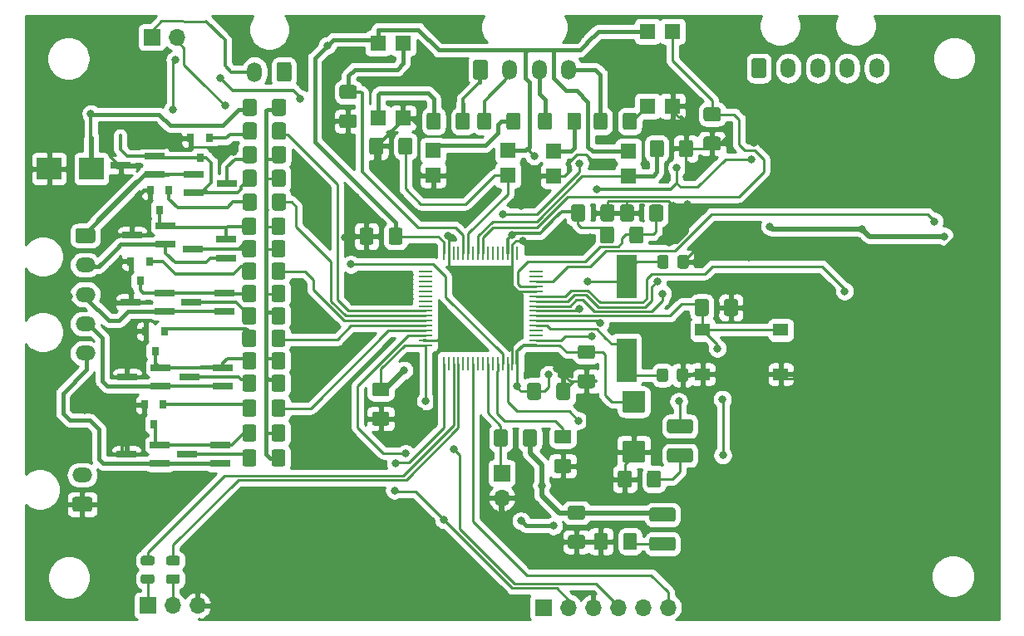
<source format=gtl>
%TF.GenerationSoftware,KiCad,Pcbnew,(5.1.6)-1*%
%TF.CreationDate,2021-05-10T23:00:48+02:00*%
%TF.ProjectId,karta_stm,6b617274-615f-4737-946d-2e6b69636164,rev?*%
%TF.SameCoordinates,Original*%
%TF.FileFunction,Copper,L1,Top*%
%TF.FilePolarity,Positive*%
%FSLAX46Y46*%
G04 Gerber Fmt 4.6, Leading zero omitted, Abs format (unit mm)*
G04 Created by KiCad (PCBNEW (5.1.6)-1) date 2021-05-10 23:00:48*
%MOMM*%
%LPD*%
G01*
G04 APERTURE LIST*
%TA.AperFunction,ComponentPad*%
%ADD10O,1.700000X1.700000*%
%TD*%
%TA.AperFunction,ComponentPad*%
%ADD11R,1.700000X1.700000*%
%TD*%
%TA.AperFunction,ComponentPad*%
%ADD12O,1.500000X2.020000*%
%TD*%
%TA.AperFunction,ComponentPad*%
%ADD13O,2.020000X1.500000*%
%TD*%
%TA.AperFunction,SMDPad,CuDef*%
%ADD14R,2.000000X4.500000*%
%TD*%
%TA.AperFunction,SMDPad,CuDef*%
%ADD15R,0.800000X0.900000*%
%TD*%
%TA.AperFunction,SMDPad,CuDef*%
%ADD16R,1.600000X1.600000*%
%TD*%
%TA.AperFunction,SMDPad,CuDef*%
%ADD17R,1.550000X1.300000*%
%TD*%
%TA.AperFunction,SMDPad,CuDef*%
%ADD18R,2.000000X0.700000*%
%TD*%
%TA.AperFunction,SMDPad,CuDef*%
%ADD19R,2.500000X2.300000*%
%TD*%
%TA.AperFunction,SMDPad,CuDef*%
%ADD20R,0.279400X1.473200*%
%TD*%
%TA.AperFunction,SMDPad,CuDef*%
%ADD21R,1.473200X0.279400*%
%TD*%
%TA.AperFunction,ViaPad*%
%ADD22C,0.800000*%
%TD*%
%TA.AperFunction,Conductor*%
%ADD23C,0.250000*%
%TD*%
%TA.AperFunction,Conductor*%
%ADD24C,0.300000*%
%TD*%
%TA.AperFunction,Conductor*%
%ADD25C,0.400000*%
%TD*%
%TA.AperFunction,Conductor*%
%ADD26C,0.500000*%
%TD*%
%TA.AperFunction,Conductor*%
%ADD27C,0.254000*%
%TD*%
G04 APERTURE END LIST*
D10*
%TO.P,J2,6*%
%TO.N,SWO*%
X154990800Y-113030000D03*
%TO.P,J2,5*%
%TO.N,NRST*%
X152450800Y-113030000D03*
%TO.P,J2,4*%
%TO.N,SWDIO*%
X149910800Y-113030000D03*
%TO.P,J2,3*%
%TO.N,GND*%
X147370800Y-113030000D03*
%TO.P,J2,2*%
%TO.N,SWDCLK*%
X144830800Y-113030000D03*
D11*
%TO.P,J2,1*%
%TO.N,+3V3*%
X142290800Y-113030000D03*
%TD*%
D12*
%TO.P,J6,4*%
%TO.N,IN_3*%
X144890000Y-58191400D03*
%TO.P,J6,3*%
%TO.N,IN_2*%
X141890000Y-58191400D03*
%TO.P,J6,2*%
%TO.N,IN_1*%
X138890000Y-58191400D03*
%TO.P,J6,1*%
%TO.N,IN_0*%
%TA.AperFunction,ComponentPad*%
G36*
G01*
X135140000Y-58951400D02*
X135140000Y-57431400D01*
G75*
G02*
X135390000Y-57181400I250000J0D01*
G01*
X136390000Y-57181400D01*
G75*
G02*
X136640000Y-57431400I0J-250000D01*
G01*
X136640000Y-58951400D01*
G75*
G02*
X136390000Y-59201400I-250000J0D01*
G01*
X135390000Y-59201400D01*
G75*
G02*
X135140000Y-58951400I0J250000D01*
G01*
G37*
%TD.AperFunction*%
%TD*%
%TO.P,J5,5*%
%TO.N,ADC_IN0*%
X176253400Y-58039000D03*
%TO.P,J5,4*%
%TO.N,ADC_IN1*%
X173253400Y-58039000D03*
%TO.P,J5,3*%
%TO.N,ADC_IN2*%
X170253400Y-58039000D03*
%TO.P,J5,2*%
%TO.N,ADC_IN3*%
X167253400Y-58039000D03*
%TO.P,J5,1*%
%TO.N,ADC_IN4*%
%TA.AperFunction,ComponentPad*%
G36*
G01*
X163503400Y-58799000D02*
X163503400Y-57279000D01*
G75*
G02*
X163753400Y-57029000I250000J0D01*
G01*
X164753400Y-57029000D01*
G75*
G02*
X165003400Y-57279000I0J-250000D01*
G01*
X165003400Y-58799000D01*
G75*
G02*
X164753400Y-59049000I-250000J0D01*
G01*
X163753400Y-59049000D01*
G75*
G02*
X163503400Y-58799000I0J250000D01*
G01*
G37*
%TD.AperFunction*%
%TD*%
D13*
%TO.P,J4,2*%
%TO.N,+BATT*%
X95328200Y-99515800D03*
%TO.P,J4,1*%
%TO.N,GND*%
%TA.AperFunction,ComponentPad*%
G36*
G01*
X96088200Y-103265800D02*
X94568200Y-103265800D01*
G75*
G02*
X94318200Y-103015800I0J250000D01*
G01*
X94318200Y-102015800D01*
G75*
G02*
X94568200Y-101765800I250000J0D01*
G01*
X96088200Y-101765800D01*
G75*
G02*
X96338200Y-102015800I0J-250000D01*
G01*
X96338200Y-103015800D01*
G75*
G02*
X96088200Y-103265800I-250000J0D01*
G01*
G37*
%TD.AperFunction*%
%TD*%
%TO.P,J3,5*%
%TO.N,OUT_0*%
X95633000Y-87113000D03*
%TO.P,J3,4*%
%TO.N,OUT_1*%
X95633000Y-84113000D03*
%TO.P,J3,3*%
%TO.N,OUT_2*%
X95633000Y-81113000D03*
%TO.P,J3,2*%
%TO.N,OUT_3*%
X95633000Y-78113000D03*
%TO.P,J3,1*%
%TO.N,OUT_4*%
%TA.AperFunction,ComponentPad*%
G36*
G01*
X94873000Y-74363000D02*
X96393000Y-74363000D01*
G75*
G02*
X96643000Y-74613000I0J-250000D01*
G01*
X96643000Y-75613000D01*
G75*
G02*
X96393000Y-75863000I-250000J0D01*
G01*
X94873000Y-75863000D01*
G75*
G02*
X94623000Y-75613000I0J250000D01*
G01*
X94623000Y-74613000D01*
G75*
G02*
X94873000Y-74363000I250000J0D01*
G01*
G37*
%TD.AperFunction*%
%TD*%
D12*
%TO.P,J1,2*%
%TO.N,CAN_H*%
X112874800Y-58420000D03*
%TO.P,J1,1*%
%TO.N,CAN_L*%
%TA.AperFunction,ComponentPad*%
G36*
G01*
X116624800Y-57660000D02*
X116624800Y-59180000D01*
G75*
G02*
X116374800Y-59430000I-250000J0D01*
G01*
X115374800Y-59430000D01*
G75*
G02*
X115124800Y-59180000I0J250000D01*
G01*
X115124800Y-57660000D01*
G75*
G02*
X115374800Y-57410000I250000J0D01*
G01*
X116374800Y-57410000D01*
G75*
G02*
X116624800Y-57660000I0J-250000D01*
G01*
G37*
%TD.AperFunction*%
%TD*%
%TO.P,R51,2*%
%TO.N,Net-(J7-Pad2)*%
%TA.AperFunction,SMDPad,CuDef*%
G36*
G01*
X104115550Y-109644600D02*
X105028050Y-109644600D01*
G75*
G02*
X105271800Y-109888350I0J-243750D01*
G01*
X105271800Y-110375850D01*
G75*
G02*
X105028050Y-110619600I-243750J0D01*
G01*
X104115550Y-110619600D01*
G75*
G02*
X103871800Y-110375850I0J243750D01*
G01*
X103871800Y-109888350D01*
G75*
G02*
X104115550Y-109644600I243750J0D01*
G01*
G37*
%TD.AperFunction*%
%TO.P,R51,1*%
%TO.N,UART_RX*%
%TA.AperFunction,SMDPad,CuDef*%
G36*
G01*
X104115550Y-107769600D02*
X105028050Y-107769600D01*
G75*
G02*
X105271800Y-108013350I0J-243750D01*
G01*
X105271800Y-108500850D01*
G75*
G02*
X105028050Y-108744600I-243750J0D01*
G01*
X104115550Y-108744600D01*
G75*
G02*
X103871800Y-108500850I0J243750D01*
G01*
X103871800Y-108013350D01*
G75*
G02*
X104115550Y-107769600I243750J0D01*
G01*
G37*
%TD.AperFunction*%
%TD*%
%TO.P,R50,2*%
%TO.N,Net-(J7-Pad1)*%
%TA.AperFunction,SMDPad,CuDef*%
G36*
G01*
X101524750Y-109642300D02*
X102437250Y-109642300D01*
G75*
G02*
X102681000Y-109886050I0J-243750D01*
G01*
X102681000Y-110373550D01*
G75*
G02*
X102437250Y-110617300I-243750J0D01*
G01*
X101524750Y-110617300D01*
G75*
G02*
X101281000Y-110373550I0J243750D01*
G01*
X101281000Y-109886050D01*
G75*
G02*
X101524750Y-109642300I243750J0D01*
G01*
G37*
%TD.AperFunction*%
%TO.P,R50,1*%
%TO.N,UART_TX*%
%TA.AperFunction,SMDPad,CuDef*%
G36*
G01*
X101524750Y-107767300D02*
X102437250Y-107767300D01*
G75*
G02*
X102681000Y-108011050I0J-243750D01*
G01*
X102681000Y-108498550D01*
G75*
G02*
X102437250Y-108742300I-243750J0D01*
G01*
X101524750Y-108742300D01*
G75*
G02*
X101281000Y-108498550I0J243750D01*
G01*
X101281000Y-108011050D01*
G75*
G02*
X101524750Y-107767300I243750J0D01*
G01*
G37*
%TD.AperFunction*%
%TD*%
D10*
%TO.P,J7,3*%
%TO.N,GND*%
X107061000Y-112826800D03*
%TO.P,J7,2*%
%TO.N,Net-(J7-Pad2)*%
X104521000Y-112826800D03*
D11*
%TO.P,J7,1*%
%TO.N,Net-(J7-Pad1)*%
X101981000Y-112826800D03*
%TD*%
D14*
%TO.P,Y1,2*%
%TO.N,OSC_OUT*%
X150749000Y-79311500D03*
%TO.P,Y1,1*%
%TO.N,OSC_IN*%
X150749000Y-87811500D03*
%TD*%
%TO.P,C2,2*%
%TO.N,OSC_OUT*%
%TA.AperFunction,SMDPad,CuDef*%
G36*
G01*
X155052500Y-77337499D02*
X155052500Y-78237501D01*
G75*
G02*
X154802501Y-78487500I-249999J0D01*
G01*
X154152499Y-78487500D01*
G75*
G02*
X153902500Y-78237501I0J249999D01*
G01*
X153902500Y-77337499D01*
G75*
G02*
X154152499Y-77087500I249999J0D01*
G01*
X154802501Y-77087500D01*
G75*
G02*
X155052500Y-77337499I0J-249999D01*
G01*
G37*
%TD.AperFunction*%
%TO.P,C2,1*%
%TO.N,GND*%
%TA.AperFunction,SMDPad,CuDef*%
G36*
G01*
X157102500Y-77337499D02*
X157102500Y-78237501D01*
G75*
G02*
X156852501Y-78487500I-249999J0D01*
G01*
X156202499Y-78487500D01*
G75*
G02*
X155952500Y-78237501I0J249999D01*
G01*
X155952500Y-77337499D01*
G75*
G02*
X156202499Y-77087500I249999J0D01*
G01*
X156852501Y-77087500D01*
G75*
G02*
X157102500Y-77337499I0J-249999D01*
G01*
G37*
%TD.AperFunction*%
%TD*%
%TO.P,R47,2*%
%TO.N,Net-(Q14-Pad3)*%
%TA.AperFunction,SMDPad,CuDef*%
G36*
G01*
X113044000Y-75829000D02*
X113044000Y-77079000D01*
G75*
G02*
X112794000Y-77329000I-250000J0D01*
G01*
X111869000Y-77329000D01*
G75*
G02*
X111619000Y-77079000I0J250000D01*
G01*
X111619000Y-75829000D01*
G75*
G02*
X111869000Y-75579000I250000J0D01*
G01*
X112794000Y-75579000D01*
G75*
G02*
X113044000Y-75829000I0J-250000D01*
G01*
G37*
%TD.AperFunction*%
%TO.P,R47,1*%
%TO.N,+5VD*%
%TA.AperFunction,SMDPad,CuDef*%
G36*
G01*
X116019000Y-75829000D02*
X116019000Y-77079000D01*
G75*
G02*
X115769000Y-77329000I-250000J0D01*
G01*
X114844000Y-77329000D01*
G75*
G02*
X114594000Y-77079000I0J250000D01*
G01*
X114594000Y-75829000D01*
G75*
G02*
X114844000Y-75579000I250000J0D01*
G01*
X115769000Y-75579000D01*
G75*
G02*
X116019000Y-75829000I0J-250000D01*
G01*
G37*
%TD.AperFunction*%
%TD*%
%TO.P,R44,2*%
%TO.N,Net-(Q11-Pad3)*%
%TA.AperFunction,SMDPad,CuDef*%
G36*
G01*
X113044000Y-82687000D02*
X113044000Y-83937000D01*
G75*
G02*
X112794000Y-84187000I-250000J0D01*
G01*
X111869000Y-84187000D01*
G75*
G02*
X111619000Y-83937000I0J250000D01*
G01*
X111619000Y-82687000D01*
G75*
G02*
X111869000Y-82437000I250000J0D01*
G01*
X112794000Y-82437000D01*
G75*
G02*
X113044000Y-82687000I0J-250000D01*
G01*
G37*
%TD.AperFunction*%
%TO.P,R44,1*%
%TO.N,+5VD*%
%TA.AperFunction,SMDPad,CuDef*%
G36*
G01*
X116019000Y-82687000D02*
X116019000Y-83937000D01*
G75*
G02*
X115769000Y-84187000I-250000J0D01*
G01*
X114844000Y-84187000D01*
G75*
G02*
X114594000Y-83937000I0J250000D01*
G01*
X114594000Y-82687000D01*
G75*
G02*
X114844000Y-82437000I250000J0D01*
G01*
X115769000Y-82437000D01*
G75*
G02*
X116019000Y-82687000I0J-250000D01*
G01*
G37*
%TD.AperFunction*%
%TD*%
%TO.P,R41,2*%
%TO.N,Net-(Q8-Pad3)*%
%TA.AperFunction,SMDPad,CuDef*%
G36*
G01*
X113053500Y-89545000D02*
X113053500Y-90795000D01*
G75*
G02*
X112803500Y-91045000I-250000J0D01*
G01*
X111878500Y-91045000D01*
G75*
G02*
X111628500Y-90795000I0J250000D01*
G01*
X111628500Y-89545000D01*
G75*
G02*
X111878500Y-89295000I250000J0D01*
G01*
X112803500Y-89295000D01*
G75*
G02*
X113053500Y-89545000I0J-250000D01*
G01*
G37*
%TD.AperFunction*%
%TO.P,R41,1*%
%TO.N,+5VD*%
%TA.AperFunction,SMDPad,CuDef*%
G36*
G01*
X116028500Y-89545000D02*
X116028500Y-90795000D01*
G75*
G02*
X115778500Y-91045000I-250000J0D01*
G01*
X114853500Y-91045000D01*
G75*
G02*
X114603500Y-90795000I0J250000D01*
G01*
X114603500Y-89545000D01*
G75*
G02*
X114853500Y-89295000I250000J0D01*
G01*
X115778500Y-89295000D01*
G75*
G02*
X116028500Y-89545000I0J-250000D01*
G01*
G37*
%TD.AperFunction*%
%TD*%
%TO.P,R30,2*%
%TO.N,Net-(R30-Pad2)*%
%TA.AperFunction,SMDPad,CuDef*%
G36*
G01*
X150381000Y-64079000D02*
X150381000Y-62829000D01*
G75*
G02*
X150631000Y-62579000I250000J0D01*
G01*
X151556000Y-62579000D01*
G75*
G02*
X151806000Y-62829000I0J-250000D01*
G01*
X151806000Y-64079000D01*
G75*
G02*
X151556000Y-64329000I-250000J0D01*
G01*
X150631000Y-64329000D01*
G75*
G02*
X150381000Y-64079000I0J250000D01*
G01*
G37*
%TD.AperFunction*%
%TO.P,R30,1*%
%TO.N,IN_3*%
%TA.AperFunction,SMDPad,CuDef*%
G36*
G01*
X147406000Y-64079000D02*
X147406000Y-62829000D01*
G75*
G02*
X147656000Y-62579000I250000J0D01*
G01*
X148581000Y-62579000D01*
G75*
G02*
X148831000Y-62829000I0J-250000D01*
G01*
X148831000Y-64079000D01*
G75*
G02*
X148581000Y-64329000I-250000J0D01*
G01*
X147656000Y-64329000D01*
G75*
G02*
X147406000Y-64079000I0J250000D01*
G01*
G37*
%TD.AperFunction*%
%TD*%
%TO.P,R27,2*%
%TO.N,GND*%
%TA.AperFunction,SMDPad,CuDef*%
G36*
G01*
X125985500Y-65369000D02*
X125985500Y-66619000D01*
G75*
G02*
X125735500Y-66869000I-250000J0D01*
G01*
X124810500Y-66869000D01*
G75*
G02*
X124560500Y-66619000I0J250000D01*
G01*
X124560500Y-65369000D01*
G75*
G02*
X124810500Y-65119000I250000J0D01*
G01*
X125735500Y-65119000D01*
G75*
G02*
X125985500Y-65369000I0J-250000D01*
G01*
G37*
%TD.AperFunction*%
%TO.P,R27,1*%
%TO.N,INPUT_1*%
%TA.AperFunction,SMDPad,CuDef*%
G36*
G01*
X128960500Y-65369000D02*
X128960500Y-66619000D01*
G75*
G02*
X128710500Y-66869000I-250000J0D01*
G01*
X127785500Y-66869000D01*
G75*
G02*
X127535500Y-66619000I0J250000D01*
G01*
X127535500Y-65369000D01*
G75*
G02*
X127785500Y-65119000I250000J0D01*
G01*
X128710500Y-65119000D01*
G75*
G02*
X128960500Y-65369000I0J-250000D01*
G01*
G37*
%TD.AperFunction*%
%TD*%
%TO.P,R32,2*%
%TO.N,OUTPUT_0*%
%TA.AperFunction,SMDPad,CuDef*%
G36*
G01*
X114603500Y-93335000D02*
X114603500Y-92085000D01*
G75*
G02*
X114853500Y-91835000I250000J0D01*
G01*
X115778500Y-91835000D01*
G75*
G02*
X116028500Y-92085000I0J-250000D01*
G01*
X116028500Y-93335000D01*
G75*
G02*
X115778500Y-93585000I-250000J0D01*
G01*
X114853500Y-93585000D01*
G75*
G02*
X114603500Y-93335000I0J250000D01*
G01*
G37*
%TD.AperFunction*%
%TO.P,R32,1*%
%TO.N,Net-(Q1-Pad1)*%
%TA.AperFunction,SMDPad,CuDef*%
G36*
G01*
X111628500Y-93335000D02*
X111628500Y-92085000D01*
G75*
G02*
X111878500Y-91835000I250000J0D01*
G01*
X112803500Y-91835000D01*
G75*
G02*
X113053500Y-92085000I0J-250000D01*
G01*
X113053500Y-93335000D01*
G75*
G02*
X112803500Y-93585000I-250000J0D01*
G01*
X111878500Y-93585000D01*
G75*
G02*
X111628500Y-93335000I0J250000D01*
G01*
G37*
%TD.AperFunction*%
%TD*%
%TO.P,R31,2*%
%TO.N,GND*%
%TA.AperFunction,SMDPad,CuDef*%
G36*
G01*
X158865000Y-65010000D02*
X160115000Y-65010000D01*
G75*
G02*
X160365000Y-65260000I0J-250000D01*
G01*
X160365000Y-66185000D01*
G75*
G02*
X160115000Y-66435000I-250000J0D01*
G01*
X158865000Y-66435000D01*
G75*
G02*
X158615000Y-66185000I0J250000D01*
G01*
X158615000Y-65260000D01*
G75*
G02*
X158865000Y-65010000I250000J0D01*
G01*
G37*
%TD.AperFunction*%
%TO.P,R31,1*%
%TO.N,INPUT_3*%
%TA.AperFunction,SMDPad,CuDef*%
G36*
G01*
X158865000Y-62035000D02*
X160115000Y-62035000D01*
G75*
G02*
X160365000Y-62285000I0J-250000D01*
G01*
X160365000Y-63210000D01*
G75*
G02*
X160115000Y-63460000I-250000J0D01*
G01*
X158865000Y-63460000D01*
G75*
G02*
X158615000Y-63210000I0J250000D01*
G01*
X158615000Y-62285000D01*
G75*
G02*
X158865000Y-62035000I250000J0D01*
G01*
G37*
%TD.AperFunction*%
%TD*%
%TO.P,R38,2*%
%TO.N,Net-(Q5-Pad3)*%
%TA.AperFunction,SMDPad,CuDef*%
G36*
G01*
X113107500Y-66240500D02*
X113107500Y-67490500D01*
G75*
G02*
X112857500Y-67740500I-250000J0D01*
G01*
X111932500Y-67740500D01*
G75*
G02*
X111682500Y-67490500I0J250000D01*
G01*
X111682500Y-66240500D01*
G75*
G02*
X111932500Y-65990500I250000J0D01*
G01*
X112857500Y-65990500D01*
G75*
G02*
X113107500Y-66240500I0J-250000D01*
G01*
G37*
%TD.AperFunction*%
%TO.P,R38,1*%
%TO.N,+5VD*%
%TA.AperFunction,SMDPad,CuDef*%
G36*
G01*
X116082500Y-66240500D02*
X116082500Y-67490500D01*
G75*
G02*
X115832500Y-67740500I-250000J0D01*
G01*
X114907500Y-67740500D01*
G75*
G02*
X114657500Y-67490500I0J250000D01*
G01*
X114657500Y-66240500D01*
G75*
G02*
X114907500Y-65990500I250000J0D01*
G01*
X115832500Y-65990500D01*
G75*
G02*
X116082500Y-66240500I0J-250000D01*
G01*
G37*
%TD.AperFunction*%
%TD*%
%TO.P,R25,2*%
%TO.N,GND*%
%TA.AperFunction,SMDPad,CuDef*%
G36*
G01*
X121781000Y-62741500D02*
X123031000Y-62741500D01*
G75*
G02*
X123281000Y-62991500I0J-250000D01*
G01*
X123281000Y-63916500D01*
G75*
G02*
X123031000Y-64166500I-250000J0D01*
G01*
X121781000Y-64166500D01*
G75*
G02*
X121531000Y-63916500I0J250000D01*
G01*
X121531000Y-62991500D01*
G75*
G02*
X121781000Y-62741500I250000J0D01*
G01*
G37*
%TD.AperFunction*%
%TO.P,R25,1*%
%TO.N,INPUT_0*%
%TA.AperFunction,SMDPad,CuDef*%
G36*
G01*
X121781000Y-59766500D02*
X123031000Y-59766500D01*
G75*
G02*
X123281000Y-60016500I0J-250000D01*
G01*
X123281000Y-60941500D01*
G75*
G02*
X123031000Y-61191500I-250000J0D01*
G01*
X121781000Y-61191500D01*
G75*
G02*
X121531000Y-60941500I0J250000D01*
G01*
X121531000Y-60016500D01*
G75*
G02*
X121781000Y-59766500I250000J0D01*
G01*
G37*
%TD.AperFunction*%
%TD*%
%TO.P,R36,2*%
%TO.N,Net-(Q2-Pad3)*%
%TA.AperFunction,SMDPad,CuDef*%
G36*
G01*
X113053500Y-97165000D02*
X113053500Y-98415000D01*
G75*
G02*
X112803500Y-98665000I-250000J0D01*
G01*
X111878500Y-98665000D01*
G75*
G02*
X111628500Y-98415000I0J250000D01*
G01*
X111628500Y-97165000D01*
G75*
G02*
X111878500Y-96915000I250000J0D01*
G01*
X112803500Y-96915000D01*
G75*
G02*
X113053500Y-97165000I0J-250000D01*
G01*
G37*
%TD.AperFunction*%
%TO.P,R36,1*%
%TO.N,+5VD*%
%TA.AperFunction,SMDPad,CuDef*%
G36*
G01*
X116028500Y-97165000D02*
X116028500Y-98415000D01*
G75*
G02*
X115778500Y-98665000I-250000J0D01*
G01*
X114853500Y-98665000D01*
G75*
G02*
X114603500Y-98415000I0J250000D01*
G01*
X114603500Y-97165000D01*
G75*
G02*
X114853500Y-96915000I250000J0D01*
G01*
X115778500Y-96915000D01*
G75*
G02*
X116028500Y-97165000I0J-250000D01*
G01*
G37*
%TD.AperFunction*%
%TD*%
%TO.P,R28,2*%
%TO.N,Net-(R28-Pad2)*%
%TA.AperFunction,SMDPad,CuDef*%
G36*
G01*
X144734500Y-64079000D02*
X144734500Y-62829000D01*
G75*
G02*
X144984500Y-62579000I250000J0D01*
G01*
X145909500Y-62579000D01*
G75*
G02*
X146159500Y-62829000I0J-250000D01*
G01*
X146159500Y-64079000D01*
G75*
G02*
X145909500Y-64329000I-250000J0D01*
G01*
X144984500Y-64329000D01*
G75*
G02*
X144734500Y-64079000I0J250000D01*
G01*
G37*
%TD.AperFunction*%
%TO.P,R28,1*%
%TO.N,IN_2*%
%TA.AperFunction,SMDPad,CuDef*%
G36*
G01*
X141759500Y-64079000D02*
X141759500Y-62829000D01*
G75*
G02*
X142009500Y-62579000I250000J0D01*
G01*
X142934500Y-62579000D01*
G75*
G02*
X143184500Y-62829000I0J-250000D01*
G01*
X143184500Y-64079000D01*
G75*
G02*
X142934500Y-64329000I-250000J0D01*
G01*
X142009500Y-64329000D01*
G75*
G02*
X141759500Y-64079000I0J250000D01*
G01*
G37*
%TD.AperFunction*%
%TD*%
%TO.P,R29,2*%
%TO.N,GND*%
%TA.AperFunction,SMDPad,CuDef*%
G36*
G01*
X156110500Y-66873000D02*
X156110500Y-65623000D01*
G75*
G02*
X156360500Y-65373000I250000J0D01*
G01*
X157285500Y-65373000D01*
G75*
G02*
X157535500Y-65623000I0J-250000D01*
G01*
X157535500Y-66873000D01*
G75*
G02*
X157285500Y-67123000I-250000J0D01*
G01*
X156360500Y-67123000D01*
G75*
G02*
X156110500Y-66873000I0J250000D01*
G01*
G37*
%TD.AperFunction*%
%TO.P,R29,1*%
%TO.N,INPUT_2*%
%TA.AperFunction,SMDPad,CuDef*%
G36*
G01*
X153135500Y-66873000D02*
X153135500Y-65623000D01*
G75*
G02*
X153385500Y-65373000I250000J0D01*
G01*
X154310500Y-65373000D01*
G75*
G02*
X154560500Y-65623000I0J-250000D01*
G01*
X154560500Y-66873000D01*
G75*
G02*
X154310500Y-67123000I-250000J0D01*
G01*
X153385500Y-67123000D01*
G75*
G02*
X153135500Y-66873000I0J250000D01*
G01*
G37*
%TD.AperFunction*%
%TD*%
%TO.P,R26,2*%
%TO.N,Net-(R26-Pad2)*%
%TA.AperFunction,SMDPad,CuDef*%
G36*
G01*
X138533500Y-64079000D02*
X138533500Y-62829000D01*
G75*
G02*
X138783500Y-62579000I250000J0D01*
G01*
X139708500Y-62579000D01*
G75*
G02*
X139958500Y-62829000I0J-250000D01*
G01*
X139958500Y-64079000D01*
G75*
G02*
X139708500Y-64329000I-250000J0D01*
G01*
X138783500Y-64329000D01*
G75*
G02*
X138533500Y-64079000I0J250000D01*
G01*
G37*
%TD.AperFunction*%
%TO.P,R26,1*%
%TO.N,IN_1*%
%TA.AperFunction,SMDPad,CuDef*%
G36*
G01*
X135558500Y-64079000D02*
X135558500Y-62829000D01*
G75*
G02*
X135808500Y-62579000I250000J0D01*
G01*
X136733500Y-62579000D01*
G75*
G02*
X136983500Y-62829000I0J-250000D01*
G01*
X136983500Y-64079000D01*
G75*
G02*
X136733500Y-64329000I-250000J0D01*
G01*
X135808500Y-64329000D01*
G75*
G02*
X135558500Y-64079000I0J250000D01*
G01*
G37*
%TD.AperFunction*%
%TD*%
%TO.P,R24,2*%
%TO.N,Net-(R24-Pad2)*%
%TA.AperFunction,SMDPad,CuDef*%
G36*
G01*
X131827500Y-62829000D02*
X131827500Y-64079000D01*
G75*
G02*
X131577500Y-64329000I-250000J0D01*
G01*
X130652500Y-64329000D01*
G75*
G02*
X130402500Y-64079000I0J250000D01*
G01*
X130402500Y-62829000D01*
G75*
G02*
X130652500Y-62579000I250000J0D01*
G01*
X131577500Y-62579000D01*
G75*
G02*
X131827500Y-62829000I0J-250000D01*
G01*
G37*
%TD.AperFunction*%
%TO.P,R24,1*%
%TO.N,IN_0*%
%TA.AperFunction,SMDPad,CuDef*%
G36*
G01*
X134802500Y-62829000D02*
X134802500Y-64079000D01*
G75*
G02*
X134552500Y-64329000I-250000J0D01*
G01*
X133627500Y-64329000D01*
G75*
G02*
X133377500Y-64079000I0J250000D01*
G01*
X133377500Y-62829000D01*
G75*
G02*
X133627500Y-62579000I250000J0D01*
G01*
X134552500Y-62579000D01*
G75*
G02*
X134802500Y-62829000I0J-250000D01*
G01*
G37*
%TD.AperFunction*%
%TD*%
%TO.P,R43,2*%
%TO.N,Net-(Q10-Pad3)*%
%TA.AperFunction,SMDPad,CuDef*%
G36*
G01*
X113044000Y-80401000D02*
X113044000Y-81651000D01*
G75*
G02*
X112794000Y-81901000I-250000J0D01*
G01*
X111869000Y-81901000D01*
G75*
G02*
X111619000Y-81651000I0J250000D01*
G01*
X111619000Y-80401000D01*
G75*
G02*
X111869000Y-80151000I250000J0D01*
G01*
X112794000Y-80151000D01*
G75*
G02*
X113044000Y-80401000I0J-250000D01*
G01*
G37*
%TD.AperFunction*%
%TO.P,R43,1*%
%TO.N,+5VD*%
%TA.AperFunction,SMDPad,CuDef*%
G36*
G01*
X116019000Y-80401000D02*
X116019000Y-81651000D01*
G75*
G02*
X115769000Y-81901000I-250000J0D01*
G01*
X114844000Y-81901000D01*
G75*
G02*
X114594000Y-81651000I0J250000D01*
G01*
X114594000Y-80401000D01*
G75*
G02*
X114844000Y-80151000I250000J0D01*
G01*
X115769000Y-80151000D01*
G75*
G02*
X116019000Y-80401000I0J-250000D01*
G01*
G37*
%TD.AperFunction*%
%TD*%
%TO.P,R40,2*%
%TO.N,Net-(Q7-Pad3)*%
%TA.AperFunction,SMDPad,CuDef*%
G36*
G01*
X113053500Y-87259000D02*
X113053500Y-88509000D01*
G75*
G02*
X112803500Y-88759000I-250000J0D01*
G01*
X111878500Y-88759000D01*
G75*
G02*
X111628500Y-88509000I0J250000D01*
G01*
X111628500Y-87259000D01*
G75*
G02*
X111878500Y-87009000I250000J0D01*
G01*
X112803500Y-87009000D01*
G75*
G02*
X113053500Y-87259000I0J-250000D01*
G01*
G37*
%TD.AperFunction*%
%TO.P,R40,1*%
%TO.N,+5VD*%
%TA.AperFunction,SMDPad,CuDef*%
G36*
G01*
X116028500Y-87259000D02*
X116028500Y-88509000D01*
G75*
G02*
X115778500Y-88759000I-250000J0D01*
G01*
X114853500Y-88759000D01*
G75*
G02*
X114603500Y-88509000I0J250000D01*
G01*
X114603500Y-87259000D01*
G75*
G02*
X114853500Y-87009000I250000J0D01*
G01*
X115778500Y-87009000D01*
G75*
G02*
X116028500Y-87259000I0J-250000D01*
G01*
G37*
%TD.AperFunction*%
%TD*%
%TO.P,R33,2*%
%TO.N,Net-(Q1-Pad3)*%
%TA.AperFunction,SMDPad,CuDef*%
G36*
G01*
X113053500Y-94625000D02*
X113053500Y-95875000D01*
G75*
G02*
X112803500Y-96125000I-250000J0D01*
G01*
X111878500Y-96125000D01*
G75*
G02*
X111628500Y-95875000I0J250000D01*
G01*
X111628500Y-94625000D01*
G75*
G02*
X111878500Y-94375000I250000J0D01*
G01*
X112803500Y-94375000D01*
G75*
G02*
X113053500Y-94625000I0J-250000D01*
G01*
G37*
%TD.AperFunction*%
%TO.P,R33,1*%
%TO.N,+5VD*%
%TA.AperFunction,SMDPad,CuDef*%
G36*
G01*
X116028500Y-94625000D02*
X116028500Y-95875000D01*
G75*
G02*
X115778500Y-96125000I-250000J0D01*
G01*
X114853500Y-96125000D01*
G75*
G02*
X114603500Y-95875000I0J250000D01*
G01*
X114603500Y-94625000D01*
G75*
G02*
X114853500Y-94375000I250000J0D01*
G01*
X115778500Y-94375000D01*
G75*
G02*
X116028500Y-94625000I0J-250000D01*
G01*
G37*
%TD.AperFunction*%
%TD*%
%TO.P,R37,2*%
%TO.N,Net-(Q4-Pad3)*%
%TA.AperFunction,SMDPad,CuDef*%
G36*
G01*
X113080500Y-68653500D02*
X113080500Y-69903500D01*
G75*
G02*
X112830500Y-70153500I-250000J0D01*
G01*
X111905500Y-70153500D01*
G75*
G02*
X111655500Y-69903500I0J250000D01*
G01*
X111655500Y-68653500D01*
G75*
G02*
X111905500Y-68403500I250000J0D01*
G01*
X112830500Y-68403500D01*
G75*
G02*
X113080500Y-68653500I0J-250000D01*
G01*
G37*
%TD.AperFunction*%
%TO.P,R37,1*%
%TO.N,+5VD*%
%TA.AperFunction,SMDPad,CuDef*%
G36*
G01*
X116055500Y-68653500D02*
X116055500Y-69903500D01*
G75*
G02*
X115805500Y-70153500I-250000J0D01*
G01*
X114880500Y-70153500D01*
G75*
G02*
X114630500Y-69903500I0J250000D01*
G01*
X114630500Y-68653500D01*
G75*
G02*
X114880500Y-68403500I250000J0D01*
G01*
X115805500Y-68403500D01*
G75*
G02*
X116055500Y-68653500I0J-250000D01*
G01*
G37*
%TD.AperFunction*%
%TD*%
%TO.P,R34,2*%
%TO.N,OUTPUT_4*%
%TA.AperFunction,SMDPad,CuDef*%
G36*
G01*
X114657500Y-65077500D02*
X114657500Y-63827500D01*
G75*
G02*
X114907500Y-63577500I250000J0D01*
G01*
X115832500Y-63577500D01*
G75*
G02*
X116082500Y-63827500I0J-250000D01*
G01*
X116082500Y-65077500D01*
G75*
G02*
X115832500Y-65327500I-250000J0D01*
G01*
X114907500Y-65327500D01*
G75*
G02*
X114657500Y-65077500I0J250000D01*
G01*
G37*
%TD.AperFunction*%
%TO.P,R34,1*%
%TO.N,Net-(Q4-Pad1)*%
%TA.AperFunction,SMDPad,CuDef*%
G36*
G01*
X111682500Y-65077500D02*
X111682500Y-63827500D01*
G75*
G02*
X111932500Y-63577500I250000J0D01*
G01*
X112857500Y-63577500D01*
G75*
G02*
X113107500Y-63827500I0J-250000D01*
G01*
X113107500Y-65077500D01*
G75*
G02*
X112857500Y-65327500I-250000J0D01*
G01*
X111932500Y-65327500D01*
G75*
G02*
X111682500Y-65077500I0J250000D01*
G01*
G37*
%TD.AperFunction*%
%TD*%
D15*
%TO.P,Q10,3*%
%TO.N,Net-(Q10-Pad3)*%
X101219000Y-79740000D03*
%TO.P,Q10,2*%
%TO.N,GND*%
X100269000Y-77740000D03*
%TO.P,Q10,1*%
%TO.N,Net-(Q10-Pad1)*%
X102169000Y-77740000D03*
%TD*%
%TO.P,R42,2*%
%TO.N,OUTPUT_2*%
%TA.AperFunction,SMDPad,CuDef*%
G36*
G01*
X114594000Y-79365000D02*
X114594000Y-78115000D01*
G75*
G02*
X114844000Y-77865000I250000J0D01*
G01*
X115769000Y-77865000D01*
G75*
G02*
X116019000Y-78115000I0J-250000D01*
G01*
X116019000Y-79365000D01*
G75*
G02*
X115769000Y-79615000I-250000J0D01*
G01*
X114844000Y-79615000D01*
G75*
G02*
X114594000Y-79365000I0J250000D01*
G01*
G37*
%TD.AperFunction*%
%TO.P,R42,1*%
%TO.N,Net-(Q10-Pad1)*%
%TA.AperFunction,SMDPad,CuDef*%
G36*
G01*
X111619000Y-79365000D02*
X111619000Y-78115000D01*
G75*
G02*
X111869000Y-77865000I250000J0D01*
G01*
X112794000Y-77865000D01*
G75*
G02*
X113044000Y-78115000I0J-250000D01*
G01*
X113044000Y-79365000D01*
G75*
G02*
X112794000Y-79615000I-250000J0D01*
G01*
X111869000Y-79615000D01*
G75*
G02*
X111619000Y-79365000I0J250000D01*
G01*
G37*
%TD.AperFunction*%
%TD*%
%TO.P,R46,2*%
%TO.N,Net-(Q13-Pad3)*%
%TA.AperFunction,SMDPad,CuDef*%
G36*
G01*
X113044000Y-73543000D02*
X113044000Y-74793000D01*
G75*
G02*
X112794000Y-75043000I-250000J0D01*
G01*
X111869000Y-75043000D01*
G75*
G02*
X111619000Y-74793000I0J250000D01*
G01*
X111619000Y-73543000D01*
G75*
G02*
X111869000Y-73293000I250000J0D01*
G01*
X112794000Y-73293000D01*
G75*
G02*
X113044000Y-73543000I0J-250000D01*
G01*
G37*
%TD.AperFunction*%
%TO.P,R46,1*%
%TO.N,+5VD*%
%TA.AperFunction,SMDPad,CuDef*%
G36*
G01*
X116019000Y-73543000D02*
X116019000Y-74793000D01*
G75*
G02*
X115769000Y-75043000I-250000J0D01*
G01*
X114844000Y-75043000D01*
G75*
G02*
X114594000Y-74793000I0J250000D01*
G01*
X114594000Y-73543000D01*
G75*
G02*
X114844000Y-73293000I250000J0D01*
G01*
X115769000Y-73293000D01*
G75*
G02*
X116019000Y-73543000I0J-250000D01*
G01*
G37*
%TD.AperFunction*%
%TD*%
%TO.P,R39,2*%
%TO.N,Net-(Q7-Pad1)*%
%TA.AperFunction,SMDPad,CuDef*%
G36*
G01*
X113044000Y-84973000D02*
X113044000Y-86223000D01*
G75*
G02*
X112794000Y-86473000I-250000J0D01*
G01*
X111869000Y-86473000D01*
G75*
G02*
X111619000Y-86223000I0J250000D01*
G01*
X111619000Y-84973000D01*
G75*
G02*
X111869000Y-84723000I250000J0D01*
G01*
X112794000Y-84723000D01*
G75*
G02*
X113044000Y-84973000I0J-250000D01*
G01*
G37*
%TD.AperFunction*%
%TO.P,R39,1*%
%TO.N,OUTPUT_1*%
%TA.AperFunction,SMDPad,CuDef*%
G36*
G01*
X116019000Y-84973000D02*
X116019000Y-86223000D01*
G75*
G02*
X115769000Y-86473000I-250000J0D01*
G01*
X114844000Y-86473000D01*
G75*
G02*
X114594000Y-86223000I0J250000D01*
G01*
X114594000Y-84973000D01*
G75*
G02*
X114844000Y-84723000I250000J0D01*
G01*
X115769000Y-84723000D01*
G75*
G02*
X116019000Y-84973000I0J-250000D01*
G01*
G37*
%TD.AperFunction*%
%TD*%
%TO.P,Q7,3*%
%TO.N,Net-(Q7-Pad3)*%
X102743000Y-86868000D03*
%TO.P,Q7,2*%
%TO.N,GND*%
X101793000Y-84868000D03*
%TO.P,Q7,1*%
%TO.N,Net-(Q7-Pad1)*%
X103693000Y-84868000D03*
%TD*%
%TO.P,Q1,3*%
%TO.N,Net-(Q1-Pad3)*%
X102616000Y-94345000D03*
%TO.P,Q1,2*%
%TO.N,GND*%
X101666000Y-92345000D03*
%TO.P,Q1,1*%
%TO.N,Net-(Q1-Pad1)*%
X103566000Y-92345000D03*
%TD*%
%TO.P,Q13,3*%
%TO.N,Net-(Q13-Pad3)*%
X103190000Y-72501000D03*
%TO.P,Q13,2*%
%TO.N,GND*%
X102240000Y-70501000D03*
%TO.P,Q13,1*%
%TO.N,Net-(Q13-Pad1)*%
X104140000Y-70501000D03*
%TD*%
%TO.P,Q4,3*%
%TO.N,Net-(Q4-Pad3)*%
X107315000Y-67183000D03*
%TO.P,Q4,2*%
%TO.N,GND*%
X106365000Y-65183000D03*
%TO.P,Q4,1*%
%TO.N,Net-(Q4-Pad1)*%
X108265000Y-65183000D03*
%TD*%
%TO.P,R45,2*%
%TO.N,OUTPUT_3*%
%TA.AperFunction,SMDPad,CuDef*%
G36*
G01*
X114657500Y-72316500D02*
X114657500Y-71066500D01*
G75*
G02*
X114907500Y-70816500I250000J0D01*
G01*
X115832500Y-70816500D01*
G75*
G02*
X116082500Y-71066500I0J-250000D01*
G01*
X116082500Y-72316500D01*
G75*
G02*
X115832500Y-72566500I-250000J0D01*
G01*
X114907500Y-72566500D01*
G75*
G02*
X114657500Y-72316500I0J250000D01*
G01*
G37*
%TD.AperFunction*%
%TO.P,R45,1*%
%TO.N,Net-(Q13-Pad1)*%
%TA.AperFunction,SMDPad,CuDef*%
G36*
G01*
X111682500Y-72316500D02*
X111682500Y-71066500D01*
G75*
G02*
X111932500Y-70816500I250000J0D01*
G01*
X112857500Y-70816500D01*
G75*
G02*
X113107500Y-71066500I0J-250000D01*
G01*
X113107500Y-72316500D01*
G75*
G02*
X112857500Y-72566500I-250000J0D01*
G01*
X111932500Y-72566500D01*
G75*
G02*
X111682500Y-72316500I0J250000D01*
G01*
G37*
%TD.AperFunction*%
%TD*%
%TO.P,C9,2*%
%TO.N,GND*%
%TA.AperFunction,SMDPad,CuDef*%
G36*
G01*
X150585999Y-96030000D02*
X152436001Y-96030000D01*
G75*
G02*
X152686000Y-96279999I0J-249999D01*
G01*
X152686000Y-98030001D01*
G75*
G02*
X152436001Y-98280000I-249999J0D01*
G01*
X150585999Y-98280000D01*
G75*
G02*
X150336000Y-98030001I0J249999D01*
G01*
X150336000Y-96279999D01*
G75*
G02*
X150585999Y-96030000I249999J0D01*
G01*
G37*
%TD.AperFunction*%
%TO.P,C9,1*%
%TO.N,+3V3*%
%TA.AperFunction,SMDPad,CuDef*%
G36*
G01*
X150585999Y-90930000D02*
X152436001Y-90930000D01*
G75*
G02*
X152686000Y-91179999I0J-249999D01*
G01*
X152686000Y-92930001D01*
G75*
G02*
X152436001Y-93180000I-249999J0D01*
G01*
X150585999Y-93180000D01*
G75*
G02*
X150336000Y-92930001I0J249999D01*
G01*
X150336000Y-91179999D01*
G75*
G02*
X150585999Y-90930000I249999J0D01*
G01*
G37*
%TD.AperFunction*%
%TD*%
D16*
%TO.P,U11,4*%
%TO.N,+3V3*%
X138684000Y-66421000D03*
%TO.P,U11,2*%
%TO.N,GND*%
X131064000Y-68961000D03*
%TO.P,U11,3*%
%TO.N,INPUT_1*%
X138684000Y-68961000D03*
%TO.P,U11,1*%
%TO.N,Net-(R26-Pad2)*%
X131064000Y-66421000D03*
%TD*%
%TO.P,C3,2*%
%TO.N,GND*%
%TA.AperFunction,SMDPad,CuDef*%
G36*
G01*
X160693400Y-83073400D02*
X160693400Y-81823400D01*
G75*
G02*
X160943400Y-81573400I250000J0D01*
G01*
X161868400Y-81573400D01*
G75*
G02*
X162118400Y-81823400I0J-250000D01*
G01*
X162118400Y-83073400D01*
G75*
G02*
X161868400Y-83323400I-250000J0D01*
G01*
X160943400Y-83323400D01*
G75*
G02*
X160693400Y-83073400I0J250000D01*
G01*
G37*
%TD.AperFunction*%
%TO.P,C3,1*%
%TO.N,NRST*%
%TA.AperFunction,SMDPad,CuDef*%
G36*
G01*
X157718400Y-83073400D02*
X157718400Y-81823400D01*
G75*
G02*
X157968400Y-81573400I250000J0D01*
G01*
X158893400Y-81573400D01*
G75*
G02*
X159143400Y-81823400I0J-250000D01*
G01*
X159143400Y-83073400D01*
G75*
G02*
X158893400Y-83323400I-250000J0D01*
G01*
X157968400Y-83323400D01*
G75*
G02*
X157718400Y-83073400I0J250000D01*
G01*
G37*
%TD.AperFunction*%
%TD*%
%TO.P,C5,2*%
%TO.N,GND*%
%TA.AperFunction,SMDPad,CuDef*%
G36*
G01*
X146060000Y-89257500D02*
X147310000Y-89257500D01*
G75*
G02*
X147560000Y-89507500I0J-250000D01*
G01*
X147560000Y-90432500D01*
G75*
G02*
X147310000Y-90682500I-250000J0D01*
G01*
X146060000Y-90682500D01*
G75*
G02*
X145810000Y-90432500I0J250000D01*
G01*
X145810000Y-89507500D01*
G75*
G02*
X146060000Y-89257500I250000J0D01*
G01*
G37*
%TD.AperFunction*%
%TO.P,C5,1*%
%TO.N,+3V3*%
%TA.AperFunction,SMDPad,CuDef*%
G36*
G01*
X146060000Y-86282500D02*
X147310000Y-86282500D01*
G75*
G02*
X147560000Y-86532500I0J-250000D01*
G01*
X147560000Y-87457500D01*
G75*
G02*
X147310000Y-87707500I-250000J0D01*
G01*
X146060000Y-87707500D01*
G75*
G02*
X145810000Y-87457500I0J250000D01*
G01*
X145810000Y-86532500D01*
G75*
G02*
X146060000Y-86282500I250000J0D01*
G01*
G37*
%TD.AperFunction*%
%TD*%
%TO.P,R1,2*%
%TO.N,GND*%
%TA.AperFunction,SMDPad,CuDef*%
G36*
G01*
X143647000Y-97893500D02*
X144897000Y-97893500D01*
G75*
G02*
X145147000Y-98143500I0J-250000D01*
G01*
X145147000Y-99068500D01*
G75*
G02*
X144897000Y-99318500I-250000J0D01*
G01*
X143647000Y-99318500D01*
G75*
G02*
X143397000Y-99068500I0J250000D01*
G01*
X143397000Y-98143500D01*
G75*
G02*
X143647000Y-97893500I250000J0D01*
G01*
G37*
%TD.AperFunction*%
%TO.P,R1,1*%
%TO.N,Net-(R1-Pad1)*%
%TA.AperFunction,SMDPad,CuDef*%
G36*
G01*
X143647000Y-94918500D02*
X144897000Y-94918500D01*
G75*
G02*
X145147000Y-95168500I0J-250000D01*
G01*
X145147000Y-96093500D01*
G75*
G02*
X144897000Y-96343500I-250000J0D01*
G01*
X143647000Y-96343500D01*
G75*
G02*
X143397000Y-96093500I0J250000D01*
G01*
X143397000Y-95168500D01*
G75*
G02*
X143647000Y-94918500I250000J0D01*
G01*
G37*
%TD.AperFunction*%
%TD*%
%TO.P,C7,2*%
%TO.N,GND*%
%TA.AperFunction,SMDPad,CuDef*%
G36*
G01*
X148106100Y-73421400D02*
X148106100Y-72171400D01*
G75*
G02*
X148356100Y-71921400I250000J0D01*
G01*
X149281100Y-71921400D01*
G75*
G02*
X149531100Y-72171400I0J-250000D01*
G01*
X149531100Y-73421400D01*
G75*
G02*
X149281100Y-73671400I-250000J0D01*
G01*
X148356100Y-73671400D01*
G75*
G02*
X148106100Y-73421400I0J250000D01*
G01*
G37*
%TD.AperFunction*%
%TO.P,C7,1*%
%TO.N,+3V3*%
%TA.AperFunction,SMDPad,CuDef*%
G36*
G01*
X145131100Y-73421400D02*
X145131100Y-72171400D01*
G75*
G02*
X145381100Y-71921400I250000J0D01*
G01*
X146306100Y-71921400D01*
G75*
G02*
X146556100Y-72171400I0J-250000D01*
G01*
X146556100Y-73421400D01*
G75*
G02*
X146306100Y-73671400I-250000J0D01*
G01*
X145381100Y-73671400D01*
G75*
G02*
X145131100Y-73421400I0J250000D01*
G01*
G37*
%TD.AperFunction*%
%TD*%
%TO.P,L1,2*%
%TO.N,Net-(C4-Pad1)*%
%TA.AperFunction,SMDPad,CuDef*%
G36*
G01*
X151055700Y-75682000D02*
X151055700Y-74432000D01*
G75*
G02*
X151305700Y-74182000I250000J0D01*
G01*
X152230700Y-74182000D01*
G75*
G02*
X152480700Y-74432000I0J-250000D01*
G01*
X152480700Y-75682000D01*
G75*
G02*
X152230700Y-75932000I-250000J0D01*
G01*
X151305700Y-75932000D01*
G75*
G02*
X151055700Y-75682000I0J250000D01*
G01*
G37*
%TD.AperFunction*%
%TO.P,L1,1*%
%TO.N,+3V3*%
%TA.AperFunction,SMDPad,CuDef*%
G36*
G01*
X148080700Y-75682000D02*
X148080700Y-74432000D01*
G75*
G02*
X148330700Y-74182000I250000J0D01*
G01*
X149255700Y-74182000D01*
G75*
G02*
X149505700Y-74432000I0J-250000D01*
G01*
X149505700Y-75682000D01*
G75*
G02*
X149255700Y-75932000I-250000J0D01*
G01*
X148330700Y-75932000D01*
G75*
G02*
X148080700Y-75682000I0J250000D01*
G01*
G37*
%TD.AperFunction*%
%TD*%
%TO.P,C11,2*%
%TO.N,GND*%
%TA.AperFunction,SMDPad,CuDef*%
G36*
G01*
X145044000Y-105640500D02*
X146294000Y-105640500D01*
G75*
G02*
X146544000Y-105890500I0J-250000D01*
G01*
X146544000Y-106815500D01*
G75*
G02*
X146294000Y-107065500I-250000J0D01*
G01*
X145044000Y-107065500D01*
G75*
G02*
X144794000Y-106815500I0J250000D01*
G01*
X144794000Y-105890500D01*
G75*
G02*
X145044000Y-105640500I250000J0D01*
G01*
G37*
%TD.AperFunction*%
%TO.P,C11,1*%
%TO.N,+3V3*%
%TA.AperFunction,SMDPad,CuDef*%
G36*
G01*
X145044000Y-102665500D02*
X146294000Y-102665500D01*
G75*
G02*
X146544000Y-102915500I0J-250000D01*
G01*
X146544000Y-103840500D01*
G75*
G02*
X146294000Y-104090500I-250000J0D01*
G01*
X145044000Y-104090500D01*
G75*
G02*
X144794000Y-103840500I0J250000D01*
G01*
X144794000Y-102915500D01*
G75*
G02*
X145044000Y-102665500I250000J0D01*
G01*
G37*
%TD.AperFunction*%
%TD*%
D10*
%TO.P,JP1,2*%
%TO.N,GND*%
X138049000Y-101854000D03*
D11*
%TO.P,JP1,1*%
%TO.N,zwora*%
X138049000Y-99314000D03*
%TD*%
%TO.P,R2,2*%
%TO.N,zwora*%
%TA.AperFunction,SMDPad,CuDef*%
G36*
G01*
X138671000Y-95133000D02*
X138671000Y-96383000D01*
G75*
G02*
X138421000Y-96633000I-250000J0D01*
G01*
X137496000Y-96633000D01*
G75*
G02*
X137246000Y-96383000I0J250000D01*
G01*
X137246000Y-95133000D01*
G75*
G02*
X137496000Y-94883000I250000J0D01*
G01*
X138421000Y-94883000D01*
G75*
G02*
X138671000Y-95133000I0J-250000D01*
G01*
G37*
%TD.AperFunction*%
%TO.P,R2,1*%
%TO.N,+3V3*%
%TA.AperFunction,SMDPad,CuDef*%
G36*
G01*
X141646000Y-95133000D02*
X141646000Y-96383000D01*
G75*
G02*
X141396000Y-96633000I-250000J0D01*
G01*
X140471000Y-96633000D01*
G75*
G02*
X140221000Y-96383000I0J250000D01*
G01*
X140221000Y-95133000D01*
G75*
G02*
X140471000Y-94883000I250000J0D01*
G01*
X141396000Y-94883000D01*
G75*
G02*
X141646000Y-95133000I0J-250000D01*
G01*
G37*
%TD.AperFunction*%
%TD*%
D17*
%TO.P,SW1,2*%
%TO.N,NRST*%
X158521500Y-84745000D03*
%TO.P,SW1,1*%
%TO.N,GND*%
X158521500Y-89245000D03*
X166471500Y-89245000D03*
%TO.P,SW1,2*%
%TO.N,NRST*%
X166471500Y-84745000D03*
%TD*%
D18*
%TO.P,Q8,3*%
%TO.N,Net-(Q8-Pad3)*%
X106250000Y-89535000D03*
%TO.P,Q8,2*%
%TO.N,Net-(Q7-Pad3)*%
X109650000Y-88585000D03*
%TO.P,Q8,1*%
%TO.N,OUT_1*%
X109650000Y-90485000D03*
%TD*%
%TO.P,Q6,3*%
%TO.N,GND*%
X99265000Y-67945000D03*
%TO.P,Q6,2*%
%TO.N,Net-(Q4-Pad3)*%
X102665000Y-66995000D03*
%TO.P,Q6,1*%
%TO.N,OUT_4*%
X102665000Y-68895000D03*
%TD*%
%TO.P,Q3,3*%
%TO.N,GND*%
X99822000Y-97409000D03*
%TO.P,Q3,2*%
%TO.N,Net-(Q1-Pad3)*%
X103222000Y-96459000D03*
%TO.P,Q3,1*%
%TO.N,OUT_0*%
X103222000Y-98359000D03*
%TD*%
%TO.P,Q9,3*%
%TO.N,GND*%
X99900000Y-89535000D03*
%TO.P,Q9,2*%
%TO.N,Net-(Q7-Pad3)*%
X103300000Y-88585000D03*
%TO.P,Q9,1*%
%TO.N,OUT_1*%
X103300000Y-90485000D03*
%TD*%
%TO.P,Q12,3*%
%TO.N,GND*%
X100281000Y-81915000D03*
%TO.P,Q12,2*%
%TO.N,Net-(Q10-Pad3)*%
X103681000Y-80965000D03*
%TO.P,Q12,1*%
%TO.N,OUT_2*%
X103681000Y-82865000D03*
%TD*%
%TO.P,Q5,3*%
%TO.N,Net-(Q5-Pad3)*%
X110080000Y-69784000D03*
%TO.P,Q5,2*%
%TO.N,Net-(Q4-Pad3)*%
X106680000Y-70734000D03*
%TO.P,Q5,1*%
%TO.N,OUT_4*%
X106680000Y-68834000D03*
%TD*%
%TO.P,Q2,3*%
%TO.N,Net-(Q2-Pad3)*%
X105996000Y-97409000D03*
%TO.P,Q2,2*%
%TO.N,Net-(Q1-Pad3)*%
X109396000Y-96459000D03*
%TO.P,Q2,1*%
%TO.N,OUT_0*%
X109396000Y-98359000D03*
%TD*%
%TO.P,Q14,3*%
%TO.N,Net-(Q14-Pad3)*%
X106553000Y-76454000D03*
%TO.P,Q14,2*%
%TO.N,Net-(Q13-Pad3)*%
X109953000Y-75504000D03*
%TO.P,Q14,1*%
%TO.N,OUT_3*%
X109953000Y-77404000D03*
%TD*%
%TO.P,Q15,3*%
%TO.N,GND*%
X100408000Y-75057000D03*
%TO.P,Q15,2*%
%TO.N,Net-(Q13-Pad3)*%
X103808000Y-74107000D03*
%TO.P,Q15,1*%
%TO.N,OUT_3*%
X103808000Y-76007000D03*
%TD*%
%TO.P,Q11,3*%
%TO.N,Net-(Q11-Pad3)*%
X106400000Y-81915000D03*
%TO.P,Q11,2*%
%TO.N,Net-(Q10-Pad3)*%
X109800000Y-80965000D03*
%TO.P,Q11,1*%
%TO.N,OUT_2*%
X109800000Y-82865000D03*
%TD*%
%TO.P,C8,2*%
%TO.N,GND*%
%TA.AperFunction,SMDPad,CuDef*%
G36*
G01*
X143623000Y-91620500D02*
X143623000Y-90370500D01*
G75*
G02*
X143873000Y-90120500I250000J0D01*
G01*
X144798000Y-90120500D01*
G75*
G02*
X145048000Y-90370500I0J-250000D01*
G01*
X145048000Y-91620500D01*
G75*
G02*
X144798000Y-91870500I-250000J0D01*
G01*
X143873000Y-91870500D01*
G75*
G02*
X143623000Y-91620500I0J250000D01*
G01*
G37*
%TD.AperFunction*%
%TO.P,C8,1*%
%TO.N,+3V3*%
%TA.AperFunction,SMDPad,CuDef*%
G36*
G01*
X140648000Y-91620500D02*
X140648000Y-90370500D01*
G75*
G02*
X140898000Y-90120500I250000J0D01*
G01*
X141823000Y-90120500D01*
G75*
G02*
X142073000Y-90370500I0J-250000D01*
G01*
X142073000Y-91620500D01*
G75*
G02*
X141823000Y-91870500I-250000J0D01*
G01*
X140898000Y-91870500D01*
G75*
G02*
X140648000Y-91620500I0J250000D01*
G01*
G37*
%TD.AperFunction*%
%TD*%
%TO.P,C4,2*%
%TO.N,GND*%
%TA.AperFunction,SMDPad,CuDef*%
G36*
G01*
X151525000Y-72196800D02*
X151525000Y-73446800D01*
G75*
G02*
X151275000Y-73696800I-250000J0D01*
G01*
X150350000Y-73696800D01*
G75*
G02*
X150100000Y-73446800I0J250000D01*
G01*
X150100000Y-72196800D01*
G75*
G02*
X150350000Y-71946800I250000J0D01*
G01*
X151275000Y-71946800D01*
G75*
G02*
X151525000Y-72196800I0J-250000D01*
G01*
G37*
%TD.AperFunction*%
%TO.P,C4,1*%
%TO.N,Net-(C4-Pad1)*%
%TA.AperFunction,SMDPad,CuDef*%
G36*
G01*
X154500000Y-72196800D02*
X154500000Y-73446800D01*
G75*
G02*
X154250000Y-73696800I-250000J0D01*
G01*
X153325000Y-73696800D01*
G75*
G02*
X153075000Y-73446800I0J250000D01*
G01*
X153075000Y-72196800D01*
G75*
G02*
X153325000Y-71946800I250000J0D01*
G01*
X154250000Y-71946800D01*
G75*
G02*
X154500000Y-72196800I0J-250000D01*
G01*
G37*
%TD.AperFunction*%
%TD*%
%TO.P,C1,2*%
%TO.N,GND*%
%TA.AperFunction,SMDPad,CuDef*%
G36*
G01*
X155907000Y-89794501D02*
X155907000Y-88894499D01*
G75*
G02*
X156156999Y-88644500I249999J0D01*
G01*
X156807001Y-88644500D01*
G75*
G02*
X157057000Y-88894499I0J-249999D01*
G01*
X157057000Y-89794501D01*
G75*
G02*
X156807001Y-90044500I-249999J0D01*
G01*
X156156999Y-90044500D01*
G75*
G02*
X155907000Y-89794501I0J249999D01*
G01*
G37*
%TD.AperFunction*%
%TO.P,C1,1*%
%TO.N,OSC_IN*%
%TA.AperFunction,SMDPad,CuDef*%
G36*
G01*
X153857000Y-89794501D02*
X153857000Y-88894499D01*
G75*
G02*
X154106999Y-88644500I249999J0D01*
G01*
X154757001Y-88644500D01*
G75*
G02*
X155007000Y-88894499I0J-249999D01*
G01*
X155007000Y-89794501D01*
G75*
G02*
X154757001Y-90044500I-249999J0D01*
G01*
X154106999Y-90044500D01*
G75*
G02*
X153857000Y-89794501I0J249999D01*
G01*
G37*
%TD.AperFunction*%
%TD*%
%TO.P,C6,2*%
%TO.N,GND*%
%TA.AperFunction,SMDPad,CuDef*%
G36*
G01*
X125105000Y-93067500D02*
X126355000Y-93067500D01*
G75*
G02*
X126605000Y-93317500I0J-250000D01*
G01*
X126605000Y-94242500D01*
G75*
G02*
X126355000Y-94492500I-250000J0D01*
G01*
X125105000Y-94492500D01*
G75*
G02*
X124855000Y-94242500I0J250000D01*
G01*
X124855000Y-93317500D01*
G75*
G02*
X125105000Y-93067500I250000J0D01*
G01*
G37*
%TD.AperFunction*%
%TO.P,C6,1*%
%TO.N,+3V3*%
%TA.AperFunction,SMDPad,CuDef*%
G36*
G01*
X125105000Y-90092500D02*
X126355000Y-90092500D01*
G75*
G02*
X126605000Y-90342500I0J-250000D01*
G01*
X126605000Y-91267500D01*
G75*
G02*
X126355000Y-91517500I-250000J0D01*
G01*
X125105000Y-91517500D01*
G75*
G02*
X124855000Y-91267500I0J250000D01*
G01*
X124855000Y-90342500D01*
G75*
G02*
X125105000Y-90092500I250000J0D01*
G01*
G37*
%TD.AperFunction*%
%TD*%
%TO.P,C10,2*%
%TO.N,GND*%
%TA.AperFunction,SMDPad,CuDef*%
G36*
G01*
X124991500Y-74559000D02*
X124991500Y-75809000D01*
G75*
G02*
X124741500Y-76059000I-250000J0D01*
G01*
X123816500Y-76059000D01*
G75*
G02*
X123566500Y-75809000I0J250000D01*
G01*
X123566500Y-74559000D01*
G75*
G02*
X123816500Y-74309000I250000J0D01*
G01*
X124741500Y-74309000D01*
G75*
G02*
X124991500Y-74559000I0J-250000D01*
G01*
G37*
%TD.AperFunction*%
%TO.P,C10,1*%
%TO.N,+3V3*%
%TA.AperFunction,SMDPad,CuDef*%
G36*
G01*
X127966500Y-74559000D02*
X127966500Y-75809000D01*
G75*
G02*
X127716500Y-76059000I-250000J0D01*
G01*
X126791500Y-76059000D01*
G75*
G02*
X126541500Y-75809000I0J250000D01*
G01*
X126541500Y-74559000D01*
G75*
G02*
X126791500Y-74309000I250000J0D01*
G01*
X127716500Y-74309000D01*
G75*
G02*
X127966500Y-74559000I0J-250000D01*
G01*
G37*
%TD.AperFunction*%
%TD*%
D16*
%TO.P,U13,4*%
%TO.N,+3V3*%
X152908000Y-54292500D03*
%TO.P,U13,2*%
%TO.N,GND*%
X155448000Y-61912500D03*
%TO.P,U13,3*%
%TO.N,INPUT_3*%
X155448000Y-54292500D03*
%TO.P,U13,1*%
%TO.N,Net-(R30-Pad2)*%
X152908000Y-61912500D03*
%TD*%
D19*
%TO.P,D10,2*%
%TO.N,GND*%
X91950000Y-68295000D03*
%TO.P,D10,1*%
%TO.N,Net-(D10-Pad1)*%
X96250000Y-68295000D03*
%TD*%
%TO.P,R35,2*%
%TO.N,Net-(D10-Pad1)*%
%TA.AperFunction,SMDPad,CuDef*%
G36*
G01*
X113107500Y-61414500D02*
X113107500Y-62664500D01*
G75*
G02*
X112857500Y-62914500I-250000J0D01*
G01*
X111932500Y-62914500D01*
G75*
G02*
X111682500Y-62664500I0J250000D01*
G01*
X111682500Y-61414500D01*
G75*
G02*
X111932500Y-61164500I250000J0D01*
G01*
X112857500Y-61164500D01*
G75*
G02*
X113107500Y-61414500I0J-250000D01*
G01*
G37*
%TD.AperFunction*%
%TO.P,R35,1*%
%TO.N,+5VD*%
%TA.AperFunction,SMDPad,CuDef*%
G36*
G01*
X116082500Y-61414500D02*
X116082500Y-62664500D01*
G75*
G02*
X115832500Y-62914500I-250000J0D01*
G01*
X114907500Y-62914500D01*
G75*
G02*
X114657500Y-62664500I0J250000D01*
G01*
X114657500Y-61414500D01*
G75*
G02*
X114907500Y-61164500I250000J0D01*
G01*
X115832500Y-61164500D01*
G75*
G02*
X116082500Y-61414500I0J-250000D01*
G01*
G37*
%TD.AperFunction*%
%TD*%
D16*
%TO.P,U12,4*%
%TO.N,+3V3*%
X150981000Y-66502000D03*
%TO.P,U12,2*%
%TO.N,GND*%
X143361000Y-69042000D03*
%TO.P,U12,3*%
%TO.N,INPUT_2*%
X150981000Y-69042000D03*
%TO.P,U12,1*%
%TO.N,Net-(R28-Pad2)*%
X143361000Y-66502000D03*
%TD*%
%TO.P,U10,4*%
%TO.N,+3V3*%
X125454000Y-55499000D03*
%TO.P,U10,2*%
%TO.N,GND*%
X127994000Y-63119000D03*
%TO.P,U10,3*%
%TO.N,INPUT_0*%
X127994000Y-55499000D03*
%TO.P,U10,1*%
%TO.N,Net-(R24-Pad2)*%
X125454000Y-63119000D03*
%TD*%
D10*
%TO.P,JP2,2*%
%TO.N,Net-(JP2-Pad2)*%
X104952800Y-54889400D03*
D11*
%TO.P,JP2,1*%
%TO.N,CAN_H*%
X102412800Y-54889400D03*
%TD*%
%TO.P,D11,2*%
%TO.N,DIODE_0*%
%TA.AperFunction,SMDPad,CuDef*%
G36*
G01*
X157285000Y-95273500D02*
X155135000Y-95273500D01*
G75*
G02*
X154885000Y-95023500I0J250000D01*
G01*
X154885000Y-94098500D01*
G75*
G02*
X155135000Y-93848500I250000J0D01*
G01*
X157285000Y-93848500D01*
G75*
G02*
X157535000Y-94098500I0J-250000D01*
G01*
X157535000Y-95023500D01*
G75*
G02*
X157285000Y-95273500I-250000J0D01*
G01*
G37*
%TD.AperFunction*%
%TO.P,D11,1*%
%TO.N,Net-(D11-Pad1)*%
%TA.AperFunction,SMDPad,CuDef*%
G36*
G01*
X157285000Y-98248500D02*
X155135000Y-98248500D01*
G75*
G02*
X154885000Y-97998500I0J250000D01*
G01*
X154885000Y-97073500D01*
G75*
G02*
X155135000Y-96823500I250000J0D01*
G01*
X157285000Y-96823500D01*
G75*
G02*
X157535000Y-97073500I0J-250000D01*
G01*
X157535000Y-97998500D01*
G75*
G02*
X157285000Y-98248500I-250000J0D01*
G01*
G37*
%TD.AperFunction*%
%TD*%
%TO.P,D12,2*%
%TO.N,+3V3*%
%TA.AperFunction,SMDPad,CuDef*%
G36*
G01*
X155507000Y-104290500D02*
X153357000Y-104290500D01*
G75*
G02*
X153107000Y-104040500I0J250000D01*
G01*
X153107000Y-103115500D01*
G75*
G02*
X153357000Y-102865500I250000J0D01*
G01*
X155507000Y-102865500D01*
G75*
G02*
X155757000Y-103115500I0J-250000D01*
G01*
X155757000Y-104040500D01*
G75*
G02*
X155507000Y-104290500I-250000J0D01*
G01*
G37*
%TD.AperFunction*%
%TO.P,D12,1*%
%TO.N,Net-(D12-Pad1)*%
%TA.AperFunction,SMDPad,CuDef*%
G36*
G01*
X155507000Y-107265500D02*
X153357000Y-107265500D01*
G75*
G02*
X153107000Y-107015500I0J250000D01*
G01*
X153107000Y-106090500D01*
G75*
G02*
X153357000Y-105840500I250000J0D01*
G01*
X155507000Y-105840500D01*
G75*
G02*
X155757000Y-106090500I0J-250000D01*
G01*
X155757000Y-107015500D01*
G75*
G02*
X155507000Y-107265500I-250000J0D01*
G01*
G37*
%TD.AperFunction*%
%TD*%
D20*
%TO.P,U1,64*%
%TO.N,+3V3*%
X139640000Y-88176100D03*
%TO.P,U1,63*%
%TO.N,GND*%
X139140001Y-88176100D03*
%TO.P,U1,62*%
%TO.N,CAN_TX*%
X138640000Y-88176100D03*
%TO.P,U1,61*%
%TO.N,CAN_RX*%
X138140001Y-88176100D03*
%TO.P,U1,60*%
%TO.N,Net-(R1-Pad1)*%
X137639999Y-88176100D03*
%TO.P,U1,59*%
%TO.N,N/C*%
X137140000Y-88176100D03*
%TO.P,U1,58*%
%TO.N,zwora*%
X136640001Y-88176100D03*
%TO.P,U1,57*%
%TO.N,N/C*%
X136140000Y-88176100D03*
%TO.P,U1,56*%
X135640000Y-88176100D03*
%TO.P,U1,55*%
%TO.N,SWO*%
X135139999Y-88176100D03*
%TO.P,U1,54*%
%TO.N,N/C*%
X134640000Y-88176100D03*
%TO.P,U1,53*%
X134140001Y-88176100D03*
%TO.P,U1,52*%
%TO.N,UART_RX*%
X133639999Y-88176100D03*
%TO.P,U1,51*%
%TO.N,UART_TX*%
X133140000Y-88176100D03*
%TO.P,U1,50*%
%TO.N,N/C*%
X132639999Y-88176100D03*
%TO.P,U1,49*%
%TO.N,SWDCLK*%
X132140000Y-88176100D03*
D21*
%TO.P,U1,48*%
%TO.N,+3V3*%
X130263900Y-86300000D03*
%TO.P,U1,47*%
%TO.N,GND*%
X130263900Y-85800001D03*
%TO.P,U1,46*%
%TO.N,SWDIO*%
X130263900Y-85300000D03*
%TO.P,U1,45*%
%TO.N,OUTPUT_0*%
X130263900Y-84800001D03*
%TO.P,U1,44*%
%TO.N,OUTPUT_1*%
X130263900Y-84299999D03*
%TO.P,U1,43*%
%TO.N,OUTPUT_2*%
X130263900Y-83800000D03*
%TO.P,U1,42*%
%TO.N,OUTPUT_3*%
X130263900Y-83300001D03*
%TO.P,U1,41*%
%TO.N,OUTPUT_4*%
X130263900Y-82800000D03*
%TO.P,U1,40*%
%TO.N,N/C*%
X130263900Y-82300000D03*
%TO.P,U1,39*%
X130263900Y-81799999D03*
%TO.P,U1,38*%
X130263900Y-81300000D03*
%TO.P,U1,37*%
X130263900Y-80800001D03*
%TO.P,U1,36*%
X130263900Y-80299999D03*
%TO.P,U1,35*%
X130263900Y-79800000D03*
%TO.P,U1,34*%
X130263900Y-79299999D03*
%TO.P,U1,33*%
X130263900Y-78800000D03*
D20*
%TO.P,U1,32*%
%TO.N,+3V3*%
X132140000Y-76923900D03*
%TO.P,U1,31*%
%TO.N,GND*%
X132639999Y-76923900D03*
%TO.P,U1,30*%
%TO.N,N/C*%
X133140000Y-76923900D03*
%TO.P,U1,29*%
X133639999Y-76923900D03*
%TO.P,U1,28*%
%TO.N,INPUT_0*%
X134140001Y-76923900D03*
%TO.P,U1,27*%
%TO.N,INPUT_1*%
X134640000Y-76923900D03*
%TO.P,U1,26*%
%TO.N,N/C*%
X135139999Y-76923900D03*
%TO.P,U1,25*%
%TO.N,INPUT_2*%
X135640000Y-76923900D03*
%TO.P,U1,24*%
%TO.N,INPUT_3*%
X136140000Y-76923900D03*
%TO.P,U1,23*%
%TO.N,N/C*%
X136640001Y-76923900D03*
%TO.P,U1,22*%
X137140000Y-76923900D03*
%TO.P,U1,21*%
X137639999Y-76923900D03*
%TO.P,U1,20*%
X138140001Y-76923900D03*
%TO.P,U1,19*%
%TO.N,+3V3*%
X138640000Y-76923900D03*
%TO.P,U1,18*%
%TO.N,GND*%
X139140001Y-76923900D03*
%TO.P,U1,17*%
%TO.N,N/C*%
X139640000Y-76923900D03*
D21*
%TO.P,U1,16*%
X141516100Y-78800000D03*
%TO.P,U1,15*%
X141516100Y-79299999D03*
%TO.P,U1,14*%
%TO.N,ADC_0*%
X141516100Y-79800000D03*
%TO.P,U1,13*%
%TO.N,Net-(C4-Pad1)*%
X141516100Y-80299999D03*
%TO.P,U1,12*%
%TO.N,GND*%
X141516100Y-80800001D03*
%TO.P,U1,11*%
%TO.N,ADC_1*%
X141516100Y-81300000D03*
%TO.P,U1,10*%
%TO.N,ADC_3*%
X141516100Y-81799999D03*
%TO.P,U1,9*%
%TO.N,ADC_2*%
X141516100Y-82300000D03*
%TO.P,U1,8*%
%TO.N,ADC_4*%
X141516100Y-82800000D03*
%TO.P,U1,7*%
%TO.N,NRST*%
X141516100Y-83300001D03*
%TO.P,U1,6*%
%TO.N,OSC_OUT*%
X141516100Y-83800000D03*
%TO.P,U1,5*%
%TO.N,OSC_IN*%
X141516100Y-84299999D03*
%TO.P,U1,4*%
%TO.N,N/C*%
X141516100Y-84800001D03*
%TO.P,U1,3*%
X141516100Y-85300000D03*
%TO.P,U1,2*%
%TO.N,DIODE_0*%
X141516100Y-85800001D03*
%TO.P,U1,1*%
%TO.N,+3V3*%
X141516100Y-86300000D03*
%TD*%
%TO.P,R48,2*%
%TO.N,GND*%
%TA.AperFunction,SMDPad,CuDef*%
G36*
G01*
X151307500Y-99324000D02*
X151307500Y-100574000D01*
G75*
G02*
X151057500Y-100824000I-250000J0D01*
G01*
X150132500Y-100824000D01*
G75*
G02*
X149882500Y-100574000I0J250000D01*
G01*
X149882500Y-99324000D01*
G75*
G02*
X150132500Y-99074000I250000J0D01*
G01*
X151057500Y-99074000D01*
G75*
G02*
X151307500Y-99324000I0J-250000D01*
G01*
G37*
%TD.AperFunction*%
%TO.P,R48,1*%
%TO.N,Net-(D11-Pad1)*%
%TA.AperFunction,SMDPad,CuDef*%
G36*
G01*
X154282500Y-99324000D02*
X154282500Y-100574000D01*
G75*
G02*
X154032500Y-100824000I-250000J0D01*
G01*
X153107500Y-100824000D01*
G75*
G02*
X152857500Y-100574000I0J250000D01*
G01*
X152857500Y-99324000D01*
G75*
G02*
X153107500Y-99074000I250000J0D01*
G01*
X154032500Y-99074000D01*
G75*
G02*
X154282500Y-99324000I0J-250000D01*
G01*
G37*
%TD.AperFunction*%
%TD*%
%TO.P,R49,2*%
%TO.N,GND*%
%TA.AperFunction,SMDPad,CuDef*%
G36*
G01*
X148867500Y-105674000D02*
X148867500Y-106924000D01*
G75*
G02*
X148617500Y-107174000I-250000J0D01*
G01*
X147692500Y-107174000D01*
G75*
G02*
X147442500Y-106924000I0J250000D01*
G01*
X147442500Y-105674000D01*
G75*
G02*
X147692500Y-105424000I250000J0D01*
G01*
X148617500Y-105424000D01*
G75*
G02*
X148867500Y-105674000I0J-250000D01*
G01*
G37*
%TD.AperFunction*%
%TO.P,R49,1*%
%TO.N,Net-(D12-Pad1)*%
%TA.AperFunction,SMDPad,CuDef*%
G36*
G01*
X151842500Y-105674000D02*
X151842500Y-106924000D01*
G75*
G02*
X151592500Y-107174000I-250000J0D01*
G01*
X150667500Y-107174000D01*
G75*
G02*
X150417500Y-106924000I0J250000D01*
G01*
X150417500Y-105674000D01*
G75*
G02*
X150667500Y-105424000I250000J0D01*
G01*
X151592500Y-105424000D01*
G75*
G02*
X151842500Y-105674000I0J-250000D01*
G01*
G37*
%TD.AperFunction*%
%TD*%
D22*
%TO.N,GND*%
X183134000Y-72644000D03*
X184658000Y-67787748D03*
X145732500Y-108394500D03*
X145669000Y-101219000D03*
X174752000Y-83248500D03*
X156908500Y-69088000D03*
X155130500Y-75819000D03*
X156972000Y-71882000D03*
X118872000Y-82994500D03*
X117729000Y-80645000D03*
X122110500Y-75311000D03*
X118110000Y-71591000D03*
X118173500Y-73787000D03*
X139846750Y-71183500D03*
X174815500Y-63754000D03*
X163703000Y-65659000D03*
X161200000Y-64808000D03*
X122555000Y-66230500D03*
X125666500Y-68453000D03*
X132592521Y-75179215D03*
X143700500Y-88646000D03*
X129667000Y-93027500D03*
X147066000Y-75311000D03*
X147955000Y-68008500D03*
X110744000Y-66548000D03*
X140017500Y-72072500D03*
X140208000Y-75616500D03*
X157543500Y-61277500D03*
X163195000Y-75565000D03*
X95554800Y-92938600D03*
X91440000Y-92964000D03*
X99847400Y-84861400D03*
X155498800Y-72059800D03*
X97790000Y-81915000D03*
X172370750Y-85629750D03*
X163195000Y-77343000D03*
X178900000Y-85570000D03*
X173900000Y-90570000D03*
X183900000Y-90570000D03*
X183900000Y-105570000D03*
X178900000Y-110570000D03*
X98900000Y-105570000D03*
X92710000Y-62230000D03*
X130810000Y-53340000D03*
X121920000Y-57150000D03*
X185420000Y-62230000D03*
X158750000Y-54610000D03*
X149860000Y-57150000D03*
X125730000Y-80010000D03*
X120650000Y-83820000D03*
X118110000Y-88900000D03*
X124460000Y-107950000D03*
X114300000Y-113030000D03*
X157480000Y-109220000D03*
X93980000Y-81280000D03*
X123190000Y-71120000D03*
X97790000Y-113030000D03*
X128270000Y-106680000D03*
X124460000Y-97790000D03*
X148590000Y-100330000D03*
X168910000Y-87630000D03*
X162560000Y-87630000D03*
X156210000Y-86360000D03*
X165100000Y-80010000D03*
X166370000Y-66040000D03*
X134620000Y-68580000D03*
%TO.N,NRST*%
X160578800Y-97510600D03*
X160528000Y-91795600D03*
X160020000Y-86614000D03*
%TO.N,+3V3*%
X142113000Y-100584000D03*
X128079500Y-88836500D03*
X139096750Y-75025250D03*
X141358515Y-66991673D03*
X139636500Y-90424000D03*
X130302000Y-92011500D03*
X104521000Y-62293500D03*
X104775000Y-57213500D03*
X120300750Y-55721250D03*
X142811500Y-89281000D03*
%TO.N,+5V*%
X174752000Y-74422000D03*
X165354000Y-74168000D03*
X183134000Y-75184000D03*
X117538500Y-61150500D03*
X109410500Y-59055000D03*
X138176000Y-72935000D03*
X145986500Y-67754500D03*
X163449000Y-67310000D03*
X155892500Y-68199000D03*
X143319500Y-104711500D03*
X140017500Y-104203500D03*
X147701000Y-70395000D03*
%TO.N,ADC_3*%
X153924000Y-79756000D03*
%TO.N,ADC_0*%
X182118000Y-73660000D03*
%TO.N,ADC_4*%
X145986500Y-82575001D03*
%TO.N,ADC_1*%
X172974000Y-80772000D03*
%TO.N,ADC_2*%
X154432000Y-81026000D03*
%TO.N,SWDIO*%
X133159500Y-96901000D03*
X128270000Y-97345500D03*
%TO.N,SWDCLK*%
X127254000Y-98361500D03*
X127127000Y-101092000D03*
X132142795Y-104077205D03*
%TO.N,Net-(JP2-Pad2)*%
X109855000Y-61849000D03*
%TO.N,CAN_TX*%
X145859500Y-93980000D03*
%TO.N,CAN_RX*%
X122682000Y-78041500D03*
%TO.N,Net-(D10-Pad1)*%
X96202500Y-62674500D03*
%TO.N,OSC_OUT*%
X148082000Y-84025001D03*
X146812000Y-79756000D03*
%TO.N,DIODE_0*%
X156083000Y-92011500D03*
X147248346Y-85371726D03*
%TD*%
D23*
%TO.N,GND*%
X129548000Y-63889000D02*
X129548000Y-68572000D01*
X127256500Y-63856500D02*
X127994000Y-63119000D01*
X129937000Y-68961000D02*
X129548000Y-68572000D01*
X99923000Y-89535000D02*
X99923000Y-89509000D01*
X127256500Y-64010500D02*
X127256500Y-63856500D01*
X127994000Y-63119000D02*
X127889000Y-63119000D01*
X127994000Y-63119000D02*
X128778000Y-63119000D01*
X128778000Y-63119000D02*
X129548000Y-63889000D01*
D24*
X127256500Y-64010500D02*
X125273000Y-65994000D01*
D23*
X127994000Y-63273000D02*
X125273000Y-65994000D01*
X127994000Y-63119000D02*
X127994000Y-63273000D01*
D25*
X102240000Y-70501000D02*
X101584000Y-70501000D01*
X101584000Y-70501000D02*
X100408000Y-71677000D01*
D24*
X99392000Y-97409000D02*
X99392000Y-93553000D01*
D25*
X98869500Y-68135500D02*
X99060000Y-67945000D01*
D24*
X100281000Y-74930000D02*
X100408000Y-75057000D01*
D23*
X98869500Y-68135500D02*
X98869500Y-67754500D01*
X98044000Y-66421000D02*
X97663000Y-66040000D01*
D25*
X100408000Y-71677000D02*
X100408000Y-75057000D01*
D24*
X100600000Y-92345000D02*
X101666000Y-92345000D01*
D23*
X97663000Y-66040000D02*
X97663000Y-64496476D01*
X97663000Y-64496476D02*
X97790000Y-64369476D01*
X98044000Y-66929000D02*
X98044000Y-66421000D01*
X98869500Y-67754500D02*
X98044000Y-66929000D01*
D24*
X91313000Y-68932000D02*
X91950000Y-68295000D01*
X143361000Y-69042000D02*
X143302000Y-69042000D01*
D25*
X156823000Y-66248000D02*
X156823000Y-63553000D01*
D23*
X122406000Y-63454000D02*
X122406000Y-62970000D01*
X131064000Y-68961000D02*
X129937000Y-68961000D01*
D24*
X183134000Y-72644000D02*
X184404000Y-72644000D01*
X184404000Y-72644000D02*
X184658000Y-72390000D01*
X184658000Y-72390000D02*
X184658000Y-67787748D01*
D23*
X146685000Y-89970000D02*
X146685000Y-92329000D01*
X146685000Y-92329000D02*
X146832000Y-92476000D01*
X144272000Y-98606000D02*
X145488000Y-98606000D01*
X146685000Y-97409000D02*
X146685000Y-92329000D01*
X145488000Y-98606000D02*
X146685000Y-97409000D01*
X145361000Y-89970000D02*
X144335500Y-90995500D01*
X146685000Y-89970000D02*
X145361000Y-89970000D01*
D24*
X148101000Y-106353000D02*
X148155000Y-106299000D01*
X145669000Y-106353000D02*
X148101000Y-106353000D01*
X145669000Y-106353000D02*
X145669000Y-108331000D01*
X145669000Y-108331000D02*
X145732500Y-108394500D01*
X144272000Y-99822000D02*
X144272000Y-98606000D01*
X145669000Y-101219000D02*
X144272000Y-99822000D01*
X145669000Y-106353000D02*
X140706500Y-106353000D01*
X140706500Y-106353000D02*
X137922000Y-103568500D01*
X137922000Y-103568500D02*
X137922000Y-101854000D01*
X125730000Y-93780000D02*
X126374500Y-93780000D01*
X130099999Y-85800001D02*
X130263900Y-85800001D01*
X130089701Y-85810299D02*
X130099999Y-85800001D01*
X174688500Y-83312000D02*
X174752000Y-83248500D01*
X146685000Y-89970000D02*
X147647000Y-89970000D01*
D23*
X156823000Y-69002500D02*
X156908500Y-69088000D01*
X156823000Y-66248000D02*
X156823000Y-69002500D01*
X155130500Y-75819000D02*
X155892500Y-75819000D01*
X155892500Y-75819000D02*
X156972000Y-74739500D01*
X156972000Y-74739500D02*
X156972000Y-71882000D01*
X118872000Y-82994500D02*
X117729000Y-81851500D01*
X117729000Y-81851500D02*
X117729000Y-80645000D01*
X124279000Y-75184000D02*
X122237500Y-75184000D01*
X122237500Y-75184000D02*
X122110500Y-75311000D01*
X118110000Y-71591000D02*
X118110000Y-73723500D01*
X118110000Y-73723500D02*
X118173500Y-73787000D01*
X143361000Y-69042000D02*
X141988250Y-69042000D01*
X174815500Y-63754000D02*
X175323500Y-63246000D01*
X175323500Y-63246000D02*
X181546500Y-63246000D01*
X184658000Y-66357500D02*
X184658000Y-67787748D01*
X181546500Y-63246000D02*
X184658000Y-66357500D01*
X174815500Y-63754000D02*
X165608000Y-63754000D01*
X165608000Y-63754000D02*
X163703000Y-65659000D01*
X159490000Y-65722500D02*
X160285500Y-65722500D01*
X160285500Y-65722500D02*
X161200000Y-64808000D01*
X174625000Y-83312000D02*
X181229000Y-76708000D01*
X181229000Y-76708000D02*
X182683002Y-76708000D01*
X184404000Y-74987002D02*
X184337251Y-75053751D01*
X184404000Y-72644000D02*
X184404000Y-74987002D01*
X182683002Y-76708000D02*
X184337251Y-75053751D01*
X158964500Y-66248000D02*
X159490000Y-65722500D01*
X156823000Y-66248000D02*
X158964500Y-66248000D01*
X156325000Y-63055000D02*
X156082500Y-63055000D01*
X155448000Y-62420500D02*
X155448000Y-61912500D01*
X156082500Y-63055000D02*
X155448000Y-62420500D01*
X122406000Y-63454000D02*
X122406000Y-66081500D01*
X122406000Y-66081500D02*
X122555000Y-66230500D01*
X125666500Y-66387500D02*
X125273000Y-65994000D01*
X125666500Y-68453000D02*
X125666500Y-66387500D01*
X132639999Y-76923900D02*
X132639999Y-75226693D01*
X132639999Y-75226693D02*
X132592521Y-75179215D01*
X132639999Y-78474499D02*
X132639999Y-76923900D01*
X133477000Y-79311500D02*
X132639999Y-78474499D01*
X135191500Y-79311500D02*
X133477000Y-79311500D01*
X139140001Y-78497501D02*
X139140001Y-78664999D01*
X139140001Y-76923900D02*
X139140001Y-78497501D01*
X139728001Y-80800001D02*
X140243499Y-80800001D01*
X139140001Y-80212001D02*
X139728001Y-80800001D01*
X141516100Y-80800001D02*
X140243499Y-80800001D01*
X146685000Y-89970000D02*
X145024500Y-89970000D01*
X145024500Y-89970000D02*
X143700500Y-88646000D01*
X139140001Y-81388001D02*
X139728001Y-80800001D01*
X139140001Y-88176100D02*
X139140001Y-81388001D01*
X128460500Y-93027500D02*
X129667000Y-93027500D01*
X146177000Y-76200000D02*
X147066000Y-75311000D01*
X145034000Y-76200000D02*
X146177000Y-76200000D01*
X144411000Y-69042000D02*
X144907000Y-68546000D01*
X143361000Y-69042000D02*
X144411000Y-69042000D01*
X144907000Y-68546000D02*
X144907000Y-67564000D01*
X144907000Y-67564000D02*
X145669000Y-66802000D01*
X145669000Y-66802000D02*
X146621500Y-66802000D01*
X147828000Y-68008500D02*
X147955000Y-68008500D01*
X146621500Y-66802000D02*
X147828000Y-68008500D01*
X98462486Y-63696990D02*
X97843738Y-64315738D01*
X100571020Y-63944500D02*
X100323510Y-63696990D01*
X100584000Y-63944500D02*
X100571020Y-63944500D01*
X100584000Y-66040000D02*
X100584000Y-63944500D01*
X100711000Y-66167000D02*
X100584000Y-66040000D01*
X103632000Y-66167000D02*
X100711000Y-66167000D01*
X100323510Y-63696990D02*
X98462486Y-63696990D01*
X104616000Y-65183000D02*
X103632000Y-66167000D01*
X97843738Y-64315738D02*
X97790000Y-64369476D01*
X109537500Y-66548000D02*
X110744000Y-66548000D01*
X140217875Y-70812375D02*
X139846750Y-71183500D01*
X141988250Y-69042000D02*
X140217875Y-70812375D01*
X139846750Y-71183500D02*
X139846750Y-71901750D01*
X139846750Y-71901750D02*
X140017500Y-72072500D01*
X140208000Y-75616500D02*
X139521500Y-75616500D01*
X139140001Y-75997999D02*
X139140001Y-76923900D01*
X139521500Y-75616500D02*
X139140001Y-75997999D01*
X144450500Y-75616500D02*
X145034000Y-76200000D01*
X140208000Y-75616500D02*
X144450500Y-75616500D01*
D25*
X156908500Y-61912500D02*
X157543500Y-61277500D01*
X155448000Y-61912500D02*
X156908500Y-61912500D01*
D24*
X97790000Y-70485000D02*
X99265000Y-69010000D01*
X99265000Y-69010000D02*
X99265000Y-67945000D01*
X92583000Y-70485000D02*
X97790000Y-70485000D01*
X91950000Y-68295000D02*
X91950000Y-69852000D01*
X91950000Y-69852000D02*
X92583000Y-70485000D01*
X106365000Y-65183000D02*
X104616000Y-65183000D01*
D23*
X106365000Y-65183000D02*
X106365000Y-65974000D01*
X106365000Y-65974000D02*
X106494500Y-66103500D01*
X109093000Y-66103500D02*
X109537500Y-66548000D01*
X106494500Y-66103500D02*
X109093000Y-66103500D01*
X156527500Y-77787500D02*
X158750000Y-75565000D01*
X158750000Y-75565000D02*
X163195000Y-75565000D01*
X151511000Y-97155000D02*
X151511000Y-97472500D01*
X150595000Y-98388500D02*
X150595000Y-99949000D01*
X151511000Y-97472500D02*
X150595000Y-98388500D01*
X131583501Y-85800001D02*
X130263900Y-85800001D01*
X130746500Y-93027500D02*
X131127500Y-92646500D01*
X131127500Y-92646500D02*
X131127500Y-87312500D01*
X129667000Y-93027500D02*
X130746500Y-93027500D01*
X131127500Y-87312500D02*
X131826000Y-86614000D01*
X131826000Y-86042500D02*
X131583501Y-85800001D01*
X131826000Y-86614000D02*
X131826000Y-86042500D01*
X128460500Y-93027500D02*
X128143000Y-93027500D01*
X127390500Y-93780000D02*
X125730000Y-93780000D01*
X128143000Y-93027500D02*
X127390500Y-93780000D01*
X158422000Y-89344500D02*
X158521500Y-89245000D01*
X156482000Y-89344500D02*
X158422000Y-89344500D01*
X158521500Y-89245000D02*
X166471500Y-89245000D01*
X174752000Y-83248500D02*
X172370750Y-85629750D01*
X166939300Y-89712800D02*
X166471500Y-89245000D01*
X168287700Y-89712800D02*
X166939300Y-89712800D01*
X173951900Y-82448400D02*
X174752000Y-83248500D01*
X161405900Y-82448400D02*
X173951900Y-82448400D01*
X99900000Y-89535000D02*
X99695000Y-89535000D01*
D24*
X100154000Y-89535000D02*
X99187000Y-89535000D01*
D23*
X99900000Y-89535000D02*
X99187000Y-89535000D01*
X99900000Y-85660200D02*
X100692200Y-84868000D01*
D24*
X101793000Y-84868000D02*
X100692200Y-84868000D01*
D23*
X100003100Y-92941900D02*
X95761300Y-92941900D01*
D24*
X100003100Y-92941900D02*
X100600000Y-92345000D01*
X99392000Y-93553000D02*
X100003100Y-92941900D01*
D23*
X95761300Y-92941900D02*
X95758000Y-92938600D01*
X95758000Y-92938600D02*
X95554800Y-92938600D01*
D24*
X91440000Y-92710000D02*
X91440000Y-92964000D01*
D23*
X99900000Y-86155000D02*
X99900000Y-84914000D01*
X99900000Y-86155000D02*
X99900000Y-85660200D01*
X99900000Y-84914000D02*
X99847400Y-84861400D01*
X99900000Y-89535000D02*
X99900000Y-86155000D01*
D25*
X156823000Y-63553000D02*
X156325000Y-63055000D01*
D23*
X150812500Y-72644000D02*
X151561800Y-72644000D01*
X155498800Y-72059800D02*
X155009010Y-71570010D01*
X155009010Y-71570010D02*
X150883190Y-71570010D01*
X150812500Y-71640700D02*
X150812500Y-72821800D01*
X150883190Y-71570010D02*
X150812500Y-71640700D01*
X150787100Y-72796400D02*
X150812500Y-72821800D01*
X148818600Y-72796400D02*
X150787100Y-72796400D01*
X150883190Y-71570010D02*
X148901990Y-71570010D01*
X148818600Y-71653400D02*
X148818600Y-72796400D01*
X148901990Y-71570010D02*
X148818600Y-71653400D01*
X135191500Y-79311500D02*
X137960100Y-79311500D01*
X138493500Y-79311500D02*
X137960100Y-79311500D01*
X137960100Y-79311500D02*
X137668000Y-79311500D01*
X138493500Y-79311500D02*
X139026900Y-79311500D01*
X139140001Y-78497501D02*
X139140001Y-79424601D01*
X139026900Y-79311500D02*
X139140001Y-79424601D01*
X139140001Y-79424601D02*
X139140001Y-80212001D01*
X100281000Y-81915000D02*
X97790000Y-81915000D01*
D24*
X91440000Y-92964000D02*
X91440000Y-89154000D01*
X91440000Y-89154000D02*
X93980000Y-86614000D01*
X93980000Y-86614000D02*
X93980000Y-81280000D01*
X93980000Y-75946000D02*
X91950000Y-73916000D01*
D25*
X91950000Y-68295000D02*
X91950000Y-73027000D01*
D24*
X91950000Y-73916000D02*
X91950000Y-73027000D01*
D23*
X172370750Y-85629750D02*
X168287700Y-89712800D01*
D24*
X93980000Y-81280000D02*
X93980000Y-75946000D01*
D23*
%TO.N,NRST*%
X158521500Y-82539000D02*
X158430900Y-82448400D01*
X158521500Y-84745000D02*
X158521500Y-82539000D01*
X156413200Y-82092800D02*
X158075300Y-82092800D01*
X156413200Y-82092800D02*
X155205999Y-83300001D01*
X158075300Y-82092800D02*
X158430900Y-82448400D01*
X166471500Y-84745000D02*
X158521500Y-84745000D01*
X147738399Y-83300001D02*
X141516100Y-83300001D01*
X155205999Y-83300001D02*
X147738399Y-83300001D01*
X160578800Y-97510600D02*
X160578800Y-91846400D01*
X160578800Y-91846400D02*
X160528000Y-91795600D01*
X160020000Y-86243500D02*
X158521500Y-84745000D01*
X160020000Y-86614000D02*
X160020000Y-86243500D01*
%TO.N,Net-(C4-Pad1)*%
X153787500Y-74685500D02*
X153787500Y-72644000D01*
X153479500Y-74993500D02*
X153787500Y-74685500D01*
X140716000Y-77724000D02*
X146558000Y-77724000D01*
X139989999Y-80299999D02*
X139700000Y-80010000D01*
X149923500Y-76200000D02*
X150304500Y-75819000D01*
X139700000Y-80010000D02*
X139700000Y-78740000D01*
X139700000Y-78740000D02*
X140716000Y-77724000D01*
X141516100Y-80299999D02*
X139989999Y-80299999D01*
X146558000Y-77724000D02*
X148082000Y-76200000D01*
X148082000Y-76200000D02*
X149923500Y-76200000D01*
X150304500Y-75819000D02*
X150304500Y-75374500D01*
X150304500Y-75374500D02*
X150685500Y-74993500D01*
X150685500Y-74993500D02*
X153479500Y-74993500D01*
D25*
%TO.N,+3V3*%
X150981000Y-66502000D02*
X147274000Y-66502000D01*
X147274000Y-66502000D02*
X146812000Y-66040000D01*
X146812000Y-66040000D02*
X146812000Y-61468000D01*
X120904000Y-55118000D02*
X125073000Y-55118000D01*
X138684000Y-66421000D02*
X140462000Y-66421000D01*
X125073000Y-55118000D02*
X125454000Y-55499000D01*
X140462000Y-66421000D02*
X140843000Y-66040000D01*
X146812000Y-61468000D02*
X145669000Y-60325000D01*
D23*
X147274000Y-66502000D02*
X147239000Y-66502000D01*
X132140000Y-76923900D02*
X132140000Y-75752000D01*
X132140000Y-75752000D02*
X131572000Y-75184000D01*
X131572000Y-75184000D02*
X127508000Y-75184000D01*
X143958000Y-86300000D02*
X141516100Y-86300000D01*
X144653000Y-86995000D02*
X143958000Y-86300000D01*
X147066000Y-87376000D02*
X146685000Y-86995000D01*
X139640000Y-88176100D02*
X139640000Y-87436000D01*
X146685000Y-86995000D02*
X144907000Y-86995000D01*
X144907000Y-86995000D02*
X144653000Y-86995000D01*
X146558000Y-87122000D02*
X146685000Y-86995000D01*
D26*
X142113000Y-100584000D02*
X142113000Y-101600000D01*
X143891000Y-103378000D02*
X145669000Y-103378000D01*
X142113000Y-101600000D02*
X143891000Y-103378000D01*
X154232000Y-103378000D02*
X154432000Y-103578000D01*
X145669000Y-103378000D02*
X154232000Y-103378000D01*
X140933500Y-95758000D02*
X140933500Y-97309000D01*
X142113000Y-98488500D02*
X142113000Y-100584000D01*
X140933500Y-97309000D02*
X142113000Y-98488500D01*
X126111000Y-90805000D02*
X128079500Y-88836500D01*
X125730000Y-90805000D02*
X126111000Y-90805000D01*
D23*
X141360500Y-90995500D02*
X140017500Y-90995500D01*
X139640000Y-90618000D02*
X139640000Y-88176100D01*
X140017500Y-90995500D02*
X139640000Y-90618000D01*
D24*
X141516100Y-86300000D02*
X140268000Y-86300000D01*
X139640000Y-86928000D02*
X139640000Y-88176100D01*
X140268000Y-86300000D02*
X139640000Y-86928000D01*
X141986000Y-74866500D02*
X139255500Y-74866500D01*
X138640000Y-75482000D02*
X138640000Y-76923900D01*
X139255500Y-74866500D02*
X139096750Y-75025250D01*
X139096750Y-75025250D02*
X138640000Y-75482000D01*
X141358515Y-66991673D02*
X140843000Y-66476158D01*
D25*
X140843000Y-66040000D02*
X140843000Y-65786000D01*
D24*
X140843000Y-66476158D02*
X140843000Y-65786000D01*
D25*
X146749000Y-55435000D02*
X147891500Y-54292500D01*
X147891500Y-54292500D02*
X152908000Y-54292500D01*
D23*
X130263900Y-86300000D02*
X130263900Y-91973400D01*
X130263900Y-91973400D02*
X130302000Y-92011500D01*
X104521000Y-62293500D02*
X104521000Y-57467500D01*
X104521000Y-57467500D02*
X104775000Y-57213500D01*
D24*
X120300750Y-55721250D02*
X120904000Y-55118000D01*
D23*
X142811500Y-89281000D02*
X142811500Y-90551000D01*
X142367000Y-90995500D02*
X141360500Y-90995500D01*
X142811500Y-90551000D02*
X142367000Y-90995500D01*
D24*
X145796000Y-72644000D02*
X144208500Y-72644000D01*
X143627500Y-73225000D02*
X143541750Y-73310750D01*
X144208500Y-72644000D02*
X143541750Y-73310750D01*
X143541750Y-73310750D02*
X141986000Y-74866500D01*
D23*
X145796000Y-72644000D02*
X145796000Y-73977500D01*
X145796000Y-73977500D02*
X146113500Y-74295000D01*
X148082000Y-74295000D02*
X148780500Y-74993500D01*
X146113500Y-74295000D02*
X148082000Y-74295000D01*
X148336000Y-86995000D02*
X146685000Y-86995000D01*
X148590000Y-87249000D02*
X148336000Y-86995000D01*
X148590000Y-91376500D02*
X148590000Y-87249000D01*
X151511000Y-92055000D02*
X149268500Y-92055000D01*
X149268500Y-92055000D02*
X148590000Y-91376500D01*
X125730000Y-90805000D02*
X125730000Y-88710910D01*
X128140910Y-86300000D02*
X130263900Y-86300000D01*
X125730000Y-88710910D02*
X128140910Y-86300000D01*
D25*
X144602200Y-60325000D02*
X145669000Y-60325000D01*
X143370800Y-59093600D02*
X144602200Y-60325000D01*
D24*
X120904000Y-55118000D02*
X119354600Y-56667400D01*
X118999000Y-57023000D02*
X119354600Y-56667400D01*
X119354600Y-56667400D02*
X120300750Y-55721250D01*
D25*
X118999000Y-57023000D02*
X120904000Y-55118000D01*
X118999000Y-57023000D02*
X118999000Y-65532000D01*
X118999000Y-65532000D02*
X127254000Y-73787000D01*
X127254000Y-73787000D02*
X127254000Y-75184000D01*
X125454000Y-54124000D02*
X125454000Y-55499000D01*
X125476000Y-54102000D02*
X125454000Y-54124000D01*
X146749000Y-55485800D02*
X146024600Y-56210200D01*
X146749000Y-55435000D02*
X146749000Y-55485800D01*
X129540000Y-54102000D02*
X125476000Y-54102000D01*
X131648200Y-56210200D02*
X129540000Y-54102000D01*
X143370800Y-56274200D02*
X143306800Y-56210200D01*
X143370800Y-59093600D02*
X143370800Y-56274200D01*
X146024600Y-56210200D02*
X143306800Y-56210200D01*
X140462000Y-56388000D02*
X140639800Y-56210200D01*
X140639800Y-56210200D02*
X131648200Y-56210200D01*
X143306800Y-56210200D02*
X140639800Y-56210200D01*
X140843000Y-65786000D02*
X140843000Y-59436000D01*
X140843000Y-59436000D02*
X140462000Y-59055000D01*
X140462000Y-59055000D02*
X140462000Y-56388000D01*
%TO.N,+5V*%
X175006000Y-74676000D02*
X174752000Y-74422000D01*
D26*
X175514000Y-75184000D02*
X174752000Y-74422000D01*
X183134000Y-75184000D02*
X175514000Y-75184000D01*
X165608000Y-74422000D02*
X165354000Y-74168000D01*
X174752000Y-74422000D02*
X165608000Y-74422000D01*
D23*
X141653002Y-72935000D02*
X145986500Y-68601502D01*
X138176000Y-72935000D02*
X141653002Y-72935000D01*
X145986500Y-68601502D02*
X145986500Y-67754500D01*
X155892500Y-68199000D02*
X155892500Y-69786500D01*
X155892500Y-69786500D02*
X156273500Y-70167500D01*
X156273500Y-70167500D02*
X157988000Y-70167500D01*
X160845500Y-67310000D02*
X163449000Y-67310000D01*
X157988000Y-70167500D02*
X160845500Y-67310000D01*
X155892500Y-68199000D02*
X155892500Y-69723000D01*
D25*
X140525500Y-104711500D02*
X140017500Y-104203500D01*
X143319500Y-104711500D02*
X140525500Y-104711500D01*
D24*
X154781250Y-70389750D02*
X154776000Y-70395000D01*
X154776000Y-70395000D02*
X147701000Y-70395000D01*
X155225750Y-70389750D02*
X154781250Y-70389750D01*
D23*
X155892500Y-69723000D02*
X155225750Y-70389750D01*
D24*
X117538500Y-61023500D02*
X117538500Y-61150500D01*
X116840000Y-60325000D02*
X117538500Y-61023500D01*
X109410500Y-59055000D02*
X110680500Y-60325000D01*
X110680500Y-60325000D02*
X116840000Y-60325000D01*
D23*
%TO.N,ADC_3*%
X153352500Y-81724500D02*
X153352500Y-80327500D01*
X152677019Y-82399981D02*
X153352500Y-81724500D01*
X146621500Y-81153000D02*
X147868481Y-82399981D01*
X144768001Y-81799999D02*
X145415000Y-81153000D01*
X141516100Y-81799999D02*
X144768001Y-81799999D01*
X147868481Y-82399981D02*
X152677019Y-82399981D01*
X153352500Y-80327500D02*
X153924000Y-79756000D01*
X145415000Y-81153000D02*
X146621500Y-81153000D01*
%TO.N,ADC_0*%
X169926000Y-72898000D02*
X181394000Y-72898000D01*
X181394000Y-72898000D02*
X182156000Y-73660000D01*
X160528000Y-72898000D02*
X161290000Y-72898000D01*
X161290000Y-72898000D02*
X169926000Y-72898000D01*
X159449910Y-72898000D02*
X159956500Y-72898000D01*
X160528000Y-72898000D02*
X159956500Y-72898000D01*
X155702705Y-76645205D02*
X159449910Y-72898000D01*
X155697900Y-76650010D02*
X155702705Y-76645205D01*
X143212000Y-79800000D02*
X144780000Y-78232000D01*
X148647990Y-76650010D02*
X155697900Y-76650010D01*
X147066000Y-78232000D02*
X148647990Y-76650010D01*
X141516100Y-79800000D02*
X143212000Y-79800000D01*
X144780000Y-78232000D02*
X147066000Y-78232000D01*
%TO.N,ADC_4*%
X145700018Y-82800000D02*
X141516100Y-82800000D01*
X145700018Y-82800000D02*
X145761501Y-82800000D01*
X145761501Y-82800000D02*
X145986500Y-82575001D01*
%TO.N,ADC_1*%
X141516100Y-81300000D02*
X144252000Y-81300000D01*
X144252000Y-81300000D02*
X144506000Y-81300000D01*
X157226000Y-78994000D02*
X158750000Y-78994000D01*
X158750000Y-78994000D02*
X159512000Y-78232000D01*
X159512000Y-78232000D02*
X170688000Y-78232000D01*
X170688000Y-78232000D02*
X171958000Y-79502000D01*
X171958000Y-79502000D02*
X172974000Y-80518000D01*
X172974000Y-80518000D02*
X172974000Y-80772000D01*
X156654500Y-78994000D02*
X157226000Y-78994000D01*
X156464000Y-78994000D02*
X156654500Y-78994000D01*
X145103010Y-80702990D02*
X144938750Y-80867250D01*
X146807900Y-80702990D02*
X145103010Y-80702990D01*
X148054881Y-81949971D02*
X146807900Y-80702990D01*
X152781000Y-79502000D02*
X152781000Y-81597500D01*
X152781000Y-81597500D02*
X152428529Y-81949971D01*
X153289000Y-78994000D02*
X152781000Y-79502000D01*
X156654500Y-78994000D02*
X153289000Y-78994000D01*
X152428529Y-81949971D02*
X148054881Y-81949971D01*
X144506000Y-81300000D02*
X144938750Y-80867250D01*
%TO.N,ADC_2*%
X141516100Y-82300000D02*
X145030000Y-82300000D01*
X145637250Y-81692750D02*
X146335750Y-81692750D01*
X145030000Y-82300000D02*
X145637250Y-81692750D01*
X146335750Y-81692750D02*
X147492991Y-82849991D01*
X147492991Y-82849991D02*
X153306509Y-82849991D01*
X153306509Y-82849991D02*
X154432000Y-81724500D01*
X154432000Y-81724500D02*
X154432000Y-81026000D01*
D24*
%TO.N,OUT_4*%
X104123000Y-68834000D02*
X104062000Y-68895000D01*
X104062000Y-68895000D02*
X104709000Y-68895000D01*
X106680000Y-68834000D02*
X104123000Y-68834000D01*
D25*
X104062000Y-68895000D02*
X101666000Y-68895000D01*
X101666000Y-68895000D02*
X100941000Y-69620000D01*
D26*
X96926000Y-73635000D02*
X100941000Y-69620000D01*
D25*
X95760000Y-74801000D02*
X96926000Y-73635000D01*
X95760000Y-75260200D02*
X95760000Y-74801000D01*
D24*
%TO.N,OUT_3*%
X108397000Y-77404000D02*
X107950000Y-77851000D01*
X109953000Y-77404000D02*
X108397000Y-77404000D01*
X104775000Y-77851000D02*
X103808000Y-76884000D01*
X103808000Y-76884000D02*
X103808000Y-76007000D01*
X107950000Y-77851000D02*
X104775000Y-77851000D01*
D25*
X99253000Y-76007000D02*
X98869500Y-76390500D01*
X98869500Y-76390500D02*
X99060000Y-76200000D01*
D26*
X104206000Y-76007000D02*
X103808000Y-76007000D01*
D25*
X103898000Y-76097000D02*
X103808000Y-76007000D01*
X103808000Y-76007000D02*
X99253000Y-76007000D01*
X96999800Y-78260200D02*
X97129600Y-78130400D01*
D24*
X97129600Y-78130400D02*
X97320100Y-77939900D01*
D25*
X97523300Y-77736700D02*
X96999800Y-78260200D01*
X97523300Y-77736700D02*
X98869500Y-76390500D01*
X97320100Y-77939900D02*
X97523300Y-77736700D01*
X96999800Y-78260200D02*
X95760000Y-78260200D01*
D24*
%TO.N,OUT_2*%
X109800000Y-82865000D02*
X103681000Y-82865000D01*
D25*
X98019000Y-83795000D02*
X95760000Y-81536000D01*
X103681000Y-82865000D02*
X100015000Y-82865000D01*
X95760000Y-81536000D02*
X95760000Y-81260200D01*
X99085000Y-83795000D02*
X98019000Y-83795000D01*
X100015000Y-82865000D02*
X99085000Y-83795000D01*
D24*
%TO.N,OUT_1*%
X103323000Y-90485000D02*
X109650000Y-90485000D01*
D25*
X97383600Y-85572600D02*
X96071200Y-84260200D01*
X97383600Y-89966800D02*
X97383600Y-85572600D01*
X103323000Y-90485000D02*
X97901800Y-90485000D01*
X97901800Y-90485000D02*
X97383600Y-89966800D01*
%TO.N,OUT_0*%
X97470000Y-98359000D02*
X109396000Y-98359000D01*
X96114000Y-93955000D02*
X97028000Y-94869000D01*
X95760000Y-87260200D02*
X95760000Y-88771000D01*
X93345000Y-91186000D02*
X93345000Y-93243400D01*
X97028000Y-97917000D02*
X97470000Y-98359000D01*
X95760000Y-88771000D02*
X93345000Y-91186000D01*
X94056600Y-93955000D02*
X96114000Y-93955000D01*
X97028000Y-94869000D02*
X97028000Y-97917000D01*
X93345000Y-93243400D02*
X94056600Y-93955000D01*
D23*
%TO.N,SWO*%
X135139999Y-104278999D02*
X135139999Y-88176100D01*
X140589000Y-109728000D02*
X138588750Y-107727750D01*
X138684000Y-107823000D02*
X138588750Y-107727750D01*
X138588750Y-107727750D02*
X135139999Y-104278999D01*
X153263600Y-109728000D02*
X147777200Y-109728000D01*
X148018500Y-109728000D02*
X147777200Y-109728000D01*
X147777200Y-109728000D02*
X140589000Y-109728000D01*
X154990800Y-111455200D02*
X154863800Y-111328200D01*
X154990800Y-113030000D02*
X154990800Y-111455200D01*
X154863800Y-111328200D02*
X153263600Y-109728000D01*
%TO.N,SWDIO*%
X130263900Y-85300000D02*
X128504500Y-85300000D01*
X128504500Y-85300000D02*
X123380500Y-90424000D01*
X123380500Y-90424000D02*
X123380500Y-94678500D01*
X123380500Y-94678500D02*
X125984000Y-97282000D01*
X133159500Y-96901000D02*
X133731000Y-97472500D01*
X133731000Y-97472500D02*
X133731000Y-105029000D01*
X133731000Y-105029000D02*
X139319000Y-110617000D01*
X125984000Y-97282000D02*
X128206500Y-97282000D01*
X128206500Y-97282000D02*
X128270000Y-97345500D01*
X147675600Y-110617000D02*
X145110200Y-110617000D01*
X149961600Y-112903000D02*
X147675600Y-110617000D01*
X139319000Y-110617000D02*
X145110200Y-110617000D01*
X145110200Y-110617000D02*
X145224500Y-110617000D01*
%TO.N,SWDCLK*%
X132140000Y-88769500D02*
X132143500Y-88773000D01*
X132140000Y-88176100D02*
X132140000Y-88769500D01*
X132143500Y-91313000D02*
X132143500Y-94678500D01*
X132143500Y-91313000D02*
X132143500Y-91884500D01*
X132143500Y-88773000D02*
X132143500Y-91313000D01*
X132143500Y-94678500D02*
X128587500Y-98234500D01*
X128587500Y-98234500D02*
X127381000Y-98234500D01*
X127381000Y-98234500D02*
X127254000Y-98361500D01*
X140467510Y-111067010D02*
X139132599Y-111067009D01*
X139132599Y-111067009D02*
X132142795Y-104077205D01*
X127255410Y-101220410D02*
X127127000Y-101092000D01*
X129286000Y-101220410D02*
X127255410Y-101220410D01*
X140467510Y-111067010D02*
X143655210Y-111067010D01*
X143655210Y-111067010D02*
X144881600Y-112293400D01*
X132142795Y-104077205D02*
X129286000Y-101220410D01*
%TO.N,CAN_H*%
X102412800Y-54229000D02*
X103403400Y-53238400D01*
X102412800Y-54889400D02*
X102412800Y-54229000D01*
X103403400Y-53238400D02*
X103378000Y-53276500D01*
D24*
X109855000Y-55194200D02*
X107924891Y-53264091D01*
X109855000Y-56769000D02*
X109855000Y-55194200D01*
D23*
X107924891Y-53264091D02*
X103403400Y-53238400D01*
D24*
X109855000Y-57785000D02*
X109855000Y-56769000D01*
X112874800Y-58420000D02*
X110490000Y-58420000D01*
X110490000Y-58420000D02*
X109855000Y-57785000D01*
D23*
%TO.N,zwora*%
X137922000Y-95794500D02*
X137958500Y-95758000D01*
X137922000Y-99314000D02*
X137922000Y-95794500D01*
X137958500Y-94524500D02*
X137958500Y-95758000D01*
X136640001Y-88176100D02*
X136640001Y-93206001D01*
X136640001Y-93206001D02*
X137958500Y-94524500D01*
%TO.N,Net-(JP2-Pad2)*%
X105664000Y-57658000D02*
X107537250Y-59531250D01*
X107442000Y-59436000D02*
X107537250Y-59531250D01*
X107537250Y-59531250D02*
X109855000Y-61849000D01*
X105664000Y-55981600D02*
X105638600Y-55956200D01*
X105664000Y-57658000D02*
X105664000Y-55981600D01*
X104952800Y-55270400D02*
X105664000Y-55981600D01*
X104952800Y-54889400D02*
X104952800Y-55270400D01*
D24*
%TO.N,Net-(Q1-Pad1)*%
X112268000Y-92329000D02*
X112252000Y-92345000D01*
X112530700Y-92591700D02*
X112268000Y-92329000D01*
X112252000Y-92345000D02*
X103566000Y-92345000D01*
%TO.N,Net-(Q7-Pad1)*%
X112395000Y-84963000D02*
X112014000Y-84582000D01*
X112395000Y-85344000D02*
X112395000Y-84963000D01*
X103979000Y-84582000D02*
X103693000Y-84868000D01*
X112014000Y-84582000D02*
X103979000Y-84582000D01*
X112395000Y-85090000D02*
X112395000Y-85344000D01*
D23*
%TO.N,Net-(R1-Pad1)*%
X137604701Y-88963299D02*
X137639999Y-88928001D01*
X144272000Y-94742000D02*
X143510000Y-93980000D01*
X137639999Y-88928001D02*
X137639999Y-88176100D01*
X137604701Y-93218201D02*
X137604701Y-88963299D01*
X144272000Y-95631000D02*
X144272000Y-94742000D01*
X143510000Y-93980000D02*
X138366500Y-93980000D01*
X138366500Y-93980000D02*
X137604701Y-93218201D01*
D25*
%TO.N,Net-(R24-Pad2)*%
X125454000Y-60728000D02*
X125454000Y-62946000D01*
X125603000Y-60579000D02*
X125454000Y-60728000D01*
X131115000Y-63454000D02*
X131115000Y-61138000D01*
X130556000Y-60579000D02*
X125603000Y-60579000D01*
X131115000Y-61138000D02*
X130556000Y-60579000D01*
%TO.N,IN_0*%
X134090000Y-61700000D02*
X134090000Y-63454000D01*
D24*
X134090000Y-63454000D02*
X134090000Y-61159800D01*
D25*
X135763000Y-58318400D02*
X135890000Y-58191400D01*
X135763000Y-59486800D02*
X135763000Y-58318400D01*
D24*
X135763000Y-59486800D02*
X135890000Y-59359800D01*
X134090000Y-61159800D02*
X135763000Y-59486800D01*
D25*
%TO.N,INPUT_0*%
X122406000Y-58823000D02*
X123063000Y-58166000D01*
X122406000Y-60479000D02*
X122406000Y-58823000D01*
X127381000Y-58166000D02*
X127994000Y-57553000D01*
X127994000Y-57553000D02*
X127994000Y-55326000D01*
X123063000Y-58166000D02*
X127381000Y-58166000D01*
D24*
X123725000Y-60479000D02*
X123825000Y-60579000D01*
X122406000Y-60479000D02*
X123725000Y-60479000D01*
X123825000Y-60579000D02*
X123825000Y-68580000D01*
D23*
X123825000Y-68580000D02*
X129540000Y-74295000D01*
X129540000Y-74295000D02*
X133350000Y-74295000D01*
X134140001Y-75085001D02*
X134140001Y-76923900D01*
X133350000Y-74295000D02*
X134140001Y-75085001D01*
D25*
%TO.N,Net-(R26-Pad2)*%
X137668000Y-63754000D02*
X137668000Y-64643000D01*
X136398000Y-65913000D02*
X131572000Y-65913000D01*
X131572000Y-65913000D02*
X131064000Y-66421000D01*
X137968000Y-63454000D02*
X137668000Y-63754000D01*
X137668000Y-64643000D02*
X136398000Y-65913000D01*
X139246000Y-63454000D02*
X137968000Y-63454000D01*
D24*
%TO.N,IN_1*%
X136271000Y-63454000D02*
X136271000Y-61417200D01*
X136271000Y-61417200D02*
X138890000Y-58798200D01*
D25*
%TO.N,INPUT_1*%
X128629000Y-66375000D02*
X128248000Y-65994000D01*
X138684000Y-68961000D02*
X138684000Y-69469000D01*
D23*
X138684000Y-68961000D02*
X138684000Y-70866000D01*
X134640000Y-74910000D02*
X134640000Y-76923900D01*
X138684000Y-70866000D02*
X134640000Y-74910000D01*
X129794000Y-71882000D02*
X134366000Y-71882000D01*
X137287000Y-68961000D02*
X138684000Y-68961000D01*
X134366000Y-71882000D02*
X137287000Y-68961000D01*
X128248000Y-65994000D02*
X128248000Y-70336000D01*
X128248000Y-70336000D02*
X129794000Y-71882000D01*
D25*
%TO.N,Net-(R28-Pad2)*%
X145080000Y-66502000D02*
X145447000Y-66135000D01*
X145447000Y-66135000D02*
X145447000Y-63454000D01*
X143361000Y-66502000D02*
X145080000Y-66502000D01*
%TO.N,IN_2*%
X142472000Y-61236000D02*
X142472000Y-63454000D01*
X141890000Y-60654000D02*
X141890000Y-58191400D01*
X142472000Y-61236000D02*
X141890000Y-60654000D01*
%TO.N,INPUT_2*%
X153848000Y-68656000D02*
X153462000Y-69042000D01*
X153848000Y-66248000D02*
X153848000Y-68656000D01*
X153462000Y-69042000D02*
X150981000Y-69042000D01*
D23*
X150981000Y-69042000D02*
X146223000Y-69042000D01*
X146223000Y-69042000D02*
X141605000Y-73660000D01*
X141605000Y-73660000D02*
X137795000Y-73660000D01*
X135640000Y-76923900D02*
X135640000Y-75180000D01*
X137160000Y-73660000D02*
X137795000Y-73660000D01*
X135640000Y-75180000D02*
X137160000Y-73660000D01*
D24*
%TO.N,Net-(R30-Pad2)*%
X151366500Y-63454000D02*
X152908000Y-61912500D01*
X151093500Y-63454000D02*
X151366500Y-63454000D01*
D25*
%TO.N,IN_3*%
X148060000Y-63395500D02*
X148118500Y-63454000D01*
X144890000Y-58191400D02*
X147599400Y-58191400D01*
D24*
X148118500Y-58710500D02*
X147967700Y-58559700D01*
D25*
X148118500Y-58710500D02*
X148118500Y-63454000D01*
X147599400Y-58191400D02*
X148118500Y-58710500D01*
D23*
%TO.N,INPUT_3*%
X136140000Y-76923900D02*
X136140000Y-75316410D01*
X136140000Y-75316410D02*
X137160705Y-74295705D01*
X161744000Y-62747500D02*
X161925000Y-62928500D01*
X159490000Y-62747500D02*
X161744000Y-62747500D01*
X155448000Y-54292500D02*
X155448000Y-57277000D01*
X159490000Y-61319000D02*
X159490000Y-62747500D01*
X155448000Y-57277000D02*
X159490000Y-61319000D01*
X162242500Y-63246000D02*
X161744000Y-62747500D01*
X163793001Y-66384001D02*
X162787499Y-66384001D01*
X141606410Y-74295000D02*
X144781410Y-71120000D01*
X137161410Y-74295000D02*
X141606410Y-74295000D01*
X162787499Y-66384001D02*
X162242500Y-65839002D01*
X164719000Y-67310000D02*
X163793001Y-66384001D01*
X144781410Y-71120000D02*
X162179000Y-71120000D01*
X162242500Y-65839002D02*
X162242500Y-63246000D01*
X162179000Y-71120000D02*
X164719000Y-68580000D01*
X164719000Y-68580000D02*
X164719000Y-67310000D01*
%TO.N,OUTPUT_0*%
X126527999Y-84800001D02*
X130263900Y-84800001D01*
X118618000Y-92710000D02*
X118872000Y-92456000D01*
X115316000Y-92710000D02*
X118618000Y-92710000D01*
X118872000Y-92456000D02*
X126527999Y-84800001D01*
%TO.N,OUTPUT_4*%
X122424000Y-82800000D02*
X130263900Y-82800000D01*
X121285000Y-81661000D02*
X122424000Y-82800000D01*
X121285000Y-69850000D02*
X121285000Y-81661000D01*
X115370000Y-64770000D02*
X116205000Y-64770000D01*
X116205000Y-64770000D02*
X121285000Y-69850000D01*
%TO.N,OUTPUT_1*%
X115443000Y-85725000D02*
X121285000Y-85725000D01*
X122710001Y-84299999D02*
X130263900Y-84299999D01*
X121285000Y-85725000D02*
X122710001Y-84299999D01*
%TO.N,OUTPUT_2*%
X122025590Y-83800000D02*
X118872000Y-80646410D01*
X130263900Y-83800000D02*
X122025590Y-83800000D01*
X118872000Y-79756000D02*
X118872000Y-79629000D01*
X118872000Y-80646410D02*
X118872000Y-79756000D01*
X117983000Y-78740000D02*
X115306500Y-78740000D01*
X118872000Y-79629000D02*
X117983000Y-78740000D01*
%TO.N,OUTPUT_3*%
X130263900Y-83300001D02*
X122162001Y-83300001D01*
X122162001Y-83300001D02*
X120650000Y-81788000D01*
X115370000Y-71691500D02*
X116649500Y-71691500D01*
X116649500Y-71691500D02*
X117094000Y-72136000D01*
X117094000Y-72136000D02*
X117094000Y-74168000D01*
X120650000Y-77724000D02*
X120650000Y-77851000D01*
X117094000Y-74168000D02*
X120650000Y-77724000D01*
X120650000Y-81788000D02*
X120650000Y-77851000D01*
%TO.N,CAN_TX*%
X145859500Y-93980000D02*
X144907000Y-93027500D01*
X144907000Y-93027500D02*
X139573000Y-93027500D01*
X138640000Y-92094500D02*
X138640000Y-88176100D01*
X139573000Y-93027500D02*
X138640000Y-92094500D01*
%TO.N,CAN_RX*%
X138140001Y-87189500D02*
X132334000Y-81383499D01*
X138140001Y-88176100D02*
X138140001Y-87189500D01*
X132334000Y-81383499D02*
X132334000Y-79311500D01*
X132334000Y-79311500D02*
X131064000Y-78041500D01*
X131064000Y-78041500D02*
X122682000Y-78041500D01*
D25*
%TO.N,+5VD*%
X114046000Y-95504000D02*
X114046000Y-95123000D01*
X114263000Y-89752000D02*
X114046000Y-89535000D01*
X115593000Y-89752000D02*
X114263000Y-89752000D01*
X114046000Y-85344000D02*
X114046000Y-84836000D01*
X114136000Y-82894000D02*
X114046000Y-82804000D01*
X114046000Y-87630000D02*
X114046000Y-85344000D01*
X114046000Y-89535000D02*
X114046000Y-87630000D01*
X115570000Y-82894000D02*
X114136000Y-82894000D01*
X114046000Y-95123000D02*
X114046000Y-89535000D01*
X114046000Y-96192000D02*
X114046000Y-95504000D01*
X114046000Y-84836000D02*
X114046000Y-82804000D01*
D24*
X114173000Y-67310000D02*
X114046000Y-67183000D01*
X115370000Y-67310000D02*
X114173000Y-67310000D01*
X114173000Y-72517000D02*
X114046000Y-72644000D01*
D25*
X114046000Y-80391000D02*
X114046000Y-80010000D01*
D24*
X115624000Y-87630000D02*
X114046000Y-87630000D01*
D25*
X115316000Y-97790000D02*
X114427000Y-97790000D01*
X114046000Y-97409000D02*
X114046000Y-96192000D01*
X114427000Y-97790000D02*
X114046000Y-97409000D01*
D24*
X114173000Y-95250000D02*
X114046000Y-95123000D01*
X115316000Y-95250000D02*
X114173000Y-95250000D01*
D25*
X114173000Y-62230000D02*
X115370000Y-62230000D01*
X114046000Y-67183000D02*
X114046000Y-62357000D01*
X114046000Y-62357000D02*
X114173000Y-62230000D01*
D23*
X115306500Y-76454000D02*
X114046000Y-76454000D01*
D25*
X114046000Y-80010000D02*
X114046000Y-76454000D01*
X114046000Y-76454000D02*
X114046000Y-74803000D01*
D23*
X114173000Y-74168000D02*
X114046000Y-74041000D01*
X115306500Y-74168000D02*
X114173000Y-74168000D01*
D25*
X114046000Y-74803000D02*
X114046000Y-74041000D01*
X114046000Y-74041000D02*
X114046000Y-72644000D01*
D23*
X114109500Y-69278500D02*
X114046000Y-69215000D01*
X115343000Y-69278500D02*
X114109500Y-69278500D01*
D25*
X114046000Y-72644000D02*
X114046000Y-69215000D01*
X114046000Y-69215000D02*
X114046000Y-67183000D01*
D23*
X114173000Y-81026000D02*
X114046000Y-80899000D01*
X115306500Y-81026000D02*
X114173000Y-81026000D01*
D25*
X114046000Y-82804000D02*
X114046000Y-80899000D01*
X114046000Y-80899000D02*
X114046000Y-80391000D01*
D24*
%TO.N,Net-(Q1-Pad3)*%
X102792000Y-94521000D02*
X102616000Y-94345000D01*
X102792000Y-96459000D02*
X102792000Y-94521000D01*
X109396000Y-96459000D02*
X102792000Y-96459000D01*
X112595000Y-95250000D02*
X111760000Y-95250000D01*
X110551000Y-96459000D02*
X109396000Y-96459000D01*
X111760000Y-95250000D02*
X110551000Y-96459000D01*
%TO.N,Net-(Q5-Pad3)*%
X110080000Y-69784000D02*
X110080000Y-68990000D01*
X112395000Y-67310000D02*
X110871000Y-67310000D01*
X110080000Y-68101000D02*
X110080000Y-69784000D01*
X110871000Y-67310000D02*
X110080000Y-68101000D01*
%TO.N,Net-(Q13-Pad3)*%
X104025000Y-74324000D02*
X103808000Y-74107000D01*
X103808000Y-74107000D02*
X103317000Y-74107000D01*
X103190000Y-73980000D02*
X103190000Y-72501000D01*
X109953000Y-74324000D02*
X104025000Y-74324000D01*
D26*
X103898000Y-74197000D02*
X103808000Y-74107000D01*
D24*
X103317000Y-74107000D02*
X103190000Y-73980000D01*
X109953000Y-75504000D02*
X109953000Y-74324000D01*
X110109000Y-74168000D02*
X109953000Y-74324000D01*
X112331500Y-74168000D02*
X110109000Y-74168000D01*
%TO.N,Net-(Q7-Pad3)*%
X102876000Y-88138000D02*
X103323000Y-88585000D01*
X109650000Y-88585000D02*
X103323000Y-88585000D01*
X109584000Y-88519000D02*
X109650000Y-88585000D01*
X102743000Y-86868000D02*
X102743000Y-88138000D01*
X107442000Y-88519000D02*
X109584000Y-88519000D01*
X102743000Y-88138000D02*
X102876000Y-88138000D01*
X102870000Y-86741000D02*
X102743000Y-86868000D01*
X110109000Y-87630000D02*
X112341000Y-87630000D01*
X109650000Y-88585000D02*
X109650000Y-88089000D01*
X109650000Y-88089000D02*
X110109000Y-87630000D01*
%TO.N,Net-(Q14-Pad3)*%
X111252000Y-76454000D02*
X111887000Y-75819000D01*
X106553000Y-76454000D02*
X111252000Y-76454000D01*
D23*
X112331500Y-76454000D02*
X111252000Y-76454000D01*
D24*
%TO.N,Net-(Q13-Pad1)*%
X110109000Y-72263000D02*
X110680500Y-71691500D01*
X110680500Y-71691500D02*
X112395000Y-71691500D01*
X105029000Y-72263000D02*
X110109000Y-72263000D01*
X104140000Y-70501000D02*
X104140000Y-71374000D01*
X104140000Y-71374000D02*
X105029000Y-72263000D01*
%TO.N,Net-(D10-Pad1)*%
X96202500Y-65691000D02*
X96250000Y-65738500D01*
X96202500Y-62674500D02*
X96202500Y-65691000D01*
D26*
X96250000Y-68295000D02*
X96250000Y-65738500D01*
X96250000Y-65738500D02*
X96250000Y-65167000D01*
D25*
X112395000Y-62230000D02*
X111252000Y-62230000D01*
X111252000Y-62230000D02*
X109601000Y-63881000D01*
X109601000Y-63881000D02*
X104267000Y-63881000D01*
X104267000Y-63881000D02*
X103124000Y-62738000D01*
X96266000Y-62738000D02*
X96202500Y-62674500D01*
X103124000Y-62738000D02*
X96266000Y-62738000D01*
D24*
%TO.N,Net-(Q2-Pad3)*%
X112268000Y-97409000D02*
X112649000Y-97790000D01*
X105996000Y-97409000D02*
X112268000Y-97409000D01*
%TO.N,Net-(Q4-Pad3)*%
X112395000Y-69850000D02*
X112395000Y-69977000D01*
X106680000Y-70734000D02*
X107447000Y-70734000D01*
X108458000Y-69723000D02*
X108458000Y-68072000D01*
X99888000Y-66995000D02*
X102665000Y-66995000D01*
X99187000Y-64897000D02*
X99187000Y-66294000D01*
X99187000Y-66294000D02*
X99888000Y-66995000D01*
X102853000Y-67183000D02*
X102665000Y-66995000D01*
X107315000Y-67183000D02*
X102853000Y-67183000D01*
X107950000Y-67183000D02*
X108458000Y-67691000D01*
X107315000Y-67183000D02*
X107950000Y-67183000D01*
X108458000Y-68072000D02*
X108458000Y-67691000D01*
X111193500Y-70734000D02*
X111506000Y-70421500D01*
X111506000Y-70421500D02*
X111506000Y-70140500D01*
X111506000Y-70140500D02*
X112368000Y-69278500D01*
X107945000Y-70543500D02*
X107791250Y-70389750D01*
X107945000Y-70734000D02*
X107945000Y-70543500D01*
X106680000Y-70734000D02*
X107945000Y-70734000D01*
X107791250Y-70389750D02*
X108458000Y-69723000D01*
X107945000Y-70734000D02*
X111193500Y-70734000D01*
X107447000Y-70734000D02*
X107791250Y-70389750D01*
%TO.N,Net-(Q4-Pad1)*%
X109408000Y-65183000D02*
X108265000Y-65183000D01*
X112395000Y-64770000D02*
X110427000Y-64770000D01*
X110427000Y-64770000D02*
X110014000Y-65183000D01*
X110014000Y-65183000D02*
X109408000Y-65183000D01*
%TO.N,Net-(Q8-Pad3)*%
X111252000Y-89535000D02*
X106250000Y-89535000D01*
X111469000Y-89752000D02*
X111252000Y-89535000D01*
X112618000Y-89752000D02*
X111469000Y-89752000D01*
D26*
X112303000Y-90067000D02*
X112618000Y-89752000D01*
D23*
%TO.N,Net-(Q10-Pad3)*%
X101290000Y-79811000D02*
X101219000Y-79740000D01*
D24*
X109861000Y-81026000D02*
X109800000Y-80965000D01*
X112331500Y-81026000D02*
X109861000Y-81026000D01*
X109800000Y-80965000D02*
X103681000Y-80965000D01*
X101539000Y-80965000D02*
X101219000Y-80645000D01*
X101219000Y-79740000D02*
X101219000Y-80645000D01*
X103681000Y-80965000D02*
X101539000Y-80965000D01*
%TO.N,Net-(Q10-Pad1)*%
X110744000Y-78994000D02*
X111506000Y-78232000D01*
X104775000Y-78994000D02*
X110744000Y-78994000D01*
X103521000Y-77740000D02*
X104775000Y-78994000D01*
X102169000Y-77740000D02*
X103521000Y-77740000D01*
X111506000Y-78232000D02*
X112522000Y-78232000D01*
%TO.N,Net-(Q11-Pad3)*%
X112251000Y-82550000D02*
X112595000Y-82894000D01*
X111633000Y-82550000D02*
X112251000Y-82550000D01*
D26*
X112430000Y-83209000D02*
X112745000Y-82894000D01*
D24*
X111633000Y-82550000D02*
X112395000Y-82550000D01*
X110998000Y-81915000D02*
X106400000Y-81915000D01*
X111633000Y-82550000D02*
X110998000Y-81915000D01*
D23*
%TO.N,UART_TX*%
X133140000Y-94444000D02*
X133140000Y-88176100D01*
X128016000Y-99568000D02*
X133140000Y-94444000D01*
X101981000Y-108254800D02*
X101981000Y-107391200D01*
X101981000Y-107391200D02*
X109804200Y-99568000D01*
X115062000Y-99568000D02*
X115087400Y-99568000D01*
X109804200Y-99568000D02*
X115087400Y-99568000D01*
X115087400Y-99568000D02*
X128016000Y-99568000D01*
%TO.N,UART_RX*%
X133639999Y-88176100D02*
X133639999Y-94706001D01*
X133639999Y-94706001D02*
X128327990Y-100018010D01*
X104571800Y-108257100D02*
X104571800Y-106672810D01*
X104571800Y-106672810D02*
X111226600Y-100018010D01*
X111226600Y-100018010D02*
X118244190Y-100018010D01*
X128327990Y-100018010D02*
X118244190Y-100018010D01*
X118244190Y-100018010D02*
X117913990Y-100018010D01*
%TO.N,OSC_IN*%
X150749000Y-87811500D02*
X150749000Y-88646000D01*
X151447500Y-89344500D02*
X152082500Y-89344500D01*
X150749000Y-88646000D02*
X151447500Y-89344500D01*
X154432000Y-89344500D02*
X152082500Y-89344500D01*
X142656499Y-84299999D02*
X141516100Y-84299999D01*
X143003225Y-84646725D02*
X142656499Y-84299999D01*
X147699775Y-84646725D02*
X143003225Y-84646725D01*
X148587550Y-85534500D02*
X147699775Y-84646725D01*
X150749000Y-87811500D02*
X150749000Y-87185500D01*
X149733000Y-86169500D02*
X149225000Y-86169500D01*
X149225000Y-86169500D02*
X148590000Y-85534500D01*
X150749000Y-87185500D02*
X149733000Y-86169500D01*
X148590000Y-85534500D02*
X148587550Y-85534500D01*
%TO.N,OSC_OUT*%
X150749000Y-78740000D02*
X150749000Y-79311500D01*
X150749000Y-79311500D02*
X150749000Y-78867000D01*
X151828500Y-77787500D02*
X154477500Y-77787500D01*
X150749000Y-78867000D02*
X151828500Y-77787500D01*
X141516100Y-83800000D02*
X147856999Y-83800000D01*
X147856999Y-83800000D02*
X148082000Y-84025001D01*
X150304500Y-79756000D02*
X150749000Y-79311500D01*
X146812000Y-79756000D02*
X150304500Y-79756000D01*
%TO.N,DIODE_0*%
X156210000Y-94561000D02*
X156210000Y-92138500D01*
X156210000Y-92138500D02*
X156083000Y-92011500D01*
X144093001Y-85800001D02*
X141516100Y-85800001D01*
X147248346Y-85371726D02*
X144521276Y-85371726D01*
X144521276Y-85371726D02*
X144093001Y-85800001D01*
%TO.N,Net-(D11-Pad1)*%
X153570000Y-99949000D02*
X155448000Y-99949000D01*
X156210000Y-99187000D02*
X156210000Y-97536000D01*
X155448000Y-99949000D02*
X156210000Y-99187000D01*
%TO.N,Net-(D12-Pad1)*%
X151384000Y-106553000D02*
X151130000Y-106299000D01*
X154432000Y-106553000D02*
X151384000Y-106553000D01*
%TO.N,Net-(J7-Pad2)*%
X104521000Y-110182900D02*
X104571800Y-110132100D01*
X104521000Y-112826800D02*
X104521000Y-110182900D01*
%TO.N,Net-(J7-Pad1)*%
X101981000Y-110129800D02*
X101981000Y-112826800D01*
%TD*%
D27*
%TO.N,GND*%
G36*
X126131774Y-100790102D02*
G01*
X126092000Y-100990061D01*
X126092000Y-101193939D01*
X126131774Y-101393898D01*
X126209795Y-101582256D01*
X126323063Y-101751774D01*
X126467226Y-101895937D01*
X126636744Y-102009205D01*
X126825102Y-102087226D01*
X127025061Y-102127000D01*
X127228939Y-102127000D01*
X127428898Y-102087226D01*
X127617256Y-102009205D01*
X127660351Y-101980410D01*
X128971199Y-101980410D01*
X131107795Y-104117007D01*
X131107795Y-104179144D01*
X131147569Y-104379103D01*
X131225590Y-104567461D01*
X131338858Y-104736979D01*
X131483021Y-104881142D01*
X131652539Y-104994410D01*
X131840897Y-105072431D01*
X132040856Y-105112205D01*
X132102994Y-105112205D01*
X138568804Y-111578016D01*
X138592598Y-111607009D01*
X138621591Y-111630803D01*
X138621596Y-111630808D01*
X138708323Y-111701983D01*
X138840352Y-111772555D01*
X138983613Y-111816012D01*
X139132599Y-111830686D01*
X139169941Y-111827008D01*
X140430176Y-111827010D01*
X140909459Y-111827010D01*
X140851298Y-111935820D01*
X140814988Y-112055518D01*
X140802728Y-112180000D01*
X140802728Y-113880000D01*
X140814988Y-114004482D01*
X140851298Y-114124180D01*
X140910263Y-114234494D01*
X140943505Y-114275000D01*
X107188002Y-114275000D01*
X107188002Y-114146956D01*
X107417890Y-114268276D01*
X107565099Y-114223625D01*
X107827920Y-114098441D01*
X108061269Y-113924388D01*
X108256178Y-113708155D01*
X108405157Y-113458052D01*
X108502481Y-113183691D01*
X108381814Y-112953800D01*
X107188000Y-112953800D01*
X107188000Y-112973800D01*
X106934000Y-112973800D01*
X106934000Y-112953800D01*
X106914000Y-112953800D01*
X106914000Y-112699800D01*
X106934000Y-112699800D01*
X106934000Y-111506645D01*
X107188000Y-111506645D01*
X107188000Y-112699800D01*
X108381814Y-112699800D01*
X108502481Y-112469909D01*
X108405157Y-112195548D01*
X108256178Y-111945445D01*
X108061269Y-111729212D01*
X107827920Y-111555159D01*
X107565099Y-111429975D01*
X107417890Y-111385324D01*
X107188000Y-111506645D01*
X106934000Y-111506645D01*
X106704110Y-111385324D01*
X106556901Y-111429975D01*
X106294080Y-111555159D01*
X106060731Y-111729212D01*
X105865822Y-111945445D01*
X105796195Y-112062334D01*
X105674475Y-111880168D01*
X105467632Y-111673325D01*
X105281000Y-111548622D01*
X105281000Y-111216183D01*
X105365509Y-111190547D01*
X105517964Y-111109058D01*
X105651592Y-110999392D01*
X105761258Y-110865764D01*
X105842747Y-110713309D01*
X105892928Y-110547885D01*
X105909872Y-110375850D01*
X105909872Y-109888350D01*
X105892928Y-109716315D01*
X105842747Y-109550891D01*
X105761258Y-109398436D01*
X105651592Y-109264808D01*
X105566044Y-109194600D01*
X105651592Y-109124392D01*
X105761258Y-108990764D01*
X105842747Y-108838309D01*
X105892928Y-108672885D01*
X105909872Y-108500850D01*
X105909872Y-108013350D01*
X105892928Y-107841315D01*
X105842747Y-107675891D01*
X105761258Y-107523436D01*
X105651592Y-107389808D01*
X105517964Y-107280142D01*
X105365509Y-107198653D01*
X105331800Y-107188427D01*
X105331800Y-106987611D01*
X111541403Y-100778010D01*
X126136783Y-100778010D01*
X126131774Y-100790102D01*
G37*
X126131774Y-100790102D02*
X126092000Y-100990061D01*
X126092000Y-101193939D01*
X126131774Y-101393898D01*
X126209795Y-101582256D01*
X126323063Y-101751774D01*
X126467226Y-101895937D01*
X126636744Y-102009205D01*
X126825102Y-102087226D01*
X127025061Y-102127000D01*
X127228939Y-102127000D01*
X127428898Y-102087226D01*
X127617256Y-102009205D01*
X127660351Y-101980410D01*
X128971199Y-101980410D01*
X131107795Y-104117007D01*
X131107795Y-104179144D01*
X131147569Y-104379103D01*
X131225590Y-104567461D01*
X131338858Y-104736979D01*
X131483021Y-104881142D01*
X131652539Y-104994410D01*
X131840897Y-105072431D01*
X132040856Y-105112205D01*
X132102994Y-105112205D01*
X138568804Y-111578016D01*
X138592598Y-111607009D01*
X138621591Y-111630803D01*
X138621596Y-111630808D01*
X138708323Y-111701983D01*
X138840352Y-111772555D01*
X138983613Y-111816012D01*
X139132599Y-111830686D01*
X139169941Y-111827008D01*
X140430176Y-111827010D01*
X140909459Y-111827010D01*
X140851298Y-111935820D01*
X140814988Y-112055518D01*
X140802728Y-112180000D01*
X140802728Y-113880000D01*
X140814988Y-114004482D01*
X140851298Y-114124180D01*
X140910263Y-114234494D01*
X140943505Y-114275000D01*
X107188002Y-114275000D01*
X107188002Y-114146956D01*
X107417890Y-114268276D01*
X107565099Y-114223625D01*
X107827920Y-114098441D01*
X108061269Y-113924388D01*
X108256178Y-113708155D01*
X108405157Y-113458052D01*
X108502481Y-113183691D01*
X108381814Y-112953800D01*
X107188000Y-112953800D01*
X107188000Y-112973800D01*
X106934000Y-112973800D01*
X106934000Y-112953800D01*
X106914000Y-112953800D01*
X106914000Y-112699800D01*
X106934000Y-112699800D01*
X106934000Y-111506645D01*
X107188000Y-111506645D01*
X107188000Y-112699800D01*
X108381814Y-112699800D01*
X108502481Y-112469909D01*
X108405157Y-112195548D01*
X108256178Y-111945445D01*
X108061269Y-111729212D01*
X107827920Y-111555159D01*
X107565099Y-111429975D01*
X107417890Y-111385324D01*
X107188000Y-111506645D01*
X106934000Y-111506645D01*
X106704110Y-111385324D01*
X106556901Y-111429975D01*
X106294080Y-111555159D01*
X106060731Y-111729212D01*
X105865822Y-111945445D01*
X105796195Y-112062334D01*
X105674475Y-111880168D01*
X105467632Y-111673325D01*
X105281000Y-111548622D01*
X105281000Y-111216183D01*
X105365509Y-111190547D01*
X105517964Y-111109058D01*
X105651592Y-110999392D01*
X105761258Y-110865764D01*
X105842747Y-110713309D01*
X105892928Y-110547885D01*
X105909872Y-110375850D01*
X105909872Y-109888350D01*
X105892928Y-109716315D01*
X105842747Y-109550891D01*
X105761258Y-109398436D01*
X105651592Y-109264808D01*
X105566044Y-109194600D01*
X105651592Y-109124392D01*
X105761258Y-108990764D01*
X105842747Y-108838309D01*
X105892928Y-108672885D01*
X105909872Y-108500850D01*
X105909872Y-108013350D01*
X105892928Y-107841315D01*
X105842747Y-107675891D01*
X105761258Y-107523436D01*
X105651592Y-107389808D01*
X105517964Y-107280142D01*
X105365509Y-107198653D01*
X105331800Y-107188427D01*
X105331800Y-106987611D01*
X111541403Y-100778010D01*
X126136783Y-100778010D01*
X126131774Y-100790102D01*
G36*
X164350447Y-53096244D02*
G01*
X164268400Y-53508721D01*
X164268400Y-53929279D01*
X164350447Y-54341756D01*
X164511388Y-54730302D01*
X164745037Y-55079983D01*
X165042417Y-55377363D01*
X165392098Y-55611012D01*
X165780644Y-55771953D01*
X166193121Y-55854000D01*
X166613679Y-55854000D01*
X167026156Y-55771953D01*
X167414702Y-55611012D01*
X167764383Y-55377363D01*
X168061763Y-55079983D01*
X168295412Y-54730302D01*
X168456353Y-54341756D01*
X168538400Y-53929279D01*
X168538400Y-53508721D01*
X168456353Y-53096244D01*
X168304650Y-52730000D01*
X172202150Y-52730000D01*
X172050447Y-53096244D01*
X171968400Y-53508721D01*
X171968400Y-53929279D01*
X172050447Y-54341756D01*
X172211388Y-54730302D01*
X172445037Y-55079983D01*
X172742417Y-55377363D01*
X173092098Y-55611012D01*
X173480644Y-55771953D01*
X173893121Y-55854000D01*
X174313679Y-55854000D01*
X174726156Y-55771953D01*
X175114702Y-55611012D01*
X175464383Y-55377363D01*
X175761763Y-55079983D01*
X175995412Y-54730302D01*
X176156353Y-54341756D01*
X176238400Y-53929279D01*
X176238400Y-53508721D01*
X176156353Y-53096244D01*
X176004650Y-52730000D01*
X188697001Y-52730000D01*
X188697000Y-114275000D01*
X155800455Y-114275000D01*
X155937432Y-114183475D01*
X156144275Y-113976632D01*
X156306790Y-113733411D01*
X156418732Y-113463158D01*
X156475800Y-113176260D01*
X156475800Y-112883740D01*
X156418732Y-112596842D01*
X156306790Y-112326589D01*
X156144275Y-112083368D01*
X155937432Y-111876525D01*
X155750800Y-111751822D01*
X155750800Y-111492522D01*
X155754476Y-111455199D01*
X155750800Y-111417877D01*
X155750800Y-111417867D01*
X155739803Y-111306214D01*
X155696346Y-111162953D01*
X155625774Y-111030924D01*
X155530801Y-110915199D01*
X155501797Y-110891396D01*
X155427604Y-110817203D01*
X155427599Y-110817197D01*
X154245274Y-109634872D01*
X181788000Y-109634872D01*
X181788000Y-110075128D01*
X181873890Y-110506925D01*
X182042369Y-110913669D01*
X182286962Y-111279729D01*
X182598271Y-111591038D01*
X182964331Y-111835631D01*
X183371075Y-112004110D01*
X183802872Y-112090000D01*
X184243128Y-112090000D01*
X184674925Y-112004110D01*
X185081669Y-111835631D01*
X185447729Y-111591038D01*
X185759038Y-111279729D01*
X186003631Y-110913669D01*
X186172110Y-110506925D01*
X186258000Y-110075128D01*
X186258000Y-109634872D01*
X186172110Y-109203075D01*
X186003631Y-108796331D01*
X185759038Y-108430271D01*
X185447729Y-108118962D01*
X185081669Y-107874369D01*
X184674925Y-107705890D01*
X184243128Y-107620000D01*
X183802872Y-107620000D01*
X183371075Y-107705890D01*
X182964331Y-107874369D01*
X182598271Y-108118962D01*
X182286962Y-108430271D01*
X182042369Y-108796331D01*
X181873890Y-109203075D01*
X181788000Y-109634872D01*
X154245274Y-109634872D01*
X153827404Y-109217003D01*
X153803601Y-109187999D01*
X153687876Y-109093026D01*
X153555847Y-109022454D01*
X153412586Y-108978997D01*
X153300933Y-108968000D01*
X153300922Y-108968000D01*
X153263600Y-108964324D01*
X153226278Y-108968000D01*
X140903802Y-108968000D01*
X139152558Y-107216757D01*
X139152549Y-107216746D01*
X139001303Y-107065500D01*
X144155928Y-107065500D01*
X144168188Y-107189982D01*
X144204498Y-107309680D01*
X144263463Y-107419994D01*
X144342815Y-107516685D01*
X144439506Y-107596037D01*
X144549820Y-107655002D01*
X144669518Y-107691312D01*
X144794000Y-107703572D01*
X145383250Y-107700500D01*
X145542000Y-107541750D01*
X145542000Y-106480000D01*
X145796000Y-106480000D01*
X145796000Y-107541750D01*
X145954750Y-107700500D01*
X146544000Y-107703572D01*
X146668482Y-107691312D01*
X146788180Y-107655002D01*
X146898494Y-107596037D01*
X146939665Y-107562249D01*
X146991315Y-107625185D01*
X147088006Y-107704537D01*
X147198320Y-107763502D01*
X147318018Y-107799812D01*
X147442500Y-107812072D01*
X147869250Y-107809000D01*
X148028000Y-107650250D01*
X148028000Y-106426000D01*
X148282000Y-106426000D01*
X148282000Y-107650250D01*
X148440750Y-107809000D01*
X148867500Y-107812072D01*
X148991982Y-107799812D01*
X149111680Y-107763502D01*
X149221994Y-107704537D01*
X149318685Y-107625185D01*
X149398037Y-107528494D01*
X149457002Y-107418180D01*
X149493312Y-107298482D01*
X149505572Y-107174000D01*
X149502500Y-106584750D01*
X149343750Y-106426000D01*
X148282000Y-106426000D01*
X148028000Y-106426000D01*
X146966250Y-106426000D01*
X146912250Y-106480000D01*
X145796000Y-106480000D01*
X145542000Y-106480000D01*
X144317750Y-106480000D01*
X144159000Y-106638750D01*
X144155928Y-107065500D01*
X139001303Y-107065500D01*
X135899999Y-103964198D01*
X135899999Y-102210890D01*
X136607524Y-102210890D01*
X136652175Y-102358099D01*
X136777359Y-102620920D01*
X136951412Y-102854269D01*
X137167645Y-103049178D01*
X137417748Y-103198157D01*
X137692109Y-103295481D01*
X137922000Y-103174814D01*
X137922000Y-101981000D01*
X138176000Y-101981000D01*
X138176000Y-103174814D01*
X138405891Y-103295481D01*
X138680252Y-103198157D01*
X138930355Y-103049178D01*
X139146588Y-102854269D01*
X139320641Y-102620920D01*
X139445825Y-102358099D01*
X139490476Y-102210890D01*
X139369155Y-101981000D01*
X138176000Y-101981000D01*
X137922000Y-101981000D01*
X136728845Y-101981000D01*
X136607524Y-102210890D01*
X135899999Y-102210890D01*
X135899999Y-93384656D01*
X135934455Y-93498247D01*
X136005027Y-93630277D01*
X136070082Y-93709546D01*
X136100001Y-93746002D01*
X136128999Y-93769800D01*
X136866324Y-94507126D01*
X136757595Y-94639614D01*
X136675528Y-94793150D01*
X136624992Y-94959746D01*
X136607928Y-95133000D01*
X136607928Y-96383000D01*
X136624992Y-96556254D01*
X136675528Y-96722850D01*
X136757595Y-96876386D01*
X136868038Y-97010962D01*
X137002614Y-97121405D01*
X137156150Y-97203472D01*
X137162001Y-97205247D01*
X137162000Y-97829572D01*
X137074518Y-97838188D01*
X136954820Y-97874498D01*
X136844506Y-97933463D01*
X136747815Y-98012815D01*
X136668463Y-98109506D01*
X136609498Y-98219820D01*
X136573188Y-98339518D01*
X136560928Y-98464000D01*
X136560928Y-100164000D01*
X136573188Y-100288482D01*
X136609498Y-100408180D01*
X136668463Y-100518494D01*
X136747815Y-100615185D01*
X136844506Y-100694537D01*
X136954820Y-100753502D01*
X137035466Y-100777966D01*
X136951412Y-100853731D01*
X136777359Y-101087080D01*
X136652175Y-101349901D01*
X136607524Y-101497110D01*
X136728845Y-101727000D01*
X137922000Y-101727000D01*
X137922000Y-101707000D01*
X138176000Y-101707000D01*
X138176000Y-101727000D01*
X139369155Y-101727000D01*
X139490476Y-101497110D01*
X139445825Y-101349901D01*
X139320641Y-101087080D01*
X139146588Y-100853731D01*
X139062534Y-100777966D01*
X139143180Y-100753502D01*
X139253494Y-100694537D01*
X139350185Y-100615185D01*
X139429537Y-100518494D01*
X139488502Y-100408180D01*
X139524812Y-100288482D01*
X139537072Y-100164000D01*
X139537072Y-98464000D01*
X139524812Y-98339518D01*
X139488502Y-98219820D01*
X139429537Y-98109506D01*
X139350185Y-98012815D01*
X139253494Y-97933463D01*
X139143180Y-97874498D01*
X139023482Y-97838188D01*
X138899000Y-97825928D01*
X138682000Y-97825928D01*
X138682000Y-97227391D01*
X138760850Y-97203472D01*
X138914386Y-97121405D01*
X139048962Y-97010962D01*
X139159405Y-96876386D01*
X139241472Y-96722850D01*
X139292008Y-96556254D01*
X139309072Y-96383000D01*
X139309072Y-95133000D01*
X139292008Y-94959746D01*
X139241472Y-94793150D01*
X139213063Y-94740000D01*
X139678937Y-94740000D01*
X139650528Y-94793150D01*
X139599992Y-94959746D01*
X139582928Y-95133000D01*
X139582928Y-96383000D01*
X139599992Y-96556254D01*
X139650528Y-96722850D01*
X139732595Y-96876386D01*
X139843038Y-97010962D01*
X139977614Y-97121405D01*
X140048501Y-97159295D01*
X140048501Y-97265521D01*
X140044219Y-97309000D01*
X140061305Y-97482490D01*
X140111912Y-97649313D01*
X140194090Y-97803059D01*
X140276968Y-97904046D01*
X140276971Y-97904049D01*
X140304684Y-97937817D01*
X140338451Y-97965529D01*
X141228000Y-98855079D01*
X141228001Y-100045545D01*
X141195795Y-100093744D01*
X141117774Y-100282102D01*
X141078000Y-100482061D01*
X141078000Y-100685939D01*
X141117774Y-100885898D01*
X141195795Y-101074256D01*
X141228001Y-101122455D01*
X141228001Y-101556522D01*
X141223719Y-101600000D01*
X141240805Y-101773490D01*
X141291412Y-101940313D01*
X141373590Y-102094059D01*
X141456468Y-102195046D01*
X141456471Y-102195049D01*
X141484184Y-102228817D01*
X141517951Y-102256529D01*
X142989384Y-103727963D01*
X142829244Y-103794295D01*
X142706215Y-103876500D01*
X141002328Y-103876500D01*
X140934705Y-103713244D01*
X140821437Y-103543726D01*
X140677274Y-103399563D01*
X140507756Y-103286295D01*
X140319398Y-103208274D01*
X140119439Y-103168500D01*
X139915561Y-103168500D01*
X139715602Y-103208274D01*
X139527244Y-103286295D01*
X139357726Y-103399563D01*
X139213563Y-103543726D01*
X139100295Y-103713244D01*
X139022274Y-103901602D01*
X138982500Y-104101561D01*
X138982500Y-104305439D01*
X139022274Y-104505398D01*
X139100295Y-104693756D01*
X139213563Y-104863274D01*
X139357726Y-105007437D01*
X139527244Y-105120705D01*
X139715602Y-105198726D01*
X139860726Y-105227593D01*
X139906054Y-105272921D01*
X139932209Y-105304791D01*
X140059354Y-105409136D01*
X140204413Y-105486672D01*
X140361811Y-105534418D01*
X140484481Y-105546500D01*
X140484491Y-105546500D01*
X140525499Y-105550539D01*
X140566507Y-105546500D01*
X142706215Y-105546500D01*
X142829244Y-105628705D01*
X143017602Y-105706726D01*
X143217561Y-105746500D01*
X143421439Y-105746500D01*
X143621398Y-105706726D01*
X143781280Y-105640500D01*
X144155928Y-105640500D01*
X144159000Y-106067250D01*
X144317750Y-106226000D01*
X145542000Y-106226000D01*
X145542000Y-105164250D01*
X145796000Y-105164250D01*
X145796000Y-106226000D01*
X147020250Y-106226000D01*
X147074250Y-106172000D01*
X148028000Y-106172000D01*
X148028000Y-104947750D01*
X148282000Y-104947750D01*
X148282000Y-106172000D01*
X149343750Y-106172000D01*
X149502500Y-106013250D01*
X149504268Y-105674000D01*
X149779428Y-105674000D01*
X149779428Y-106924000D01*
X149796492Y-107097254D01*
X149847028Y-107263850D01*
X149929095Y-107417386D01*
X150039538Y-107551962D01*
X150174114Y-107662405D01*
X150327650Y-107744472D01*
X150494246Y-107795008D01*
X150667500Y-107812072D01*
X151592500Y-107812072D01*
X151765754Y-107795008D01*
X151932350Y-107744472D01*
X152085886Y-107662405D01*
X152220462Y-107551962D01*
X152330905Y-107417386D01*
X152386701Y-107313000D01*
X152523681Y-107313000D01*
X152536528Y-107355350D01*
X152618595Y-107508886D01*
X152729038Y-107643462D01*
X152863614Y-107753905D01*
X153017150Y-107835972D01*
X153183746Y-107886508D01*
X153357000Y-107903572D01*
X155507000Y-107903572D01*
X155680254Y-107886508D01*
X155846850Y-107835972D01*
X156000386Y-107753905D01*
X156134962Y-107643462D01*
X156245405Y-107508886D01*
X156327472Y-107355350D01*
X156378008Y-107188754D01*
X156395072Y-107015500D01*
X156395072Y-106090500D01*
X156378008Y-105917246D01*
X156327472Y-105750650D01*
X156245405Y-105597114D01*
X156134962Y-105462538D01*
X156000386Y-105352095D01*
X155846850Y-105270028D01*
X155680254Y-105219492D01*
X155507000Y-105202428D01*
X153357000Y-105202428D01*
X153183746Y-105219492D01*
X153017150Y-105270028D01*
X152863614Y-105352095D01*
X152729038Y-105462538D01*
X152618595Y-105597114D01*
X152536528Y-105750650D01*
X152523681Y-105793000D01*
X152480572Y-105793000D01*
X152480572Y-105674000D01*
X152463508Y-105500746D01*
X152412972Y-105334150D01*
X152330905Y-105180614D01*
X152220462Y-105046038D01*
X152085886Y-104935595D01*
X151932350Y-104853528D01*
X151765754Y-104802992D01*
X151592500Y-104785928D01*
X150667500Y-104785928D01*
X150494246Y-104802992D01*
X150327650Y-104853528D01*
X150174114Y-104935595D01*
X150039538Y-105046038D01*
X149929095Y-105180614D01*
X149847028Y-105334150D01*
X149796492Y-105500746D01*
X149779428Y-105674000D01*
X149504268Y-105674000D01*
X149505572Y-105424000D01*
X149493312Y-105299518D01*
X149457002Y-105179820D01*
X149398037Y-105069506D01*
X149318685Y-104972815D01*
X149221994Y-104893463D01*
X149111680Y-104834498D01*
X148991982Y-104798188D01*
X148867500Y-104785928D01*
X148440750Y-104789000D01*
X148282000Y-104947750D01*
X148028000Y-104947750D01*
X147869250Y-104789000D01*
X147442500Y-104785928D01*
X147318018Y-104798188D01*
X147198320Y-104834498D01*
X147088006Y-104893463D01*
X146991315Y-104972815D01*
X146911963Y-105069506D01*
X146892150Y-105106572D01*
X146788180Y-105050998D01*
X146668482Y-105014688D01*
X146544000Y-105002428D01*
X145954750Y-105005500D01*
X145796000Y-105164250D01*
X145542000Y-105164250D01*
X145383250Y-105005500D01*
X144794000Y-105002428D01*
X144669518Y-105014688D01*
X144549820Y-105050998D01*
X144439506Y-105109963D01*
X144342815Y-105189315D01*
X144263463Y-105286006D01*
X144204498Y-105396320D01*
X144168188Y-105516018D01*
X144155928Y-105640500D01*
X143781280Y-105640500D01*
X143809756Y-105628705D01*
X143979274Y-105515437D01*
X144123437Y-105371274D01*
X144236705Y-105201756D01*
X144314726Y-105013398D01*
X144354500Y-104813439D01*
X144354500Y-104609561D01*
X144314726Y-104409602D01*
X144254001Y-104263000D01*
X144267706Y-104263000D01*
X144305595Y-104333886D01*
X144416038Y-104468462D01*
X144550614Y-104578905D01*
X144704150Y-104660972D01*
X144870746Y-104711508D01*
X145044000Y-104728572D01*
X146294000Y-104728572D01*
X146467254Y-104711508D01*
X146633850Y-104660972D01*
X146787386Y-104578905D01*
X146921962Y-104468462D01*
X147032405Y-104333886D01*
X147070294Y-104263000D01*
X152500931Y-104263000D01*
X152536528Y-104380350D01*
X152618595Y-104533886D01*
X152729038Y-104668462D01*
X152863614Y-104778905D01*
X153017150Y-104860972D01*
X153183746Y-104911508D01*
X153357000Y-104928572D01*
X155507000Y-104928572D01*
X155680254Y-104911508D01*
X155846850Y-104860972D01*
X156000386Y-104778905D01*
X156134962Y-104668462D01*
X156245405Y-104533886D01*
X156327472Y-104380350D01*
X156378008Y-104213754D01*
X156395072Y-104040500D01*
X156395072Y-103115500D01*
X156378008Y-102942246D01*
X156327472Y-102775650D01*
X156245405Y-102622114D01*
X156134962Y-102487538D01*
X156000386Y-102377095D01*
X155846850Y-102295028D01*
X155680254Y-102244492D01*
X155507000Y-102227428D01*
X153357000Y-102227428D01*
X153183746Y-102244492D01*
X153017150Y-102295028D01*
X152863614Y-102377095D01*
X152729038Y-102487538D01*
X152724555Y-102493000D01*
X147070294Y-102493000D01*
X147032405Y-102422114D01*
X146921962Y-102287538D01*
X146787386Y-102177095D01*
X146633850Y-102095028D01*
X146467254Y-102044492D01*
X146294000Y-102027428D01*
X145044000Y-102027428D01*
X144870746Y-102044492D01*
X144704150Y-102095028D01*
X144550614Y-102177095D01*
X144416038Y-102287538D01*
X144305595Y-102422114D01*
X144267706Y-102493000D01*
X144257579Y-102493000D01*
X142998000Y-101233422D01*
X142998000Y-101122454D01*
X143030205Y-101074256D01*
X143108226Y-100885898D01*
X143120538Y-100824000D01*
X149244428Y-100824000D01*
X149256688Y-100948482D01*
X149292998Y-101068180D01*
X149351963Y-101178494D01*
X149431315Y-101275185D01*
X149528006Y-101354537D01*
X149638320Y-101413502D01*
X149758018Y-101449812D01*
X149882500Y-101462072D01*
X150309250Y-101459000D01*
X150468000Y-101300250D01*
X150468000Y-100076000D01*
X150722000Y-100076000D01*
X150722000Y-101300250D01*
X150880750Y-101459000D01*
X151307500Y-101462072D01*
X151431982Y-101449812D01*
X151551680Y-101413502D01*
X151661994Y-101354537D01*
X151758685Y-101275185D01*
X151838037Y-101178494D01*
X151897002Y-101068180D01*
X151933312Y-100948482D01*
X151945572Y-100824000D01*
X151942500Y-100234750D01*
X151783750Y-100076000D01*
X150722000Y-100076000D01*
X150468000Y-100076000D01*
X149406250Y-100076000D01*
X149247500Y-100234750D01*
X149244428Y-100824000D01*
X143120538Y-100824000D01*
X143148000Y-100685939D01*
X143148000Y-100482061D01*
X143108226Y-100282102D01*
X143030205Y-100093744D01*
X142998000Y-100045546D01*
X142998000Y-99812512D01*
X143042506Y-99849037D01*
X143152820Y-99908002D01*
X143272518Y-99944312D01*
X143397000Y-99956572D01*
X143986250Y-99953500D01*
X144145000Y-99794750D01*
X144145000Y-98733000D01*
X144399000Y-98733000D01*
X144399000Y-99794750D01*
X144557750Y-99953500D01*
X145147000Y-99956572D01*
X145271482Y-99944312D01*
X145391180Y-99908002D01*
X145501494Y-99849037D01*
X145598185Y-99769685D01*
X145677537Y-99672994D01*
X145736502Y-99562680D01*
X145772812Y-99442982D01*
X145785072Y-99318500D01*
X145783312Y-99074000D01*
X149244428Y-99074000D01*
X149247500Y-99663250D01*
X149406250Y-99822000D01*
X150468000Y-99822000D01*
X150468000Y-99802000D01*
X150722000Y-99802000D01*
X150722000Y-99822000D01*
X151783750Y-99822000D01*
X151942500Y-99663250D01*
X151945572Y-99074000D01*
X151933312Y-98949518D01*
X151922973Y-98915436D01*
X152323018Y-98916818D01*
X152287028Y-98984150D01*
X152236492Y-99150746D01*
X152219428Y-99324000D01*
X152219428Y-100574000D01*
X152236492Y-100747254D01*
X152287028Y-100913850D01*
X152369095Y-101067386D01*
X152479538Y-101201962D01*
X152614114Y-101312405D01*
X152767650Y-101394472D01*
X152934246Y-101445008D01*
X153107500Y-101462072D01*
X154032500Y-101462072D01*
X154205754Y-101445008D01*
X154372350Y-101394472D01*
X154525886Y-101312405D01*
X154660462Y-101201962D01*
X154770905Y-101067386D01*
X154852972Y-100913850D01*
X154903508Y-100747254D01*
X154907276Y-100709000D01*
X155410678Y-100709000D01*
X155448000Y-100712676D01*
X155485322Y-100709000D01*
X155485333Y-100709000D01*
X155596986Y-100698003D01*
X155740247Y-100654546D01*
X155872276Y-100583974D01*
X155988001Y-100489001D01*
X156011803Y-100459998D01*
X156721004Y-99750798D01*
X156750001Y-99727001D01*
X156844974Y-99611276D01*
X156915546Y-99479247D01*
X156959003Y-99335986D01*
X156970000Y-99224333D01*
X156970000Y-99224325D01*
X156973676Y-99187000D01*
X156970000Y-99149675D01*
X156970000Y-98886572D01*
X157285000Y-98886572D01*
X157458254Y-98869508D01*
X157624850Y-98818972D01*
X157778386Y-98736905D01*
X157912962Y-98626462D01*
X158023405Y-98491886D01*
X158105472Y-98338350D01*
X158156008Y-98171754D01*
X158173072Y-97998500D01*
X158173072Y-97073500D01*
X158156008Y-96900246D01*
X158105472Y-96733650D01*
X158023405Y-96580114D01*
X157912962Y-96445538D01*
X157778386Y-96335095D01*
X157624850Y-96253028D01*
X157458254Y-96202492D01*
X157285000Y-96185428D01*
X155135000Y-96185428D01*
X154961746Y-96202492D01*
X154795150Y-96253028D01*
X154641614Y-96335095D01*
X154507038Y-96445538D01*
X154396595Y-96580114D01*
X154314528Y-96733650D01*
X154263992Y-96900246D01*
X154246928Y-97073500D01*
X154246928Y-97998500D01*
X154263992Y-98171754D01*
X154314528Y-98338350D01*
X154396595Y-98491886D01*
X154432562Y-98535712D01*
X154372350Y-98503528D01*
X154205754Y-98452992D01*
X154032500Y-98435928D01*
X153302273Y-98435928D01*
X153311812Y-98404482D01*
X153324072Y-98280000D01*
X153321000Y-97440750D01*
X153162250Y-97282000D01*
X151638000Y-97282000D01*
X151638000Y-97302000D01*
X151384000Y-97302000D01*
X151384000Y-97282000D01*
X149859750Y-97282000D01*
X149701000Y-97440750D01*
X149697928Y-98280000D01*
X149710188Y-98404482D01*
X149726359Y-98457792D01*
X149638320Y-98484498D01*
X149528006Y-98543463D01*
X149431315Y-98622815D01*
X149351963Y-98719506D01*
X149292998Y-98829820D01*
X149256688Y-98949518D01*
X149244428Y-99074000D01*
X145783312Y-99074000D01*
X145782000Y-98891750D01*
X145623250Y-98733000D01*
X144399000Y-98733000D01*
X144145000Y-98733000D01*
X144125000Y-98733000D01*
X144125000Y-98479000D01*
X144145000Y-98479000D01*
X144145000Y-97417250D01*
X144399000Y-97417250D01*
X144399000Y-98479000D01*
X145623250Y-98479000D01*
X145782000Y-98320250D01*
X145785072Y-97893500D01*
X145772812Y-97769018D01*
X145736502Y-97649320D01*
X145677537Y-97539006D01*
X145598185Y-97442315D01*
X145501494Y-97362963D01*
X145391180Y-97303998D01*
X145271482Y-97267688D01*
X145147000Y-97255428D01*
X144557750Y-97258500D01*
X144399000Y-97417250D01*
X144145000Y-97417250D01*
X143986250Y-97258500D01*
X143397000Y-97255428D01*
X143272518Y-97267688D01*
X143152820Y-97303998D01*
X143042506Y-97362963D01*
X142945815Y-97442315D01*
X142866463Y-97539006D01*
X142807498Y-97649320D01*
X142771188Y-97769018D01*
X142760068Y-97881922D01*
X142741817Y-97859683D01*
X142708050Y-97831971D01*
X141948758Y-97072680D01*
X142023962Y-97010962D01*
X142134405Y-96876386D01*
X142216472Y-96722850D01*
X142267008Y-96556254D01*
X142284072Y-96383000D01*
X142284072Y-95133000D01*
X142267008Y-94959746D01*
X142216472Y-94793150D01*
X142188063Y-94740000D01*
X142873913Y-94740000D01*
X142826528Y-94828650D01*
X142775992Y-94995246D01*
X142758928Y-95168500D01*
X142758928Y-96093500D01*
X142775992Y-96266754D01*
X142826528Y-96433350D01*
X142908595Y-96586886D01*
X143019038Y-96721462D01*
X143153614Y-96831905D01*
X143307150Y-96913972D01*
X143473746Y-96964508D01*
X143647000Y-96981572D01*
X144897000Y-96981572D01*
X145070254Y-96964508D01*
X145236850Y-96913972D01*
X145390386Y-96831905D01*
X145524962Y-96721462D01*
X145635405Y-96586886D01*
X145717472Y-96433350D01*
X145768008Y-96266754D01*
X145785072Y-96093500D01*
X145785072Y-96030000D01*
X149697928Y-96030000D01*
X149701000Y-96869250D01*
X149859750Y-97028000D01*
X151384000Y-97028000D01*
X151384000Y-95553750D01*
X151638000Y-95553750D01*
X151638000Y-97028000D01*
X153162250Y-97028000D01*
X153321000Y-96869250D01*
X153324072Y-96030000D01*
X153311812Y-95905518D01*
X153275502Y-95785820D01*
X153216537Y-95675506D01*
X153137185Y-95578815D01*
X153040494Y-95499463D01*
X152930180Y-95440498D01*
X152810482Y-95404188D01*
X152686000Y-95391928D01*
X151796750Y-95395000D01*
X151638000Y-95553750D01*
X151384000Y-95553750D01*
X151225250Y-95395000D01*
X150336000Y-95391928D01*
X150211518Y-95404188D01*
X150091820Y-95440498D01*
X149981506Y-95499463D01*
X149884815Y-95578815D01*
X149805463Y-95675506D01*
X149746498Y-95785820D01*
X149710188Y-95905518D01*
X149697928Y-96030000D01*
X145785072Y-96030000D01*
X145785072Y-95168500D01*
X145769954Y-95015000D01*
X145961439Y-95015000D01*
X146161398Y-94975226D01*
X146349756Y-94897205D01*
X146519274Y-94783937D01*
X146663437Y-94639774D01*
X146776705Y-94470256D01*
X146854726Y-94281898D01*
X146891205Y-94098500D01*
X154246928Y-94098500D01*
X154246928Y-95023500D01*
X154263992Y-95196754D01*
X154314528Y-95363350D01*
X154396595Y-95516886D01*
X154507038Y-95651462D01*
X154641614Y-95761905D01*
X154795150Y-95843972D01*
X154961746Y-95894508D01*
X155135000Y-95911572D01*
X157285000Y-95911572D01*
X157458254Y-95894508D01*
X157624850Y-95843972D01*
X157778386Y-95761905D01*
X157912962Y-95651462D01*
X158023405Y-95516886D01*
X158105472Y-95363350D01*
X158156008Y-95196754D01*
X158173072Y-95023500D01*
X158173072Y-94098500D01*
X158156008Y-93925246D01*
X158105472Y-93758650D01*
X158023405Y-93605114D01*
X157912962Y-93470538D01*
X157778386Y-93360095D01*
X157624850Y-93278028D01*
X157458254Y-93227492D01*
X157285000Y-93210428D01*
X156970000Y-93210428D01*
X156970000Y-92546961D01*
X157000205Y-92501756D01*
X157078226Y-92313398D01*
X157118000Y-92113439D01*
X157118000Y-91909561D01*
X157078226Y-91709602D01*
X157071623Y-91693661D01*
X159493000Y-91693661D01*
X159493000Y-91897539D01*
X159532774Y-92097498D01*
X159610795Y-92285856D01*
X159724063Y-92455374D01*
X159818801Y-92550112D01*
X159818800Y-96806889D01*
X159774863Y-96850826D01*
X159661595Y-97020344D01*
X159583574Y-97208702D01*
X159543800Y-97408661D01*
X159543800Y-97612539D01*
X159583574Y-97812498D01*
X159661595Y-98000856D01*
X159774863Y-98170374D01*
X159919026Y-98314537D01*
X160088544Y-98427805D01*
X160276902Y-98505826D01*
X160476861Y-98545600D01*
X160680739Y-98545600D01*
X160880698Y-98505826D01*
X161069056Y-98427805D01*
X161238574Y-98314537D01*
X161382737Y-98170374D01*
X161496005Y-98000856D01*
X161574026Y-97812498D01*
X161613800Y-97612539D01*
X161613800Y-97408661D01*
X161574026Y-97208702D01*
X161496005Y-97020344D01*
X161382737Y-96850826D01*
X161338800Y-96806889D01*
X161338800Y-92445103D01*
X161445205Y-92285856D01*
X161523226Y-92097498D01*
X161563000Y-91897539D01*
X161563000Y-91693661D01*
X161523226Y-91493702D01*
X161445205Y-91305344D01*
X161331937Y-91135826D01*
X161187774Y-90991663D01*
X161018256Y-90878395D01*
X160829898Y-90800374D01*
X160629939Y-90760600D01*
X160426061Y-90760600D01*
X160226102Y-90800374D01*
X160037744Y-90878395D01*
X159868226Y-90991663D01*
X159724063Y-91135826D01*
X159610795Y-91305344D01*
X159532774Y-91493702D01*
X159493000Y-91693661D01*
X157071623Y-91693661D01*
X157000205Y-91521244D01*
X156886937Y-91351726D01*
X156742774Y-91207563D01*
X156573256Y-91094295D01*
X156384898Y-91016274D01*
X156184939Y-90976500D01*
X155981061Y-90976500D01*
X155781102Y-91016274D01*
X155592744Y-91094295D01*
X155423226Y-91207563D01*
X155279063Y-91351726D01*
X155165795Y-91521244D01*
X155087774Y-91709602D01*
X155048000Y-91909561D01*
X155048000Y-92113439D01*
X155087774Y-92313398D01*
X155165795Y-92501756D01*
X155279063Y-92671274D01*
X155423226Y-92815437D01*
X155450001Y-92833327D01*
X155450001Y-93210428D01*
X155135000Y-93210428D01*
X154961746Y-93227492D01*
X154795150Y-93278028D01*
X154641614Y-93360095D01*
X154507038Y-93470538D01*
X154396595Y-93605114D01*
X154314528Y-93758650D01*
X154263992Y-93925246D01*
X154246928Y-94098500D01*
X146891205Y-94098500D01*
X146894500Y-94081939D01*
X146894500Y-93878061D01*
X146854726Y-93678102D01*
X146776705Y-93489744D01*
X146663437Y-93320226D01*
X146519274Y-93176063D01*
X146349756Y-93062795D01*
X146161398Y-92984774D01*
X145961439Y-92945000D01*
X145899302Y-92945000D01*
X145470803Y-92516502D01*
X145447001Y-92487499D01*
X145365646Y-92420733D01*
X145402494Y-92401037D01*
X145499185Y-92321685D01*
X145578537Y-92224994D01*
X145637502Y-92114680D01*
X145673812Y-91994982D01*
X145686072Y-91870500D01*
X145683137Y-91307590D01*
X145685518Y-91308312D01*
X145810000Y-91320572D01*
X146399250Y-91317500D01*
X146558000Y-91158750D01*
X146558000Y-90097000D01*
X146538000Y-90097000D01*
X146538000Y-89843000D01*
X146558000Y-89843000D01*
X146558000Y-88781250D01*
X146399250Y-88622500D01*
X145810000Y-88619428D01*
X145685518Y-88631688D01*
X145565820Y-88667998D01*
X145455506Y-88726963D01*
X145358815Y-88806315D01*
X145279463Y-88903006D01*
X145220498Y-89013320D01*
X145184188Y-89133018D01*
X145171928Y-89257500D01*
X145173638Y-89495039D01*
X145172482Y-89494688D01*
X145048000Y-89482428D01*
X144621250Y-89485500D01*
X144462500Y-89644250D01*
X144462500Y-90868500D01*
X144482500Y-90868500D01*
X144482500Y-91122500D01*
X144462500Y-91122500D01*
X144462500Y-91142500D01*
X144208500Y-91142500D01*
X144208500Y-91122500D01*
X144188500Y-91122500D01*
X144188500Y-90868500D01*
X144208500Y-90868500D01*
X144208500Y-89644250D01*
X144049750Y-89485500D01*
X143826419Y-89483892D01*
X143846500Y-89382939D01*
X143846500Y-89179061D01*
X143806726Y-88979102D01*
X143728705Y-88790744D01*
X143615437Y-88621226D01*
X143471274Y-88477063D01*
X143301756Y-88363795D01*
X143113398Y-88285774D01*
X142913439Y-88246000D01*
X142709561Y-88246000D01*
X142509602Y-88285774D01*
X142321244Y-88363795D01*
X142151726Y-88477063D01*
X142007563Y-88621226D01*
X141894295Y-88790744D01*
X141816274Y-88979102D01*
X141776500Y-89179061D01*
X141776500Y-89382939D01*
X141796289Y-89482428D01*
X140898000Y-89482428D01*
X140724746Y-89499492D01*
X140558150Y-89550028D01*
X140404614Y-89632095D01*
X140400000Y-89635882D01*
X140400000Y-89055353D01*
X140405512Y-89037182D01*
X140417772Y-88912700D01*
X140417772Y-88288046D01*
X140425000Y-88214661D01*
X140425000Y-87253157D01*
X140593158Y-87085000D01*
X141554661Y-87085000D01*
X141628046Y-87077772D01*
X142252700Y-87077772D01*
X142377182Y-87065512D01*
X142395353Y-87060000D01*
X143643198Y-87060000D01*
X144089205Y-87506008D01*
X144112999Y-87535001D01*
X144141992Y-87558795D01*
X144141996Y-87558799D01*
X144188245Y-87596754D01*
X144228724Y-87629974D01*
X144360753Y-87700546D01*
X144504014Y-87744003D01*
X144615667Y-87755000D01*
X144615676Y-87755000D01*
X144652999Y-87758676D01*
X144690322Y-87755000D01*
X145226681Y-87755000D01*
X145239528Y-87797350D01*
X145321595Y-87950886D01*
X145432038Y-88085462D01*
X145566614Y-88195905D01*
X145720150Y-88277972D01*
X145886746Y-88328508D01*
X146060000Y-88345572D01*
X147310000Y-88345572D01*
X147483254Y-88328508D01*
X147649850Y-88277972D01*
X147803386Y-88195905D01*
X147830001Y-88174063D01*
X147830001Y-88681800D01*
X147804180Y-88667998D01*
X147684482Y-88631688D01*
X147560000Y-88619428D01*
X146970750Y-88622500D01*
X146812000Y-88781250D01*
X146812000Y-89843000D01*
X146832000Y-89843000D01*
X146832000Y-90097000D01*
X146812000Y-90097000D01*
X146812000Y-91158750D01*
X146970750Y-91317500D01*
X147560000Y-91320572D01*
X147684482Y-91308312D01*
X147804180Y-91272002D01*
X147830000Y-91258201D01*
X147830000Y-91339177D01*
X147826324Y-91376500D01*
X147830000Y-91413822D01*
X147830000Y-91413832D01*
X147840997Y-91525485D01*
X147877741Y-91646615D01*
X147884454Y-91668746D01*
X147955026Y-91800776D01*
X147992348Y-91846253D01*
X148049999Y-91916501D01*
X148079002Y-91940303D01*
X148704701Y-92566002D01*
X148728499Y-92595001D01*
X148757497Y-92618799D01*
X148844223Y-92689974D01*
X148976173Y-92760503D01*
X148976253Y-92760546D01*
X149119514Y-92804003D01*
X149231167Y-92815000D01*
X149231177Y-92815000D01*
X149268500Y-92818676D01*
X149305823Y-92815000D01*
X149697928Y-92815000D01*
X149697928Y-92930001D01*
X149714992Y-93103255D01*
X149765528Y-93269851D01*
X149847595Y-93423387D01*
X149958038Y-93557962D01*
X150092613Y-93668405D01*
X150246149Y-93750472D01*
X150412745Y-93801008D01*
X150585999Y-93818072D01*
X152436001Y-93818072D01*
X152609255Y-93801008D01*
X152775851Y-93750472D01*
X152929387Y-93668405D01*
X153063962Y-93557962D01*
X153174405Y-93423387D01*
X153256472Y-93269851D01*
X153307008Y-93103255D01*
X153324072Y-92930001D01*
X153324072Y-91179999D01*
X153307008Y-91006745D01*
X153256472Y-90840149D01*
X153174405Y-90686613D01*
X153063962Y-90552038D01*
X152929387Y-90441595D01*
X152775851Y-90359528D01*
X152609255Y-90308992D01*
X152436001Y-90291928D01*
X152342674Y-90291928D01*
X152374812Y-90185982D01*
X152382837Y-90104500D01*
X153277473Y-90104500D01*
X153286528Y-90134351D01*
X153368595Y-90287887D01*
X153479038Y-90422462D01*
X153613613Y-90532905D01*
X153767149Y-90614972D01*
X153933745Y-90665508D01*
X154106999Y-90682572D01*
X154757001Y-90682572D01*
X154930255Y-90665508D01*
X155096851Y-90614972D01*
X155250387Y-90532905D01*
X155384962Y-90422462D01*
X155390342Y-90415906D01*
X155455815Y-90495685D01*
X155552506Y-90575037D01*
X155662820Y-90634002D01*
X155782518Y-90670312D01*
X155907000Y-90682572D01*
X156196250Y-90679500D01*
X156355000Y-90520750D01*
X156355000Y-89471500D01*
X156609000Y-89471500D01*
X156609000Y-90520750D01*
X156767750Y-90679500D01*
X157057000Y-90682572D01*
X157181482Y-90670312D01*
X157301180Y-90634002D01*
X157411494Y-90575037D01*
X157508185Y-90495685D01*
X157514364Y-90488156D01*
X157622018Y-90520812D01*
X157746500Y-90533072D01*
X158235750Y-90530000D01*
X158394500Y-90371250D01*
X158394500Y-89372000D01*
X158648500Y-89372000D01*
X158648500Y-90371250D01*
X158807250Y-90530000D01*
X159296500Y-90533072D01*
X159420982Y-90520812D01*
X159540680Y-90484502D01*
X159650994Y-90425537D01*
X159747685Y-90346185D01*
X159827037Y-90249494D01*
X159886002Y-90139180D01*
X159922312Y-90019482D01*
X159934572Y-89895000D01*
X165058428Y-89895000D01*
X165070688Y-90019482D01*
X165106998Y-90139180D01*
X165165963Y-90249494D01*
X165245315Y-90346185D01*
X165342006Y-90425537D01*
X165452320Y-90484502D01*
X165572018Y-90520812D01*
X165696500Y-90533072D01*
X166185750Y-90530000D01*
X166344500Y-90371250D01*
X166344500Y-89372000D01*
X166598500Y-89372000D01*
X166598500Y-90371250D01*
X166757250Y-90530000D01*
X167246500Y-90533072D01*
X167370982Y-90520812D01*
X167490680Y-90484502D01*
X167600994Y-90425537D01*
X167697685Y-90346185D01*
X167777037Y-90249494D01*
X167836002Y-90139180D01*
X167872312Y-90019482D01*
X167884572Y-89895000D01*
X167881500Y-89530750D01*
X167722750Y-89372000D01*
X166598500Y-89372000D01*
X166344500Y-89372000D01*
X165220250Y-89372000D01*
X165061500Y-89530750D01*
X165058428Y-89895000D01*
X159934572Y-89895000D01*
X159931500Y-89530750D01*
X159772750Y-89372000D01*
X158648500Y-89372000D01*
X158394500Y-89372000D01*
X157270250Y-89372000D01*
X157170750Y-89471500D01*
X156609000Y-89471500D01*
X156355000Y-89471500D01*
X156335000Y-89471500D01*
X156335000Y-89217500D01*
X156355000Y-89217500D01*
X156355000Y-88168250D01*
X156609000Y-88168250D01*
X156609000Y-89217500D01*
X157533250Y-89217500D01*
X157632750Y-89118000D01*
X158394500Y-89118000D01*
X158394500Y-88118750D01*
X158648500Y-88118750D01*
X158648500Y-89118000D01*
X159772750Y-89118000D01*
X159931500Y-88959250D01*
X159934572Y-88595000D01*
X165058428Y-88595000D01*
X165061500Y-88959250D01*
X165220250Y-89118000D01*
X166344500Y-89118000D01*
X166344500Y-88118750D01*
X166598500Y-88118750D01*
X166598500Y-89118000D01*
X167722750Y-89118000D01*
X167881500Y-88959250D01*
X167884572Y-88595000D01*
X167872312Y-88470518D01*
X167836002Y-88350820D01*
X167777037Y-88240506D01*
X167697685Y-88143815D01*
X167600994Y-88064463D01*
X167490680Y-88005498D01*
X167370982Y-87969188D01*
X167246500Y-87956928D01*
X166757250Y-87960000D01*
X166598500Y-88118750D01*
X166344500Y-88118750D01*
X166185750Y-87960000D01*
X165696500Y-87956928D01*
X165572018Y-87969188D01*
X165452320Y-88005498D01*
X165342006Y-88064463D01*
X165245315Y-88143815D01*
X165165963Y-88240506D01*
X165106998Y-88350820D01*
X165070688Y-88470518D01*
X165058428Y-88595000D01*
X159934572Y-88595000D01*
X159922312Y-88470518D01*
X159886002Y-88350820D01*
X159827037Y-88240506D01*
X159747685Y-88143815D01*
X159650994Y-88064463D01*
X159540680Y-88005498D01*
X159420982Y-87969188D01*
X159296500Y-87956928D01*
X158807250Y-87960000D01*
X158648500Y-88118750D01*
X158394500Y-88118750D01*
X158235750Y-87960000D01*
X157746500Y-87956928D01*
X157622018Y-87969188D01*
X157502320Y-88005498D01*
X157392006Y-88064463D01*
X157363166Y-88088131D01*
X157301180Y-88054998D01*
X157181482Y-88018688D01*
X157057000Y-88006428D01*
X156767750Y-88009500D01*
X156609000Y-88168250D01*
X156355000Y-88168250D01*
X156196250Y-88009500D01*
X155907000Y-88006428D01*
X155782518Y-88018688D01*
X155662820Y-88054998D01*
X155552506Y-88113963D01*
X155455815Y-88193315D01*
X155390342Y-88273094D01*
X155384962Y-88266538D01*
X155250387Y-88156095D01*
X155096851Y-88074028D01*
X154930255Y-88023492D01*
X154757001Y-88006428D01*
X154106999Y-88006428D01*
X153933745Y-88023492D01*
X153767149Y-88074028D01*
X153613613Y-88156095D01*
X153479038Y-88266538D01*
X153368595Y-88401113D01*
X153286528Y-88554649D01*
X153277473Y-88584500D01*
X152387072Y-88584500D01*
X152387072Y-85561500D01*
X152374812Y-85437018D01*
X152338502Y-85317320D01*
X152279537Y-85207006D01*
X152200185Y-85110315D01*
X152103494Y-85030963D01*
X151993180Y-84971998D01*
X151873482Y-84935688D01*
X151749000Y-84923428D01*
X149749000Y-84923428D01*
X149624518Y-84935688D01*
X149504820Y-84971998D01*
X149394506Y-85030963D01*
X149297815Y-85110315D01*
X149272032Y-85141731D01*
X149153803Y-85023502D01*
X149130001Y-84994499D01*
X149087345Y-84959492D01*
X148849282Y-84721430D01*
X148885937Y-84684775D01*
X148999205Y-84515257D01*
X149077226Y-84326899D01*
X149117000Y-84126940D01*
X149117000Y-84060001D01*
X155168677Y-84060001D01*
X155205999Y-84063677D01*
X155243321Y-84060001D01*
X155243332Y-84060001D01*
X155354985Y-84049004D01*
X155498246Y-84005547D01*
X155630275Y-83934975D01*
X155746000Y-83840002D01*
X155769803Y-83810998D01*
X156728002Y-82852800D01*
X157080328Y-82852800D01*
X157080328Y-83073400D01*
X157097392Y-83246654D01*
X157147928Y-83413250D01*
X157229995Y-83566786D01*
X157294263Y-83645097D01*
X157215963Y-83740506D01*
X157156998Y-83850820D01*
X157120688Y-83970518D01*
X157108428Y-84095000D01*
X157108428Y-85395000D01*
X157120688Y-85519482D01*
X157156998Y-85639180D01*
X157215963Y-85749494D01*
X157295315Y-85846185D01*
X157392006Y-85925537D01*
X157502320Y-85984502D01*
X157622018Y-86020812D01*
X157746500Y-86033072D01*
X158734770Y-86033072D01*
X159022953Y-86321255D01*
X158985000Y-86512061D01*
X158985000Y-86715939D01*
X159024774Y-86915898D01*
X159102795Y-87104256D01*
X159216063Y-87273774D01*
X159360226Y-87417937D01*
X159529744Y-87531205D01*
X159718102Y-87609226D01*
X159918061Y-87649000D01*
X160121939Y-87649000D01*
X160321898Y-87609226D01*
X160510256Y-87531205D01*
X160679774Y-87417937D01*
X160823937Y-87273774D01*
X160937205Y-87104256D01*
X161015226Y-86915898D01*
X161055000Y-86715939D01*
X161055000Y-86512061D01*
X161015226Y-86312102D01*
X160937205Y-86123744D01*
X160823937Y-85954226D01*
X160679774Y-85810063D01*
X160608217Y-85762251D01*
X160583799Y-85732497D01*
X160560001Y-85703499D01*
X160531003Y-85679701D01*
X160356302Y-85505000D01*
X165069262Y-85505000D01*
X165070688Y-85519482D01*
X165106998Y-85639180D01*
X165165963Y-85749494D01*
X165245315Y-85846185D01*
X165342006Y-85925537D01*
X165452320Y-85984502D01*
X165572018Y-86020812D01*
X165696500Y-86033072D01*
X167246500Y-86033072D01*
X167370982Y-86020812D01*
X167490680Y-85984502D01*
X167600994Y-85925537D01*
X167697685Y-85846185D01*
X167777037Y-85749494D01*
X167836002Y-85639180D01*
X167872312Y-85519482D01*
X167884572Y-85395000D01*
X167884572Y-84095000D01*
X167872312Y-83970518D01*
X167836002Y-83850820D01*
X167777037Y-83740506D01*
X167697685Y-83643815D01*
X167600994Y-83564463D01*
X167490680Y-83505498D01*
X167370982Y-83469188D01*
X167246500Y-83456928D01*
X165696500Y-83456928D01*
X165572018Y-83469188D01*
X165452320Y-83505498D01*
X165342006Y-83564463D01*
X165245315Y-83643815D01*
X165165963Y-83740506D01*
X165106998Y-83850820D01*
X165070688Y-83970518D01*
X165069262Y-83985000D01*
X159923738Y-83985000D01*
X159922312Y-83970518D01*
X159886002Y-83850820D01*
X159827037Y-83740506D01*
X159747685Y-83643815D01*
X159650994Y-83564463D01*
X159637035Y-83557002D01*
X159713872Y-83413250D01*
X159741127Y-83323400D01*
X160055328Y-83323400D01*
X160067588Y-83447882D01*
X160103898Y-83567580D01*
X160162863Y-83677894D01*
X160242215Y-83774585D01*
X160338906Y-83853937D01*
X160449220Y-83912902D01*
X160568918Y-83949212D01*
X160693400Y-83961472D01*
X161120150Y-83958400D01*
X161278900Y-83799650D01*
X161278900Y-82575400D01*
X161532900Y-82575400D01*
X161532900Y-83799650D01*
X161691650Y-83958400D01*
X162118400Y-83961472D01*
X162242882Y-83949212D01*
X162362580Y-83912902D01*
X162472894Y-83853937D01*
X162569585Y-83774585D01*
X162648937Y-83677894D01*
X162707902Y-83567580D01*
X162744212Y-83447882D01*
X162756472Y-83323400D01*
X162753400Y-82734150D01*
X162594650Y-82575400D01*
X161532900Y-82575400D01*
X161278900Y-82575400D01*
X160217150Y-82575400D01*
X160058400Y-82734150D01*
X160055328Y-83323400D01*
X159741127Y-83323400D01*
X159764408Y-83246654D01*
X159781472Y-83073400D01*
X159781472Y-81823400D01*
X159764408Y-81650146D01*
X159741128Y-81573400D01*
X160055328Y-81573400D01*
X160058400Y-82162650D01*
X160217150Y-82321400D01*
X161278900Y-82321400D01*
X161278900Y-81097150D01*
X161532900Y-81097150D01*
X161532900Y-82321400D01*
X162594650Y-82321400D01*
X162753400Y-82162650D01*
X162756472Y-81573400D01*
X162744212Y-81448918D01*
X162707902Y-81329220D01*
X162648937Y-81218906D01*
X162569585Y-81122215D01*
X162472894Y-81042863D01*
X162362580Y-80983898D01*
X162242882Y-80947588D01*
X162118400Y-80935328D01*
X161691650Y-80938400D01*
X161532900Y-81097150D01*
X161278900Y-81097150D01*
X161120150Y-80938400D01*
X160693400Y-80935328D01*
X160568918Y-80947588D01*
X160449220Y-80983898D01*
X160338906Y-81042863D01*
X160242215Y-81122215D01*
X160162863Y-81218906D01*
X160103898Y-81329220D01*
X160067588Y-81448918D01*
X160055328Y-81573400D01*
X159741128Y-81573400D01*
X159713872Y-81483550D01*
X159631805Y-81330014D01*
X159521362Y-81195438D01*
X159386786Y-81084995D01*
X159233250Y-81002928D01*
X159066654Y-80952392D01*
X158893400Y-80935328D01*
X157968400Y-80935328D01*
X157795146Y-80952392D01*
X157628550Y-81002928D01*
X157475014Y-81084995D01*
X157340438Y-81195438D01*
X157229995Y-81330014D01*
X157228506Y-81332800D01*
X156450522Y-81332800D01*
X156413199Y-81329124D01*
X156375876Y-81332800D01*
X156375867Y-81332800D01*
X156264214Y-81343797D01*
X156133332Y-81383499D01*
X156120953Y-81387254D01*
X155988923Y-81457826D01*
X155910450Y-81522228D01*
X155873199Y-81552799D01*
X155849401Y-81581797D01*
X154891198Y-82540001D01*
X154691301Y-82540001D01*
X154943004Y-82288298D01*
X154972001Y-82264501D01*
X155066974Y-82148776D01*
X155137546Y-82016747D01*
X155181003Y-81873486D01*
X155192000Y-81761833D01*
X155192000Y-81761825D01*
X155195508Y-81726203D01*
X155235937Y-81685774D01*
X155349205Y-81516256D01*
X155427226Y-81327898D01*
X155467000Y-81127939D01*
X155467000Y-80924061D01*
X155427226Y-80724102D01*
X155349205Y-80535744D01*
X155235937Y-80366226D01*
X155091774Y-80222063D01*
X154922256Y-80108795D01*
X154901675Y-80100270D01*
X154919226Y-80057898D01*
X154959000Y-79857939D01*
X154959000Y-79754000D01*
X158712678Y-79754000D01*
X158750000Y-79757676D01*
X158787322Y-79754000D01*
X158787333Y-79754000D01*
X158898986Y-79743003D01*
X159042247Y-79699546D01*
X159174276Y-79628974D01*
X159290001Y-79534001D01*
X159313803Y-79504998D01*
X159826802Y-78992000D01*
X170373199Y-78992000D01*
X171446997Y-80065799D01*
X171447002Y-80065803D01*
X171957625Y-80576426D01*
X171939000Y-80670061D01*
X171939000Y-80873939D01*
X171978774Y-81073898D01*
X172056795Y-81262256D01*
X172170063Y-81431774D01*
X172314226Y-81575937D01*
X172483744Y-81689205D01*
X172672102Y-81767226D01*
X172872061Y-81807000D01*
X173075939Y-81807000D01*
X173275898Y-81767226D01*
X173464256Y-81689205D01*
X173633774Y-81575937D01*
X173777937Y-81431774D01*
X173891205Y-81262256D01*
X173969226Y-81073898D01*
X174009000Y-80873939D01*
X174009000Y-80670061D01*
X173969226Y-80470102D01*
X173891205Y-80281744D01*
X173777937Y-80112226D01*
X173633774Y-79968063D01*
X173464256Y-79854795D01*
X173329976Y-79799174D01*
X172521803Y-78991002D01*
X172521799Y-78990997D01*
X171251804Y-77721003D01*
X171228001Y-77691999D01*
X171112276Y-77597026D01*
X170980247Y-77526454D01*
X170836986Y-77482997D01*
X170725333Y-77472000D01*
X170725322Y-77472000D01*
X170688000Y-77468324D01*
X170650678Y-77472000D01*
X159549325Y-77472000D01*
X159512000Y-77468324D01*
X159474675Y-77472000D01*
X159474667Y-77472000D01*
X159363014Y-77482997D01*
X159219753Y-77526454D01*
X159087724Y-77597026D01*
X158971999Y-77691999D01*
X158948201Y-77720998D01*
X158435199Y-78234000D01*
X157738692Y-78234000D01*
X157737500Y-78073250D01*
X157578750Y-77914500D01*
X156654500Y-77914500D01*
X156654500Y-77934500D01*
X156400500Y-77934500D01*
X156400500Y-77914500D01*
X156380500Y-77914500D01*
X156380500Y-77660500D01*
X156400500Y-77660500D01*
X156400500Y-77640500D01*
X156654500Y-77640500D01*
X156654500Y-77660500D01*
X157578750Y-77660500D01*
X157737500Y-77501750D01*
X157740572Y-77087500D01*
X157728312Y-76963018D01*
X157692002Y-76843320D01*
X157633037Y-76733006D01*
X157553685Y-76636315D01*
X157456994Y-76556963D01*
X157346680Y-76497998D01*
X157226982Y-76461688D01*
X157102500Y-76449428D01*
X156971896Y-76450815D01*
X159764712Y-73658000D01*
X164449987Y-73658000D01*
X164436795Y-73677744D01*
X164358774Y-73866102D01*
X164319000Y-74066061D01*
X164319000Y-74269939D01*
X164358774Y-74469898D01*
X164436795Y-74658256D01*
X164550063Y-74827774D01*
X164694226Y-74971937D01*
X164863744Y-75085205D01*
X165052102Y-75163226D01*
X165156002Y-75183893D01*
X165267687Y-75243589D01*
X165434510Y-75294195D01*
X165564523Y-75307000D01*
X165564533Y-75307000D01*
X165607999Y-75311281D01*
X165651465Y-75307000D01*
X174213546Y-75307000D01*
X174261744Y-75339205D01*
X174450102Y-75417226D01*
X174506956Y-75428535D01*
X174857470Y-75779049D01*
X174885183Y-75812817D01*
X174918951Y-75840530D01*
X174918953Y-75840532D01*
X175009084Y-75914501D01*
X175019941Y-75923411D01*
X175173687Y-76005589D01*
X175340510Y-76056195D01*
X175470523Y-76069000D01*
X175470531Y-76069000D01*
X175514000Y-76073281D01*
X175557469Y-76069000D01*
X182595546Y-76069000D01*
X182643744Y-76101205D01*
X182832102Y-76179226D01*
X183032061Y-76219000D01*
X183235939Y-76219000D01*
X183435898Y-76179226D01*
X183624256Y-76101205D01*
X183793774Y-75987937D01*
X183937937Y-75843774D01*
X184051205Y-75674256D01*
X184129226Y-75485898D01*
X184169000Y-75285939D01*
X184169000Y-75082061D01*
X184129226Y-74882102D01*
X184051205Y-74693744D01*
X183937937Y-74524226D01*
X183793774Y-74380063D01*
X183624256Y-74266795D01*
X183435898Y-74188774D01*
X183235939Y-74149000D01*
X183035725Y-74149000D01*
X183113226Y-73961898D01*
X183153000Y-73761939D01*
X183153000Y-73558061D01*
X183113226Y-73358102D01*
X183035205Y-73169744D01*
X182921937Y-73000226D01*
X182777774Y-72856063D01*
X182608256Y-72742795D01*
X182419898Y-72664774D01*
X182219939Y-72625000D01*
X182195801Y-72625000D01*
X181957803Y-72387002D01*
X181934001Y-72357999D01*
X181818276Y-72263026D01*
X181686247Y-72192454D01*
X181542986Y-72148997D01*
X181431333Y-72138000D01*
X181431322Y-72138000D01*
X181394000Y-72134324D01*
X181356678Y-72138000D01*
X159487232Y-72138000D01*
X159449909Y-72134324D01*
X159412586Y-72138000D01*
X159412577Y-72138000D01*
X159300924Y-72148997D01*
X159157663Y-72192454D01*
X159025633Y-72263026D01*
X158952661Y-72322913D01*
X158909909Y-72357999D01*
X158886111Y-72386997D01*
X155383099Y-75890010D01*
X153091165Y-75890010D01*
X153101708Y-75855254D01*
X153111730Y-75753500D01*
X153442178Y-75753500D01*
X153479500Y-75757176D01*
X153516822Y-75753500D01*
X153516833Y-75753500D01*
X153628486Y-75742503D01*
X153771747Y-75699046D01*
X153903776Y-75628474D01*
X154019501Y-75533501D01*
X154043304Y-75504497D01*
X154298498Y-75249303D01*
X154327501Y-75225501D01*
X154422474Y-75109776D01*
X154493046Y-74977747D01*
X154536503Y-74834486D01*
X154547500Y-74722833D01*
X154547500Y-74722825D01*
X154551176Y-74685500D01*
X154547500Y-74648175D01*
X154547500Y-74280119D01*
X154589850Y-74267272D01*
X154743386Y-74185205D01*
X154877962Y-74074762D01*
X154988405Y-73940186D01*
X155070472Y-73786650D01*
X155121008Y-73620054D01*
X155138072Y-73446800D01*
X155138072Y-72196800D01*
X155121008Y-72023546D01*
X155077464Y-71880000D01*
X162141678Y-71880000D01*
X162179000Y-71883676D01*
X162216322Y-71880000D01*
X162216333Y-71880000D01*
X162327986Y-71869003D01*
X162471247Y-71825546D01*
X162603276Y-71754974D01*
X162719001Y-71660001D01*
X162742804Y-71630997D01*
X165230009Y-69143794D01*
X165259001Y-69120001D01*
X165282795Y-69091008D01*
X165282799Y-69091004D01*
X165353973Y-69004277D01*
X165353974Y-69004276D01*
X165424546Y-68872247D01*
X165468003Y-68728986D01*
X165479000Y-68617333D01*
X165479000Y-68617324D01*
X165482676Y-68580001D01*
X165479000Y-68542678D01*
X165479000Y-67347322D01*
X165482676Y-67309999D01*
X165479000Y-67272676D01*
X165479000Y-67272667D01*
X165468003Y-67161014D01*
X165424546Y-67017753D01*
X165353974Y-66885724D01*
X165259001Y-66769999D01*
X165230003Y-66746201D01*
X164356804Y-65873003D01*
X164333002Y-65844000D01*
X164217277Y-65749027D01*
X164085248Y-65678455D01*
X163941987Y-65634998D01*
X163830334Y-65624001D01*
X163830323Y-65624001D01*
X163793001Y-65620325D01*
X163755679Y-65624001D01*
X163102301Y-65624001D01*
X163002500Y-65524201D01*
X163002500Y-63283322D01*
X163006176Y-63245999D01*
X163002500Y-63208676D01*
X163002500Y-63208667D01*
X162991503Y-63097014D01*
X162948046Y-62953753D01*
X162877474Y-62821724D01*
X162782501Y-62705999D01*
X162753502Y-62682200D01*
X162307803Y-62236502D01*
X162284001Y-62207499D01*
X162168276Y-62112526D01*
X162036247Y-62041954D01*
X161892986Y-61998497D01*
X161781333Y-61987500D01*
X161781322Y-61987500D01*
X161744000Y-61983824D01*
X161706678Y-61987500D01*
X160948319Y-61987500D01*
X160935472Y-61945150D01*
X160853405Y-61791614D01*
X160742962Y-61657038D01*
X160608386Y-61546595D01*
X160454850Y-61464528D01*
X160288254Y-61413992D01*
X160250000Y-61410224D01*
X160250000Y-61356322D01*
X160253676Y-61318999D01*
X160250000Y-61281676D01*
X160250000Y-61281667D01*
X160239003Y-61170014D01*
X160195546Y-61026753D01*
X160124974Y-60894724D01*
X160030001Y-60778999D01*
X160001004Y-60755202D01*
X156524802Y-57279000D01*
X162865328Y-57279000D01*
X162865328Y-58799000D01*
X162882392Y-58972254D01*
X162932928Y-59138850D01*
X163014995Y-59292386D01*
X163125438Y-59426962D01*
X163260014Y-59537405D01*
X163413550Y-59619472D01*
X163580146Y-59670008D01*
X163753400Y-59687072D01*
X164753400Y-59687072D01*
X164926654Y-59670008D01*
X165093250Y-59619472D01*
X165246786Y-59537405D01*
X165381362Y-59426962D01*
X165491805Y-59292386D01*
X165573872Y-59138850D01*
X165624408Y-58972254D01*
X165641472Y-58799000D01*
X165641472Y-57710964D01*
X165868400Y-57710964D01*
X165868400Y-58367037D01*
X165888440Y-58570507D01*
X165967636Y-58831581D01*
X166096243Y-59072188D01*
X166269320Y-59283081D01*
X166480213Y-59456157D01*
X166720820Y-59584764D01*
X166981894Y-59663960D01*
X167253400Y-59690701D01*
X167524907Y-59663960D01*
X167785981Y-59584764D01*
X168026588Y-59456157D01*
X168237481Y-59283081D01*
X168410557Y-59072188D01*
X168539164Y-58831581D01*
X168618360Y-58570506D01*
X168638400Y-58367036D01*
X168638400Y-57710964D01*
X168868400Y-57710964D01*
X168868400Y-58367037D01*
X168888440Y-58570507D01*
X168967636Y-58831581D01*
X169096243Y-59072188D01*
X169269320Y-59283081D01*
X169480213Y-59456157D01*
X169720820Y-59584764D01*
X169981894Y-59663960D01*
X170253400Y-59690701D01*
X170524907Y-59663960D01*
X170785981Y-59584764D01*
X171026588Y-59456157D01*
X171237481Y-59283081D01*
X171410557Y-59072188D01*
X171539164Y-58831581D01*
X171618360Y-58570506D01*
X171638400Y-58367036D01*
X171638400Y-57710964D01*
X171868400Y-57710964D01*
X171868400Y-58367037D01*
X171888440Y-58570507D01*
X171967636Y-58831581D01*
X172096243Y-59072188D01*
X172269320Y-59283081D01*
X172480213Y-59456157D01*
X172720820Y-59584764D01*
X172981894Y-59663960D01*
X173253400Y-59690701D01*
X173524907Y-59663960D01*
X173785981Y-59584764D01*
X174026588Y-59456157D01*
X174237481Y-59283081D01*
X174410557Y-59072188D01*
X174539164Y-58831581D01*
X174618360Y-58570506D01*
X174638400Y-58367036D01*
X174638400Y-57710964D01*
X174868400Y-57710964D01*
X174868400Y-58367037D01*
X174888440Y-58570507D01*
X174967636Y-58831581D01*
X175096243Y-59072188D01*
X175269320Y-59283081D01*
X175480213Y-59456157D01*
X175720820Y-59584764D01*
X175981894Y-59663960D01*
X176253400Y-59690701D01*
X176524907Y-59663960D01*
X176785981Y-59584764D01*
X177026588Y-59456157D01*
X177237481Y-59283081D01*
X177410557Y-59072188D01*
X177539164Y-58831581D01*
X177618360Y-58570506D01*
X177638400Y-58367036D01*
X177638400Y-57710963D01*
X177618360Y-57507493D01*
X177539164Y-57246419D01*
X177410557Y-57005812D01*
X177244007Y-56802872D01*
X181915000Y-56802872D01*
X181915000Y-57243128D01*
X182000890Y-57674925D01*
X182169369Y-58081669D01*
X182413962Y-58447729D01*
X182725271Y-58759038D01*
X183091331Y-59003631D01*
X183498075Y-59172110D01*
X183929872Y-59258000D01*
X184370128Y-59258000D01*
X184801925Y-59172110D01*
X185208669Y-59003631D01*
X185574729Y-58759038D01*
X185886038Y-58447729D01*
X186130631Y-58081669D01*
X186299110Y-57674925D01*
X186385000Y-57243128D01*
X186385000Y-56802872D01*
X186299110Y-56371075D01*
X186130631Y-55964331D01*
X185886038Y-55598271D01*
X185574729Y-55286962D01*
X185208669Y-55042369D01*
X184801925Y-54873890D01*
X184370128Y-54788000D01*
X183929872Y-54788000D01*
X183498075Y-54873890D01*
X183091331Y-55042369D01*
X182725271Y-55286962D01*
X182413962Y-55598271D01*
X182169369Y-55964331D01*
X182000890Y-56371075D01*
X181915000Y-56802872D01*
X177244007Y-56802872D01*
X177237480Y-56794919D01*
X177026587Y-56621843D01*
X176785980Y-56493236D01*
X176524906Y-56414040D01*
X176253400Y-56387299D01*
X175981893Y-56414040D01*
X175720819Y-56493236D01*
X175480212Y-56621843D01*
X175269319Y-56794920D01*
X175096243Y-57005813D01*
X174967636Y-57246420D01*
X174888440Y-57507494D01*
X174868400Y-57710964D01*
X174638400Y-57710964D01*
X174638400Y-57710963D01*
X174618360Y-57507493D01*
X174539164Y-57246419D01*
X174410557Y-57005812D01*
X174237480Y-56794919D01*
X174026587Y-56621843D01*
X173785980Y-56493236D01*
X173524906Y-56414040D01*
X173253400Y-56387299D01*
X172981893Y-56414040D01*
X172720819Y-56493236D01*
X172480212Y-56621843D01*
X172269319Y-56794920D01*
X172096243Y-57005813D01*
X171967636Y-57246420D01*
X171888440Y-57507494D01*
X171868400Y-57710964D01*
X171638400Y-57710964D01*
X171638400Y-57710963D01*
X171618360Y-57507493D01*
X171539164Y-57246419D01*
X171410557Y-57005812D01*
X171237480Y-56794919D01*
X171026587Y-56621843D01*
X170785980Y-56493236D01*
X170524906Y-56414040D01*
X170253400Y-56387299D01*
X169981893Y-56414040D01*
X169720819Y-56493236D01*
X169480212Y-56621843D01*
X169269319Y-56794920D01*
X169096243Y-57005813D01*
X168967636Y-57246420D01*
X168888440Y-57507494D01*
X168868400Y-57710964D01*
X168638400Y-57710964D01*
X168638400Y-57710963D01*
X168618360Y-57507493D01*
X168539164Y-57246419D01*
X168410557Y-57005812D01*
X168237480Y-56794919D01*
X168026587Y-56621843D01*
X167785980Y-56493236D01*
X167524906Y-56414040D01*
X167253400Y-56387299D01*
X166981893Y-56414040D01*
X166720819Y-56493236D01*
X166480212Y-56621843D01*
X166269319Y-56794920D01*
X166096243Y-57005813D01*
X165967636Y-57246420D01*
X165888440Y-57507494D01*
X165868400Y-57710964D01*
X165641472Y-57710964D01*
X165641472Y-57279000D01*
X165624408Y-57105746D01*
X165573872Y-56939150D01*
X165491805Y-56785614D01*
X165381362Y-56651038D01*
X165246786Y-56540595D01*
X165093250Y-56458528D01*
X164926654Y-56407992D01*
X164753400Y-56390928D01*
X163753400Y-56390928D01*
X163580146Y-56407992D01*
X163413550Y-56458528D01*
X163260014Y-56540595D01*
X163125438Y-56651038D01*
X163014995Y-56785614D01*
X162932928Y-56939150D01*
X162882392Y-57105746D01*
X162865328Y-57279000D01*
X156524802Y-57279000D01*
X156208000Y-56962199D01*
X156208000Y-55730572D01*
X156248000Y-55730572D01*
X156372482Y-55718312D01*
X156492180Y-55682002D01*
X156602494Y-55623037D01*
X156699185Y-55543685D01*
X156778537Y-55446994D01*
X156837502Y-55336680D01*
X156873812Y-55216982D01*
X156886072Y-55092500D01*
X156886072Y-53492500D01*
X156873812Y-53368018D01*
X156837502Y-53248320D01*
X156778537Y-53138006D01*
X156699185Y-53041315D01*
X156602494Y-52961963D01*
X156492180Y-52902998D01*
X156372482Y-52866688D01*
X156248000Y-52854428D01*
X154648000Y-52854428D01*
X154523518Y-52866688D01*
X154403820Y-52902998D01*
X154293506Y-52961963D01*
X154196815Y-53041315D01*
X154178000Y-53064241D01*
X154159185Y-53041315D01*
X154062494Y-52961963D01*
X153952180Y-52902998D01*
X153832482Y-52866688D01*
X153708000Y-52854428D01*
X152108000Y-52854428D01*
X151983518Y-52866688D01*
X151863820Y-52902998D01*
X151753506Y-52961963D01*
X151656815Y-53041315D01*
X151577463Y-53138006D01*
X151518498Y-53248320D01*
X151482188Y-53368018D01*
X151473375Y-53457500D01*
X147932518Y-53457500D01*
X147891500Y-53453460D01*
X147850481Y-53457500D01*
X147727811Y-53469582D01*
X147570413Y-53517328D01*
X147425354Y-53594864D01*
X147298209Y-53699209D01*
X147272058Y-53731074D01*
X146187579Y-54815554D01*
X146155709Y-54841709D01*
X146077038Y-54937571D01*
X146051364Y-54968855D01*
X146012651Y-55041281D01*
X145678733Y-55375200D01*
X144255546Y-55375200D01*
X144398363Y-55232383D01*
X144632012Y-54882702D01*
X144792953Y-54494156D01*
X144875000Y-54081679D01*
X144875000Y-53661121D01*
X144792953Y-53248644D01*
X144632012Y-52860098D01*
X144545083Y-52730000D01*
X164502150Y-52730000D01*
X164350447Y-53096244D01*
G37*
X164350447Y-53096244D02*
X164268400Y-53508721D01*
X164268400Y-53929279D01*
X164350447Y-54341756D01*
X164511388Y-54730302D01*
X164745037Y-55079983D01*
X165042417Y-55377363D01*
X165392098Y-55611012D01*
X165780644Y-55771953D01*
X166193121Y-55854000D01*
X166613679Y-55854000D01*
X167026156Y-55771953D01*
X167414702Y-55611012D01*
X167764383Y-55377363D01*
X168061763Y-55079983D01*
X168295412Y-54730302D01*
X168456353Y-54341756D01*
X168538400Y-53929279D01*
X168538400Y-53508721D01*
X168456353Y-53096244D01*
X168304650Y-52730000D01*
X172202150Y-52730000D01*
X172050447Y-53096244D01*
X171968400Y-53508721D01*
X171968400Y-53929279D01*
X172050447Y-54341756D01*
X172211388Y-54730302D01*
X172445037Y-55079983D01*
X172742417Y-55377363D01*
X173092098Y-55611012D01*
X173480644Y-55771953D01*
X173893121Y-55854000D01*
X174313679Y-55854000D01*
X174726156Y-55771953D01*
X175114702Y-55611012D01*
X175464383Y-55377363D01*
X175761763Y-55079983D01*
X175995412Y-54730302D01*
X176156353Y-54341756D01*
X176238400Y-53929279D01*
X176238400Y-53508721D01*
X176156353Y-53096244D01*
X176004650Y-52730000D01*
X188697001Y-52730000D01*
X188697000Y-114275000D01*
X155800455Y-114275000D01*
X155937432Y-114183475D01*
X156144275Y-113976632D01*
X156306790Y-113733411D01*
X156418732Y-113463158D01*
X156475800Y-113176260D01*
X156475800Y-112883740D01*
X156418732Y-112596842D01*
X156306790Y-112326589D01*
X156144275Y-112083368D01*
X155937432Y-111876525D01*
X155750800Y-111751822D01*
X155750800Y-111492522D01*
X155754476Y-111455199D01*
X155750800Y-111417877D01*
X155750800Y-111417867D01*
X155739803Y-111306214D01*
X155696346Y-111162953D01*
X155625774Y-111030924D01*
X155530801Y-110915199D01*
X155501797Y-110891396D01*
X155427604Y-110817203D01*
X155427599Y-110817197D01*
X154245274Y-109634872D01*
X181788000Y-109634872D01*
X181788000Y-110075128D01*
X181873890Y-110506925D01*
X182042369Y-110913669D01*
X182286962Y-111279729D01*
X182598271Y-111591038D01*
X182964331Y-111835631D01*
X183371075Y-112004110D01*
X183802872Y-112090000D01*
X184243128Y-112090000D01*
X184674925Y-112004110D01*
X185081669Y-111835631D01*
X185447729Y-111591038D01*
X185759038Y-111279729D01*
X186003631Y-110913669D01*
X186172110Y-110506925D01*
X186258000Y-110075128D01*
X186258000Y-109634872D01*
X186172110Y-109203075D01*
X186003631Y-108796331D01*
X185759038Y-108430271D01*
X185447729Y-108118962D01*
X185081669Y-107874369D01*
X184674925Y-107705890D01*
X184243128Y-107620000D01*
X183802872Y-107620000D01*
X183371075Y-107705890D01*
X182964331Y-107874369D01*
X182598271Y-108118962D01*
X182286962Y-108430271D01*
X182042369Y-108796331D01*
X181873890Y-109203075D01*
X181788000Y-109634872D01*
X154245274Y-109634872D01*
X153827404Y-109217003D01*
X153803601Y-109187999D01*
X153687876Y-109093026D01*
X153555847Y-109022454D01*
X153412586Y-108978997D01*
X153300933Y-108968000D01*
X153300922Y-108968000D01*
X153263600Y-108964324D01*
X153226278Y-108968000D01*
X140903802Y-108968000D01*
X139152558Y-107216757D01*
X139152549Y-107216746D01*
X139001303Y-107065500D01*
X144155928Y-107065500D01*
X144168188Y-107189982D01*
X144204498Y-107309680D01*
X144263463Y-107419994D01*
X144342815Y-107516685D01*
X144439506Y-107596037D01*
X144549820Y-107655002D01*
X144669518Y-107691312D01*
X144794000Y-107703572D01*
X145383250Y-107700500D01*
X145542000Y-107541750D01*
X145542000Y-106480000D01*
X145796000Y-106480000D01*
X145796000Y-107541750D01*
X145954750Y-107700500D01*
X146544000Y-107703572D01*
X146668482Y-107691312D01*
X146788180Y-107655002D01*
X146898494Y-107596037D01*
X146939665Y-107562249D01*
X146991315Y-107625185D01*
X147088006Y-107704537D01*
X147198320Y-107763502D01*
X147318018Y-107799812D01*
X147442500Y-107812072D01*
X147869250Y-107809000D01*
X148028000Y-107650250D01*
X148028000Y-106426000D01*
X148282000Y-106426000D01*
X148282000Y-107650250D01*
X148440750Y-107809000D01*
X148867500Y-107812072D01*
X148991982Y-107799812D01*
X149111680Y-107763502D01*
X149221994Y-107704537D01*
X149318685Y-107625185D01*
X149398037Y-107528494D01*
X149457002Y-107418180D01*
X149493312Y-107298482D01*
X149505572Y-107174000D01*
X149502500Y-106584750D01*
X149343750Y-106426000D01*
X148282000Y-106426000D01*
X148028000Y-106426000D01*
X146966250Y-106426000D01*
X146912250Y-106480000D01*
X145796000Y-106480000D01*
X145542000Y-106480000D01*
X144317750Y-106480000D01*
X144159000Y-106638750D01*
X144155928Y-107065500D01*
X139001303Y-107065500D01*
X135899999Y-103964198D01*
X135899999Y-102210890D01*
X136607524Y-102210890D01*
X136652175Y-102358099D01*
X136777359Y-102620920D01*
X136951412Y-102854269D01*
X137167645Y-103049178D01*
X137417748Y-103198157D01*
X137692109Y-103295481D01*
X137922000Y-103174814D01*
X137922000Y-101981000D01*
X138176000Y-101981000D01*
X138176000Y-103174814D01*
X138405891Y-103295481D01*
X138680252Y-103198157D01*
X138930355Y-103049178D01*
X139146588Y-102854269D01*
X139320641Y-102620920D01*
X139445825Y-102358099D01*
X139490476Y-102210890D01*
X139369155Y-101981000D01*
X138176000Y-101981000D01*
X137922000Y-101981000D01*
X136728845Y-101981000D01*
X136607524Y-102210890D01*
X135899999Y-102210890D01*
X135899999Y-93384656D01*
X135934455Y-93498247D01*
X136005027Y-93630277D01*
X136070082Y-93709546D01*
X136100001Y-93746002D01*
X136128999Y-93769800D01*
X136866324Y-94507126D01*
X136757595Y-94639614D01*
X136675528Y-94793150D01*
X136624992Y-94959746D01*
X136607928Y-95133000D01*
X136607928Y-96383000D01*
X136624992Y-96556254D01*
X136675528Y-96722850D01*
X136757595Y-96876386D01*
X136868038Y-97010962D01*
X137002614Y-97121405D01*
X137156150Y-97203472D01*
X137162001Y-97205247D01*
X137162000Y-97829572D01*
X137074518Y-97838188D01*
X136954820Y-97874498D01*
X136844506Y-97933463D01*
X136747815Y-98012815D01*
X136668463Y-98109506D01*
X136609498Y-98219820D01*
X136573188Y-98339518D01*
X136560928Y-98464000D01*
X136560928Y-100164000D01*
X136573188Y-100288482D01*
X136609498Y-100408180D01*
X136668463Y-100518494D01*
X136747815Y-100615185D01*
X136844506Y-100694537D01*
X136954820Y-100753502D01*
X137035466Y-100777966D01*
X136951412Y-100853731D01*
X136777359Y-101087080D01*
X136652175Y-101349901D01*
X136607524Y-101497110D01*
X136728845Y-101727000D01*
X137922000Y-101727000D01*
X137922000Y-101707000D01*
X138176000Y-101707000D01*
X138176000Y-101727000D01*
X139369155Y-101727000D01*
X139490476Y-101497110D01*
X139445825Y-101349901D01*
X139320641Y-101087080D01*
X139146588Y-100853731D01*
X139062534Y-100777966D01*
X139143180Y-100753502D01*
X139253494Y-100694537D01*
X139350185Y-100615185D01*
X139429537Y-100518494D01*
X139488502Y-100408180D01*
X139524812Y-100288482D01*
X139537072Y-100164000D01*
X139537072Y-98464000D01*
X139524812Y-98339518D01*
X139488502Y-98219820D01*
X139429537Y-98109506D01*
X139350185Y-98012815D01*
X139253494Y-97933463D01*
X139143180Y-97874498D01*
X139023482Y-97838188D01*
X138899000Y-97825928D01*
X138682000Y-97825928D01*
X138682000Y-97227391D01*
X138760850Y-97203472D01*
X138914386Y-97121405D01*
X139048962Y-97010962D01*
X139159405Y-96876386D01*
X139241472Y-96722850D01*
X139292008Y-96556254D01*
X139309072Y-96383000D01*
X139309072Y-95133000D01*
X139292008Y-94959746D01*
X139241472Y-94793150D01*
X139213063Y-94740000D01*
X139678937Y-94740000D01*
X139650528Y-94793150D01*
X139599992Y-94959746D01*
X139582928Y-95133000D01*
X139582928Y-96383000D01*
X139599992Y-96556254D01*
X139650528Y-96722850D01*
X139732595Y-96876386D01*
X139843038Y-97010962D01*
X139977614Y-97121405D01*
X140048501Y-97159295D01*
X140048501Y-97265521D01*
X140044219Y-97309000D01*
X140061305Y-97482490D01*
X140111912Y-97649313D01*
X140194090Y-97803059D01*
X140276968Y-97904046D01*
X140276971Y-97904049D01*
X140304684Y-97937817D01*
X140338451Y-97965529D01*
X141228000Y-98855079D01*
X141228001Y-100045545D01*
X141195795Y-100093744D01*
X141117774Y-100282102D01*
X141078000Y-100482061D01*
X141078000Y-100685939D01*
X141117774Y-100885898D01*
X141195795Y-101074256D01*
X141228001Y-101122455D01*
X141228001Y-101556522D01*
X141223719Y-101600000D01*
X141240805Y-101773490D01*
X141291412Y-101940313D01*
X141373590Y-102094059D01*
X141456468Y-102195046D01*
X141456471Y-102195049D01*
X141484184Y-102228817D01*
X141517951Y-102256529D01*
X142989384Y-103727963D01*
X142829244Y-103794295D01*
X142706215Y-103876500D01*
X141002328Y-103876500D01*
X140934705Y-103713244D01*
X140821437Y-103543726D01*
X140677274Y-103399563D01*
X140507756Y-103286295D01*
X140319398Y-103208274D01*
X140119439Y-103168500D01*
X139915561Y-103168500D01*
X139715602Y-103208274D01*
X139527244Y-103286295D01*
X139357726Y-103399563D01*
X139213563Y-103543726D01*
X139100295Y-103713244D01*
X139022274Y-103901602D01*
X138982500Y-104101561D01*
X138982500Y-104305439D01*
X139022274Y-104505398D01*
X139100295Y-104693756D01*
X139213563Y-104863274D01*
X139357726Y-105007437D01*
X139527244Y-105120705D01*
X139715602Y-105198726D01*
X139860726Y-105227593D01*
X139906054Y-105272921D01*
X139932209Y-105304791D01*
X140059354Y-105409136D01*
X140204413Y-105486672D01*
X140361811Y-105534418D01*
X140484481Y-105546500D01*
X140484491Y-105546500D01*
X140525499Y-105550539D01*
X140566507Y-105546500D01*
X142706215Y-105546500D01*
X142829244Y-105628705D01*
X143017602Y-105706726D01*
X143217561Y-105746500D01*
X143421439Y-105746500D01*
X143621398Y-105706726D01*
X143781280Y-105640500D01*
X144155928Y-105640500D01*
X144159000Y-106067250D01*
X144317750Y-106226000D01*
X145542000Y-106226000D01*
X145542000Y-105164250D01*
X145796000Y-105164250D01*
X145796000Y-106226000D01*
X147020250Y-106226000D01*
X147074250Y-106172000D01*
X148028000Y-106172000D01*
X148028000Y-104947750D01*
X148282000Y-104947750D01*
X148282000Y-106172000D01*
X149343750Y-106172000D01*
X149502500Y-106013250D01*
X149504268Y-105674000D01*
X149779428Y-105674000D01*
X149779428Y-106924000D01*
X149796492Y-107097254D01*
X149847028Y-107263850D01*
X149929095Y-107417386D01*
X150039538Y-107551962D01*
X150174114Y-107662405D01*
X150327650Y-107744472D01*
X150494246Y-107795008D01*
X150667500Y-107812072D01*
X151592500Y-107812072D01*
X151765754Y-107795008D01*
X151932350Y-107744472D01*
X152085886Y-107662405D01*
X152220462Y-107551962D01*
X152330905Y-107417386D01*
X152386701Y-107313000D01*
X152523681Y-107313000D01*
X152536528Y-107355350D01*
X152618595Y-107508886D01*
X152729038Y-107643462D01*
X152863614Y-107753905D01*
X153017150Y-107835972D01*
X153183746Y-107886508D01*
X153357000Y-107903572D01*
X155507000Y-107903572D01*
X155680254Y-107886508D01*
X155846850Y-107835972D01*
X156000386Y-107753905D01*
X156134962Y-107643462D01*
X156245405Y-107508886D01*
X156327472Y-107355350D01*
X156378008Y-107188754D01*
X156395072Y-107015500D01*
X156395072Y-106090500D01*
X156378008Y-105917246D01*
X156327472Y-105750650D01*
X156245405Y-105597114D01*
X156134962Y-105462538D01*
X156000386Y-105352095D01*
X155846850Y-105270028D01*
X155680254Y-105219492D01*
X155507000Y-105202428D01*
X153357000Y-105202428D01*
X153183746Y-105219492D01*
X153017150Y-105270028D01*
X152863614Y-105352095D01*
X152729038Y-105462538D01*
X152618595Y-105597114D01*
X152536528Y-105750650D01*
X152523681Y-105793000D01*
X152480572Y-105793000D01*
X152480572Y-105674000D01*
X152463508Y-105500746D01*
X152412972Y-105334150D01*
X152330905Y-105180614D01*
X152220462Y-105046038D01*
X152085886Y-104935595D01*
X151932350Y-104853528D01*
X151765754Y-104802992D01*
X151592500Y-104785928D01*
X150667500Y-104785928D01*
X150494246Y-104802992D01*
X150327650Y-104853528D01*
X150174114Y-104935595D01*
X150039538Y-105046038D01*
X149929095Y-105180614D01*
X149847028Y-105334150D01*
X149796492Y-105500746D01*
X149779428Y-105674000D01*
X149504268Y-105674000D01*
X149505572Y-105424000D01*
X149493312Y-105299518D01*
X149457002Y-105179820D01*
X149398037Y-105069506D01*
X149318685Y-104972815D01*
X149221994Y-104893463D01*
X149111680Y-104834498D01*
X148991982Y-104798188D01*
X148867500Y-104785928D01*
X148440750Y-104789000D01*
X148282000Y-104947750D01*
X148028000Y-104947750D01*
X147869250Y-104789000D01*
X147442500Y-104785928D01*
X147318018Y-104798188D01*
X147198320Y-104834498D01*
X147088006Y-104893463D01*
X146991315Y-104972815D01*
X146911963Y-105069506D01*
X146892150Y-105106572D01*
X146788180Y-105050998D01*
X146668482Y-105014688D01*
X146544000Y-105002428D01*
X145954750Y-105005500D01*
X145796000Y-105164250D01*
X145542000Y-105164250D01*
X145383250Y-105005500D01*
X144794000Y-105002428D01*
X144669518Y-105014688D01*
X144549820Y-105050998D01*
X144439506Y-105109963D01*
X144342815Y-105189315D01*
X144263463Y-105286006D01*
X144204498Y-105396320D01*
X144168188Y-105516018D01*
X144155928Y-105640500D01*
X143781280Y-105640500D01*
X143809756Y-105628705D01*
X143979274Y-105515437D01*
X144123437Y-105371274D01*
X144236705Y-105201756D01*
X144314726Y-105013398D01*
X144354500Y-104813439D01*
X144354500Y-104609561D01*
X144314726Y-104409602D01*
X144254001Y-104263000D01*
X144267706Y-104263000D01*
X144305595Y-104333886D01*
X144416038Y-104468462D01*
X144550614Y-104578905D01*
X144704150Y-104660972D01*
X144870746Y-104711508D01*
X145044000Y-104728572D01*
X146294000Y-104728572D01*
X146467254Y-104711508D01*
X146633850Y-104660972D01*
X146787386Y-104578905D01*
X146921962Y-104468462D01*
X147032405Y-104333886D01*
X147070294Y-104263000D01*
X152500931Y-104263000D01*
X152536528Y-104380350D01*
X152618595Y-104533886D01*
X152729038Y-104668462D01*
X152863614Y-104778905D01*
X153017150Y-104860972D01*
X153183746Y-104911508D01*
X153357000Y-104928572D01*
X155507000Y-104928572D01*
X155680254Y-104911508D01*
X155846850Y-104860972D01*
X156000386Y-104778905D01*
X156134962Y-104668462D01*
X156245405Y-104533886D01*
X156327472Y-104380350D01*
X156378008Y-104213754D01*
X156395072Y-104040500D01*
X156395072Y-103115500D01*
X156378008Y-102942246D01*
X156327472Y-102775650D01*
X156245405Y-102622114D01*
X156134962Y-102487538D01*
X156000386Y-102377095D01*
X155846850Y-102295028D01*
X155680254Y-102244492D01*
X155507000Y-102227428D01*
X153357000Y-102227428D01*
X153183746Y-102244492D01*
X153017150Y-102295028D01*
X152863614Y-102377095D01*
X152729038Y-102487538D01*
X152724555Y-102493000D01*
X147070294Y-102493000D01*
X147032405Y-102422114D01*
X146921962Y-102287538D01*
X146787386Y-102177095D01*
X146633850Y-102095028D01*
X146467254Y-102044492D01*
X146294000Y-102027428D01*
X145044000Y-102027428D01*
X144870746Y-102044492D01*
X144704150Y-102095028D01*
X144550614Y-102177095D01*
X144416038Y-102287538D01*
X144305595Y-102422114D01*
X144267706Y-102493000D01*
X144257579Y-102493000D01*
X142998000Y-101233422D01*
X142998000Y-101122454D01*
X143030205Y-101074256D01*
X143108226Y-100885898D01*
X143120538Y-100824000D01*
X149244428Y-100824000D01*
X149256688Y-100948482D01*
X149292998Y-101068180D01*
X149351963Y-101178494D01*
X149431315Y-101275185D01*
X149528006Y-101354537D01*
X149638320Y-101413502D01*
X149758018Y-101449812D01*
X149882500Y-101462072D01*
X150309250Y-101459000D01*
X150468000Y-101300250D01*
X150468000Y-100076000D01*
X150722000Y-100076000D01*
X150722000Y-101300250D01*
X150880750Y-101459000D01*
X151307500Y-101462072D01*
X151431982Y-101449812D01*
X151551680Y-101413502D01*
X151661994Y-101354537D01*
X151758685Y-101275185D01*
X151838037Y-101178494D01*
X151897002Y-101068180D01*
X151933312Y-100948482D01*
X151945572Y-100824000D01*
X151942500Y-100234750D01*
X151783750Y-100076000D01*
X150722000Y-100076000D01*
X150468000Y-100076000D01*
X149406250Y-100076000D01*
X149247500Y-100234750D01*
X149244428Y-100824000D01*
X143120538Y-100824000D01*
X143148000Y-100685939D01*
X143148000Y-100482061D01*
X143108226Y-100282102D01*
X143030205Y-100093744D01*
X142998000Y-100045546D01*
X142998000Y-99812512D01*
X143042506Y-99849037D01*
X143152820Y-99908002D01*
X143272518Y-99944312D01*
X143397000Y-99956572D01*
X143986250Y-99953500D01*
X144145000Y-99794750D01*
X144145000Y-98733000D01*
X144399000Y-98733000D01*
X144399000Y-99794750D01*
X144557750Y-99953500D01*
X145147000Y-99956572D01*
X145271482Y-99944312D01*
X145391180Y-99908002D01*
X145501494Y-99849037D01*
X145598185Y-99769685D01*
X145677537Y-99672994D01*
X145736502Y-99562680D01*
X145772812Y-99442982D01*
X145785072Y-99318500D01*
X145783312Y-99074000D01*
X149244428Y-99074000D01*
X149247500Y-99663250D01*
X149406250Y-99822000D01*
X150468000Y-99822000D01*
X150468000Y-99802000D01*
X150722000Y-99802000D01*
X150722000Y-99822000D01*
X151783750Y-99822000D01*
X151942500Y-99663250D01*
X151945572Y-99074000D01*
X151933312Y-98949518D01*
X151922973Y-98915436D01*
X152323018Y-98916818D01*
X152287028Y-98984150D01*
X152236492Y-99150746D01*
X152219428Y-99324000D01*
X152219428Y-100574000D01*
X152236492Y-100747254D01*
X152287028Y-100913850D01*
X152369095Y-101067386D01*
X152479538Y-101201962D01*
X152614114Y-101312405D01*
X152767650Y-101394472D01*
X152934246Y-101445008D01*
X153107500Y-101462072D01*
X154032500Y-101462072D01*
X154205754Y-101445008D01*
X154372350Y-101394472D01*
X154525886Y-101312405D01*
X154660462Y-101201962D01*
X154770905Y-101067386D01*
X154852972Y-100913850D01*
X154903508Y-100747254D01*
X154907276Y-100709000D01*
X155410678Y-100709000D01*
X155448000Y-100712676D01*
X155485322Y-100709000D01*
X155485333Y-100709000D01*
X155596986Y-100698003D01*
X155740247Y-100654546D01*
X155872276Y-100583974D01*
X155988001Y-100489001D01*
X156011803Y-100459998D01*
X156721004Y-99750798D01*
X156750001Y-99727001D01*
X156844974Y-99611276D01*
X156915546Y-99479247D01*
X156959003Y-99335986D01*
X156970000Y-99224333D01*
X156970000Y-99224325D01*
X156973676Y-99187000D01*
X156970000Y-99149675D01*
X156970000Y-98886572D01*
X157285000Y-98886572D01*
X157458254Y-98869508D01*
X157624850Y-98818972D01*
X157778386Y-98736905D01*
X157912962Y-98626462D01*
X158023405Y-98491886D01*
X158105472Y-98338350D01*
X158156008Y-98171754D01*
X158173072Y-97998500D01*
X158173072Y-97073500D01*
X158156008Y-96900246D01*
X158105472Y-96733650D01*
X158023405Y-96580114D01*
X157912962Y-96445538D01*
X157778386Y-96335095D01*
X157624850Y-96253028D01*
X157458254Y-96202492D01*
X157285000Y-96185428D01*
X155135000Y-96185428D01*
X154961746Y-96202492D01*
X154795150Y-96253028D01*
X154641614Y-96335095D01*
X154507038Y-96445538D01*
X154396595Y-96580114D01*
X154314528Y-96733650D01*
X154263992Y-96900246D01*
X154246928Y-97073500D01*
X154246928Y-97998500D01*
X154263992Y-98171754D01*
X154314528Y-98338350D01*
X154396595Y-98491886D01*
X154432562Y-98535712D01*
X154372350Y-98503528D01*
X154205754Y-98452992D01*
X154032500Y-98435928D01*
X153302273Y-98435928D01*
X153311812Y-98404482D01*
X153324072Y-98280000D01*
X153321000Y-97440750D01*
X153162250Y-97282000D01*
X151638000Y-97282000D01*
X151638000Y-97302000D01*
X151384000Y-97302000D01*
X151384000Y-97282000D01*
X149859750Y-97282000D01*
X149701000Y-97440750D01*
X149697928Y-98280000D01*
X149710188Y-98404482D01*
X149726359Y-98457792D01*
X149638320Y-98484498D01*
X149528006Y-98543463D01*
X149431315Y-98622815D01*
X149351963Y-98719506D01*
X149292998Y-98829820D01*
X149256688Y-98949518D01*
X149244428Y-99074000D01*
X145783312Y-99074000D01*
X145782000Y-98891750D01*
X145623250Y-98733000D01*
X144399000Y-98733000D01*
X144145000Y-98733000D01*
X144125000Y-98733000D01*
X144125000Y-98479000D01*
X144145000Y-98479000D01*
X144145000Y-97417250D01*
X144399000Y-97417250D01*
X144399000Y-98479000D01*
X145623250Y-98479000D01*
X145782000Y-98320250D01*
X145785072Y-97893500D01*
X145772812Y-97769018D01*
X145736502Y-97649320D01*
X145677537Y-97539006D01*
X145598185Y-97442315D01*
X145501494Y-97362963D01*
X145391180Y-97303998D01*
X145271482Y-97267688D01*
X145147000Y-97255428D01*
X144557750Y-97258500D01*
X144399000Y-97417250D01*
X144145000Y-97417250D01*
X143986250Y-97258500D01*
X143397000Y-97255428D01*
X143272518Y-97267688D01*
X143152820Y-97303998D01*
X143042506Y-97362963D01*
X142945815Y-97442315D01*
X142866463Y-97539006D01*
X142807498Y-97649320D01*
X142771188Y-97769018D01*
X142760068Y-97881922D01*
X142741817Y-97859683D01*
X142708050Y-97831971D01*
X141948758Y-97072680D01*
X142023962Y-97010962D01*
X142134405Y-96876386D01*
X142216472Y-96722850D01*
X142267008Y-96556254D01*
X142284072Y-96383000D01*
X142284072Y-95133000D01*
X142267008Y-94959746D01*
X142216472Y-94793150D01*
X142188063Y-94740000D01*
X142873913Y-94740000D01*
X142826528Y-94828650D01*
X142775992Y-94995246D01*
X142758928Y-95168500D01*
X142758928Y-96093500D01*
X142775992Y-96266754D01*
X142826528Y-96433350D01*
X142908595Y-96586886D01*
X143019038Y-96721462D01*
X143153614Y-96831905D01*
X143307150Y-96913972D01*
X143473746Y-96964508D01*
X143647000Y-96981572D01*
X144897000Y-96981572D01*
X145070254Y-96964508D01*
X145236850Y-96913972D01*
X145390386Y-96831905D01*
X145524962Y-96721462D01*
X145635405Y-96586886D01*
X145717472Y-96433350D01*
X145768008Y-96266754D01*
X145785072Y-96093500D01*
X145785072Y-96030000D01*
X149697928Y-96030000D01*
X149701000Y-96869250D01*
X149859750Y-97028000D01*
X151384000Y-97028000D01*
X151384000Y-95553750D01*
X151638000Y-95553750D01*
X151638000Y-97028000D01*
X153162250Y-97028000D01*
X153321000Y-96869250D01*
X153324072Y-96030000D01*
X153311812Y-95905518D01*
X153275502Y-95785820D01*
X153216537Y-95675506D01*
X153137185Y-95578815D01*
X153040494Y-95499463D01*
X152930180Y-95440498D01*
X152810482Y-95404188D01*
X152686000Y-95391928D01*
X151796750Y-95395000D01*
X151638000Y-95553750D01*
X151384000Y-95553750D01*
X151225250Y-95395000D01*
X150336000Y-95391928D01*
X150211518Y-95404188D01*
X150091820Y-95440498D01*
X149981506Y-95499463D01*
X149884815Y-95578815D01*
X149805463Y-95675506D01*
X149746498Y-95785820D01*
X149710188Y-95905518D01*
X149697928Y-96030000D01*
X145785072Y-96030000D01*
X145785072Y-95168500D01*
X145769954Y-95015000D01*
X145961439Y-95015000D01*
X146161398Y-94975226D01*
X146349756Y-94897205D01*
X146519274Y-94783937D01*
X146663437Y-94639774D01*
X146776705Y-94470256D01*
X146854726Y-94281898D01*
X146891205Y-94098500D01*
X154246928Y-94098500D01*
X154246928Y-95023500D01*
X154263992Y-95196754D01*
X154314528Y-95363350D01*
X154396595Y-95516886D01*
X154507038Y-95651462D01*
X154641614Y-95761905D01*
X154795150Y-95843972D01*
X154961746Y-95894508D01*
X155135000Y-95911572D01*
X157285000Y-95911572D01*
X157458254Y-95894508D01*
X157624850Y-95843972D01*
X157778386Y-95761905D01*
X157912962Y-95651462D01*
X158023405Y-95516886D01*
X158105472Y-95363350D01*
X158156008Y-95196754D01*
X158173072Y-95023500D01*
X158173072Y-94098500D01*
X158156008Y-93925246D01*
X158105472Y-93758650D01*
X158023405Y-93605114D01*
X157912962Y-93470538D01*
X157778386Y-93360095D01*
X157624850Y-93278028D01*
X157458254Y-93227492D01*
X157285000Y-93210428D01*
X156970000Y-93210428D01*
X156970000Y-92546961D01*
X157000205Y-92501756D01*
X157078226Y-92313398D01*
X157118000Y-92113439D01*
X157118000Y-91909561D01*
X157078226Y-91709602D01*
X157071623Y-91693661D01*
X159493000Y-91693661D01*
X159493000Y-91897539D01*
X159532774Y-92097498D01*
X159610795Y-92285856D01*
X159724063Y-92455374D01*
X159818801Y-92550112D01*
X159818800Y-96806889D01*
X159774863Y-96850826D01*
X159661595Y-97020344D01*
X159583574Y-97208702D01*
X159543800Y-97408661D01*
X159543800Y-97612539D01*
X159583574Y-97812498D01*
X159661595Y-98000856D01*
X159774863Y-98170374D01*
X159919026Y-98314537D01*
X160088544Y-98427805D01*
X160276902Y-98505826D01*
X160476861Y-98545600D01*
X160680739Y-98545600D01*
X160880698Y-98505826D01*
X161069056Y-98427805D01*
X161238574Y-98314537D01*
X161382737Y-98170374D01*
X161496005Y-98000856D01*
X161574026Y-97812498D01*
X161613800Y-97612539D01*
X161613800Y-97408661D01*
X161574026Y-97208702D01*
X161496005Y-97020344D01*
X161382737Y-96850826D01*
X161338800Y-96806889D01*
X161338800Y-92445103D01*
X161445205Y-92285856D01*
X161523226Y-92097498D01*
X161563000Y-91897539D01*
X161563000Y-91693661D01*
X161523226Y-91493702D01*
X161445205Y-91305344D01*
X161331937Y-91135826D01*
X161187774Y-90991663D01*
X161018256Y-90878395D01*
X160829898Y-90800374D01*
X160629939Y-90760600D01*
X160426061Y-90760600D01*
X160226102Y-90800374D01*
X160037744Y-90878395D01*
X159868226Y-90991663D01*
X159724063Y-91135826D01*
X159610795Y-91305344D01*
X159532774Y-91493702D01*
X159493000Y-91693661D01*
X157071623Y-91693661D01*
X157000205Y-91521244D01*
X156886937Y-91351726D01*
X156742774Y-91207563D01*
X156573256Y-91094295D01*
X156384898Y-91016274D01*
X156184939Y-90976500D01*
X155981061Y-90976500D01*
X155781102Y-91016274D01*
X155592744Y-91094295D01*
X155423226Y-91207563D01*
X155279063Y-91351726D01*
X155165795Y-91521244D01*
X155087774Y-91709602D01*
X155048000Y-91909561D01*
X155048000Y-92113439D01*
X155087774Y-92313398D01*
X155165795Y-92501756D01*
X155279063Y-92671274D01*
X155423226Y-92815437D01*
X155450001Y-92833327D01*
X155450001Y-93210428D01*
X155135000Y-93210428D01*
X154961746Y-93227492D01*
X154795150Y-93278028D01*
X154641614Y-93360095D01*
X154507038Y-93470538D01*
X154396595Y-93605114D01*
X154314528Y-93758650D01*
X154263992Y-93925246D01*
X154246928Y-94098500D01*
X146891205Y-94098500D01*
X146894500Y-94081939D01*
X146894500Y-93878061D01*
X146854726Y-93678102D01*
X146776705Y-93489744D01*
X146663437Y-93320226D01*
X146519274Y-93176063D01*
X146349756Y-93062795D01*
X146161398Y-92984774D01*
X145961439Y-92945000D01*
X145899302Y-92945000D01*
X145470803Y-92516502D01*
X145447001Y-92487499D01*
X145365646Y-92420733D01*
X145402494Y-92401037D01*
X145499185Y-92321685D01*
X145578537Y-92224994D01*
X145637502Y-92114680D01*
X145673812Y-91994982D01*
X145686072Y-91870500D01*
X145683137Y-91307590D01*
X145685518Y-91308312D01*
X145810000Y-91320572D01*
X146399250Y-91317500D01*
X146558000Y-91158750D01*
X146558000Y-90097000D01*
X146538000Y-90097000D01*
X146538000Y-89843000D01*
X146558000Y-89843000D01*
X146558000Y-88781250D01*
X146399250Y-88622500D01*
X145810000Y-88619428D01*
X145685518Y-88631688D01*
X145565820Y-88667998D01*
X145455506Y-88726963D01*
X145358815Y-88806315D01*
X145279463Y-88903006D01*
X145220498Y-89013320D01*
X145184188Y-89133018D01*
X145171928Y-89257500D01*
X145173638Y-89495039D01*
X145172482Y-89494688D01*
X145048000Y-89482428D01*
X144621250Y-89485500D01*
X144462500Y-89644250D01*
X144462500Y-90868500D01*
X144482500Y-90868500D01*
X144482500Y-91122500D01*
X144462500Y-91122500D01*
X144462500Y-91142500D01*
X144208500Y-91142500D01*
X144208500Y-91122500D01*
X144188500Y-91122500D01*
X144188500Y-90868500D01*
X144208500Y-90868500D01*
X144208500Y-89644250D01*
X144049750Y-89485500D01*
X143826419Y-89483892D01*
X143846500Y-89382939D01*
X143846500Y-89179061D01*
X143806726Y-88979102D01*
X143728705Y-88790744D01*
X143615437Y-88621226D01*
X143471274Y-88477063D01*
X143301756Y-88363795D01*
X143113398Y-88285774D01*
X142913439Y-88246000D01*
X142709561Y-88246000D01*
X142509602Y-88285774D01*
X142321244Y-88363795D01*
X142151726Y-88477063D01*
X142007563Y-88621226D01*
X141894295Y-88790744D01*
X141816274Y-88979102D01*
X141776500Y-89179061D01*
X141776500Y-89382939D01*
X141796289Y-89482428D01*
X140898000Y-89482428D01*
X140724746Y-89499492D01*
X140558150Y-89550028D01*
X140404614Y-89632095D01*
X140400000Y-89635882D01*
X140400000Y-89055353D01*
X140405512Y-89037182D01*
X140417772Y-88912700D01*
X140417772Y-88288046D01*
X140425000Y-88214661D01*
X140425000Y-87253157D01*
X140593158Y-87085000D01*
X141554661Y-87085000D01*
X141628046Y-87077772D01*
X142252700Y-87077772D01*
X142377182Y-87065512D01*
X142395353Y-87060000D01*
X143643198Y-87060000D01*
X144089205Y-87506008D01*
X144112999Y-87535001D01*
X144141992Y-87558795D01*
X144141996Y-87558799D01*
X144188245Y-87596754D01*
X144228724Y-87629974D01*
X144360753Y-87700546D01*
X144504014Y-87744003D01*
X144615667Y-87755000D01*
X144615676Y-87755000D01*
X144652999Y-87758676D01*
X144690322Y-87755000D01*
X145226681Y-87755000D01*
X145239528Y-87797350D01*
X145321595Y-87950886D01*
X145432038Y-88085462D01*
X145566614Y-88195905D01*
X145720150Y-88277972D01*
X145886746Y-88328508D01*
X146060000Y-88345572D01*
X147310000Y-88345572D01*
X147483254Y-88328508D01*
X147649850Y-88277972D01*
X147803386Y-88195905D01*
X147830001Y-88174063D01*
X147830001Y-88681800D01*
X147804180Y-88667998D01*
X147684482Y-88631688D01*
X147560000Y-88619428D01*
X146970750Y-88622500D01*
X146812000Y-88781250D01*
X146812000Y-89843000D01*
X146832000Y-89843000D01*
X146832000Y-90097000D01*
X146812000Y-90097000D01*
X146812000Y-91158750D01*
X146970750Y-91317500D01*
X147560000Y-91320572D01*
X147684482Y-91308312D01*
X147804180Y-91272002D01*
X147830000Y-91258201D01*
X147830000Y-91339177D01*
X147826324Y-91376500D01*
X147830000Y-91413822D01*
X147830000Y-91413832D01*
X147840997Y-91525485D01*
X147877741Y-91646615D01*
X147884454Y-91668746D01*
X147955026Y-91800776D01*
X147992348Y-91846253D01*
X148049999Y-91916501D01*
X148079002Y-91940303D01*
X148704701Y-92566002D01*
X148728499Y-92595001D01*
X148757497Y-92618799D01*
X148844223Y-92689974D01*
X148976173Y-92760503D01*
X148976253Y-92760546D01*
X149119514Y-92804003D01*
X149231167Y-92815000D01*
X149231177Y-92815000D01*
X149268500Y-92818676D01*
X149305823Y-92815000D01*
X149697928Y-92815000D01*
X149697928Y-92930001D01*
X149714992Y-93103255D01*
X149765528Y-93269851D01*
X149847595Y-93423387D01*
X149958038Y-93557962D01*
X150092613Y-93668405D01*
X150246149Y-93750472D01*
X150412745Y-93801008D01*
X150585999Y-93818072D01*
X152436001Y-93818072D01*
X152609255Y-93801008D01*
X152775851Y-93750472D01*
X152929387Y-93668405D01*
X153063962Y-93557962D01*
X153174405Y-93423387D01*
X153256472Y-93269851D01*
X153307008Y-93103255D01*
X153324072Y-92930001D01*
X153324072Y-91179999D01*
X153307008Y-91006745D01*
X153256472Y-90840149D01*
X153174405Y-90686613D01*
X153063962Y-90552038D01*
X152929387Y-90441595D01*
X152775851Y-90359528D01*
X152609255Y-90308992D01*
X152436001Y-90291928D01*
X152342674Y-90291928D01*
X152374812Y-90185982D01*
X152382837Y-90104500D01*
X153277473Y-90104500D01*
X153286528Y-90134351D01*
X153368595Y-90287887D01*
X153479038Y-90422462D01*
X153613613Y-90532905D01*
X153767149Y-90614972D01*
X153933745Y-90665508D01*
X154106999Y-90682572D01*
X154757001Y-90682572D01*
X154930255Y-90665508D01*
X155096851Y-90614972D01*
X155250387Y-90532905D01*
X155384962Y-90422462D01*
X155390342Y-90415906D01*
X155455815Y-90495685D01*
X155552506Y-90575037D01*
X155662820Y-90634002D01*
X155782518Y-90670312D01*
X155907000Y-90682572D01*
X156196250Y-90679500D01*
X156355000Y-90520750D01*
X156355000Y-89471500D01*
X156609000Y-89471500D01*
X156609000Y-90520750D01*
X156767750Y-90679500D01*
X157057000Y-90682572D01*
X157181482Y-90670312D01*
X157301180Y-90634002D01*
X157411494Y-90575037D01*
X157508185Y-90495685D01*
X157514364Y-90488156D01*
X157622018Y-90520812D01*
X157746500Y-90533072D01*
X158235750Y-90530000D01*
X158394500Y-90371250D01*
X158394500Y-89372000D01*
X158648500Y-89372000D01*
X158648500Y-90371250D01*
X158807250Y-90530000D01*
X159296500Y-90533072D01*
X159420982Y-90520812D01*
X159540680Y-90484502D01*
X159650994Y-90425537D01*
X159747685Y-90346185D01*
X159827037Y-90249494D01*
X159886002Y-90139180D01*
X159922312Y-90019482D01*
X159934572Y-89895000D01*
X165058428Y-89895000D01*
X165070688Y-90019482D01*
X165106998Y-90139180D01*
X165165963Y-90249494D01*
X165245315Y-90346185D01*
X165342006Y-90425537D01*
X165452320Y-90484502D01*
X165572018Y-90520812D01*
X165696500Y-90533072D01*
X166185750Y-90530000D01*
X166344500Y-90371250D01*
X166344500Y-89372000D01*
X166598500Y-89372000D01*
X166598500Y-90371250D01*
X166757250Y-90530000D01*
X167246500Y-90533072D01*
X167370982Y-90520812D01*
X167490680Y-90484502D01*
X167600994Y-90425537D01*
X167697685Y-90346185D01*
X167777037Y-90249494D01*
X167836002Y-90139180D01*
X167872312Y-90019482D01*
X167884572Y-89895000D01*
X167881500Y-89530750D01*
X167722750Y-89372000D01*
X166598500Y-89372000D01*
X166344500Y-89372000D01*
X165220250Y-89372000D01*
X165061500Y-89530750D01*
X165058428Y-89895000D01*
X159934572Y-89895000D01*
X159931500Y-89530750D01*
X159772750Y-89372000D01*
X158648500Y-89372000D01*
X158394500Y-89372000D01*
X157270250Y-89372000D01*
X157170750Y-89471500D01*
X156609000Y-89471500D01*
X156355000Y-89471500D01*
X156335000Y-89471500D01*
X156335000Y-89217500D01*
X156355000Y-89217500D01*
X156355000Y-88168250D01*
X156609000Y-88168250D01*
X156609000Y-89217500D01*
X157533250Y-89217500D01*
X157632750Y-89118000D01*
X158394500Y-89118000D01*
X158394500Y-88118750D01*
X158648500Y-88118750D01*
X158648500Y-89118000D01*
X159772750Y-89118000D01*
X159931500Y-88959250D01*
X159934572Y-88595000D01*
X165058428Y-88595000D01*
X165061500Y-88959250D01*
X165220250Y-89118000D01*
X166344500Y-89118000D01*
X166344500Y-88118750D01*
X166598500Y-88118750D01*
X166598500Y-89118000D01*
X167722750Y-89118000D01*
X167881500Y-88959250D01*
X167884572Y-88595000D01*
X167872312Y-88470518D01*
X167836002Y-88350820D01*
X167777037Y-88240506D01*
X167697685Y-88143815D01*
X167600994Y-88064463D01*
X167490680Y-88005498D01*
X167370982Y-87969188D01*
X167246500Y-87956928D01*
X166757250Y-87960000D01*
X166598500Y-88118750D01*
X166344500Y-88118750D01*
X166185750Y-87960000D01*
X165696500Y-87956928D01*
X165572018Y-87969188D01*
X165452320Y-88005498D01*
X165342006Y-88064463D01*
X165245315Y-88143815D01*
X165165963Y-88240506D01*
X165106998Y-88350820D01*
X165070688Y-88470518D01*
X165058428Y-88595000D01*
X159934572Y-88595000D01*
X159922312Y-88470518D01*
X159886002Y-88350820D01*
X159827037Y-88240506D01*
X159747685Y-88143815D01*
X159650994Y-88064463D01*
X159540680Y-88005498D01*
X159420982Y-87969188D01*
X159296500Y-87956928D01*
X158807250Y-87960000D01*
X158648500Y-88118750D01*
X158394500Y-88118750D01*
X158235750Y-87960000D01*
X157746500Y-87956928D01*
X157622018Y-87969188D01*
X157502320Y-88005498D01*
X157392006Y-88064463D01*
X157363166Y-88088131D01*
X157301180Y-88054998D01*
X157181482Y-88018688D01*
X157057000Y-88006428D01*
X156767750Y-88009500D01*
X156609000Y-88168250D01*
X156355000Y-88168250D01*
X156196250Y-88009500D01*
X155907000Y-88006428D01*
X155782518Y-88018688D01*
X155662820Y-88054998D01*
X155552506Y-88113963D01*
X155455815Y-88193315D01*
X155390342Y-88273094D01*
X155384962Y-88266538D01*
X155250387Y-88156095D01*
X155096851Y-88074028D01*
X154930255Y-88023492D01*
X154757001Y-88006428D01*
X154106999Y-88006428D01*
X153933745Y-88023492D01*
X153767149Y-88074028D01*
X153613613Y-88156095D01*
X153479038Y-88266538D01*
X153368595Y-88401113D01*
X153286528Y-88554649D01*
X153277473Y-88584500D01*
X152387072Y-88584500D01*
X152387072Y-85561500D01*
X152374812Y-85437018D01*
X152338502Y-85317320D01*
X152279537Y-85207006D01*
X152200185Y-85110315D01*
X152103494Y-85030963D01*
X151993180Y-84971998D01*
X151873482Y-84935688D01*
X151749000Y-84923428D01*
X149749000Y-84923428D01*
X149624518Y-84935688D01*
X149504820Y-84971998D01*
X149394506Y-85030963D01*
X149297815Y-85110315D01*
X149272032Y-85141731D01*
X149153803Y-85023502D01*
X149130001Y-84994499D01*
X149087345Y-84959492D01*
X148849282Y-84721430D01*
X148885937Y-84684775D01*
X148999205Y-84515257D01*
X149077226Y-84326899D01*
X149117000Y-84126940D01*
X149117000Y-84060001D01*
X155168677Y-84060001D01*
X155205999Y-84063677D01*
X155243321Y-84060001D01*
X155243332Y-84060001D01*
X155354985Y-84049004D01*
X155498246Y-84005547D01*
X155630275Y-83934975D01*
X155746000Y-83840002D01*
X155769803Y-83810998D01*
X156728002Y-82852800D01*
X157080328Y-82852800D01*
X157080328Y-83073400D01*
X157097392Y-83246654D01*
X157147928Y-83413250D01*
X157229995Y-83566786D01*
X157294263Y-83645097D01*
X157215963Y-83740506D01*
X157156998Y-83850820D01*
X157120688Y-83970518D01*
X157108428Y-84095000D01*
X157108428Y-85395000D01*
X157120688Y-85519482D01*
X157156998Y-85639180D01*
X157215963Y-85749494D01*
X157295315Y-85846185D01*
X157392006Y-85925537D01*
X157502320Y-85984502D01*
X157622018Y-86020812D01*
X157746500Y-86033072D01*
X158734770Y-86033072D01*
X159022953Y-86321255D01*
X158985000Y-86512061D01*
X158985000Y-86715939D01*
X159024774Y-86915898D01*
X159102795Y-87104256D01*
X159216063Y-87273774D01*
X159360226Y-87417937D01*
X159529744Y-87531205D01*
X159718102Y-87609226D01*
X159918061Y-87649000D01*
X160121939Y-87649000D01*
X160321898Y-87609226D01*
X160510256Y-87531205D01*
X160679774Y-87417937D01*
X160823937Y-87273774D01*
X160937205Y-87104256D01*
X161015226Y-86915898D01*
X161055000Y-86715939D01*
X161055000Y-86512061D01*
X161015226Y-86312102D01*
X160937205Y-86123744D01*
X160823937Y-85954226D01*
X160679774Y-85810063D01*
X160608217Y-85762251D01*
X160583799Y-85732497D01*
X160560001Y-85703499D01*
X160531003Y-85679701D01*
X160356302Y-85505000D01*
X165069262Y-85505000D01*
X165070688Y-85519482D01*
X165106998Y-85639180D01*
X165165963Y-85749494D01*
X165245315Y-85846185D01*
X165342006Y-85925537D01*
X165452320Y-85984502D01*
X165572018Y-86020812D01*
X165696500Y-86033072D01*
X167246500Y-86033072D01*
X167370982Y-86020812D01*
X167490680Y-85984502D01*
X167600994Y-85925537D01*
X167697685Y-85846185D01*
X167777037Y-85749494D01*
X167836002Y-85639180D01*
X167872312Y-85519482D01*
X167884572Y-85395000D01*
X167884572Y-84095000D01*
X167872312Y-83970518D01*
X167836002Y-83850820D01*
X167777037Y-83740506D01*
X167697685Y-83643815D01*
X167600994Y-83564463D01*
X167490680Y-83505498D01*
X167370982Y-83469188D01*
X167246500Y-83456928D01*
X165696500Y-83456928D01*
X165572018Y-83469188D01*
X165452320Y-83505498D01*
X165342006Y-83564463D01*
X165245315Y-83643815D01*
X165165963Y-83740506D01*
X165106998Y-83850820D01*
X165070688Y-83970518D01*
X165069262Y-83985000D01*
X159923738Y-83985000D01*
X159922312Y-83970518D01*
X159886002Y-83850820D01*
X159827037Y-83740506D01*
X159747685Y-83643815D01*
X159650994Y-83564463D01*
X159637035Y-83557002D01*
X159713872Y-83413250D01*
X159741127Y-83323400D01*
X160055328Y-83323400D01*
X160067588Y-83447882D01*
X160103898Y-83567580D01*
X160162863Y-83677894D01*
X160242215Y-83774585D01*
X160338906Y-83853937D01*
X160449220Y-83912902D01*
X160568918Y-83949212D01*
X160693400Y-83961472D01*
X161120150Y-83958400D01*
X161278900Y-83799650D01*
X161278900Y-82575400D01*
X161532900Y-82575400D01*
X161532900Y-83799650D01*
X161691650Y-83958400D01*
X162118400Y-83961472D01*
X162242882Y-83949212D01*
X162362580Y-83912902D01*
X162472894Y-83853937D01*
X162569585Y-83774585D01*
X162648937Y-83677894D01*
X162707902Y-83567580D01*
X162744212Y-83447882D01*
X162756472Y-83323400D01*
X162753400Y-82734150D01*
X162594650Y-82575400D01*
X161532900Y-82575400D01*
X161278900Y-82575400D01*
X160217150Y-82575400D01*
X160058400Y-82734150D01*
X160055328Y-83323400D01*
X159741127Y-83323400D01*
X159764408Y-83246654D01*
X159781472Y-83073400D01*
X159781472Y-81823400D01*
X159764408Y-81650146D01*
X159741128Y-81573400D01*
X160055328Y-81573400D01*
X160058400Y-82162650D01*
X160217150Y-82321400D01*
X161278900Y-82321400D01*
X161278900Y-81097150D01*
X161532900Y-81097150D01*
X161532900Y-82321400D01*
X162594650Y-82321400D01*
X162753400Y-82162650D01*
X162756472Y-81573400D01*
X162744212Y-81448918D01*
X162707902Y-81329220D01*
X162648937Y-81218906D01*
X162569585Y-81122215D01*
X162472894Y-81042863D01*
X162362580Y-80983898D01*
X162242882Y-80947588D01*
X162118400Y-80935328D01*
X161691650Y-80938400D01*
X161532900Y-81097150D01*
X161278900Y-81097150D01*
X161120150Y-80938400D01*
X160693400Y-80935328D01*
X160568918Y-80947588D01*
X160449220Y-80983898D01*
X160338906Y-81042863D01*
X160242215Y-81122215D01*
X160162863Y-81218906D01*
X160103898Y-81329220D01*
X160067588Y-81448918D01*
X160055328Y-81573400D01*
X159741128Y-81573400D01*
X159713872Y-81483550D01*
X159631805Y-81330014D01*
X159521362Y-81195438D01*
X159386786Y-81084995D01*
X159233250Y-81002928D01*
X159066654Y-80952392D01*
X158893400Y-80935328D01*
X157968400Y-80935328D01*
X157795146Y-80952392D01*
X157628550Y-81002928D01*
X157475014Y-81084995D01*
X157340438Y-81195438D01*
X157229995Y-81330014D01*
X157228506Y-81332800D01*
X156450522Y-81332800D01*
X156413199Y-81329124D01*
X156375876Y-81332800D01*
X156375867Y-81332800D01*
X156264214Y-81343797D01*
X156133332Y-81383499D01*
X156120953Y-81387254D01*
X155988923Y-81457826D01*
X155910450Y-81522228D01*
X155873199Y-81552799D01*
X155849401Y-81581797D01*
X154891198Y-82540001D01*
X154691301Y-82540001D01*
X154943004Y-82288298D01*
X154972001Y-82264501D01*
X155066974Y-82148776D01*
X155137546Y-82016747D01*
X155181003Y-81873486D01*
X155192000Y-81761833D01*
X155192000Y-81761825D01*
X155195508Y-81726203D01*
X155235937Y-81685774D01*
X155349205Y-81516256D01*
X155427226Y-81327898D01*
X155467000Y-81127939D01*
X155467000Y-80924061D01*
X155427226Y-80724102D01*
X155349205Y-80535744D01*
X155235937Y-80366226D01*
X155091774Y-80222063D01*
X154922256Y-80108795D01*
X154901675Y-80100270D01*
X154919226Y-80057898D01*
X154959000Y-79857939D01*
X154959000Y-79754000D01*
X158712678Y-79754000D01*
X158750000Y-79757676D01*
X158787322Y-79754000D01*
X158787333Y-79754000D01*
X158898986Y-79743003D01*
X159042247Y-79699546D01*
X159174276Y-79628974D01*
X159290001Y-79534001D01*
X159313803Y-79504998D01*
X159826802Y-78992000D01*
X170373199Y-78992000D01*
X171446997Y-80065799D01*
X171447002Y-80065803D01*
X171957625Y-80576426D01*
X171939000Y-80670061D01*
X171939000Y-80873939D01*
X171978774Y-81073898D01*
X172056795Y-81262256D01*
X172170063Y-81431774D01*
X172314226Y-81575937D01*
X172483744Y-81689205D01*
X172672102Y-81767226D01*
X172872061Y-81807000D01*
X173075939Y-81807000D01*
X173275898Y-81767226D01*
X173464256Y-81689205D01*
X173633774Y-81575937D01*
X173777937Y-81431774D01*
X173891205Y-81262256D01*
X173969226Y-81073898D01*
X174009000Y-80873939D01*
X174009000Y-80670061D01*
X173969226Y-80470102D01*
X173891205Y-80281744D01*
X173777937Y-80112226D01*
X173633774Y-79968063D01*
X173464256Y-79854795D01*
X173329976Y-79799174D01*
X172521803Y-78991002D01*
X172521799Y-78990997D01*
X171251804Y-77721003D01*
X171228001Y-77691999D01*
X171112276Y-77597026D01*
X170980247Y-77526454D01*
X170836986Y-77482997D01*
X170725333Y-77472000D01*
X170725322Y-77472000D01*
X170688000Y-77468324D01*
X170650678Y-77472000D01*
X159549325Y-77472000D01*
X159512000Y-77468324D01*
X159474675Y-77472000D01*
X159474667Y-77472000D01*
X159363014Y-77482997D01*
X159219753Y-77526454D01*
X159087724Y-77597026D01*
X158971999Y-77691999D01*
X158948201Y-77720998D01*
X158435199Y-78234000D01*
X157738692Y-78234000D01*
X157737500Y-78073250D01*
X157578750Y-77914500D01*
X156654500Y-77914500D01*
X156654500Y-77934500D01*
X156400500Y-77934500D01*
X156400500Y-77914500D01*
X156380500Y-77914500D01*
X156380500Y-77660500D01*
X156400500Y-77660500D01*
X156400500Y-77640500D01*
X156654500Y-77640500D01*
X156654500Y-77660500D01*
X157578750Y-77660500D01*
X157737500Y-77501750D01*
X157740572Y-77087500D01*
X157728312Y-76963018D01*
X157692002Y-76843320D01*
X157633037Y-76733006D01*
X157553685Y-76636315D01*
X157456994Y-76556963D01*
X157346680Y-76497998D01*
X157226982Y-76461688D01*
X157102500Y-76449428D01*
X156971896Y-76450815D01*
X159764712Y-73658000D01*
X164449987Y-73658000D01*
X164436795Y-73677744D01*
X164358774Y-73866102D01*
X164319000Y-74066061D01*
X164319000Y-74269939D01*
X164358774Y-74469898D01*
X164436795Y-74658256D01*
X164550063Y-74827774D01*
X164694226Y-74971937D01*
X164863744Y-75085205D01*
X165052102Y-75163226D01*
X165156002Y-75183893D01*
X165267687Y-75243589D01*
X165434510Y-75294195D01*
X165564523Y-75307000D01*
X165564533Y-75307000D01*
X165607999Y-75311281D01*
X165651465Y-75307000D01*
X174213546Y-75307000D01*
X174261744Y-75339205D01*
X174450102Y-75417226D01*
X174506956Y-75428535D01*
X174857470Y-75779049D01*
X174885183Y-75812817D01*
X174918951Y-75840530D01*
X174918953Y-75840532D01*
X175009084Y-75914501D01*
X175019941Y-75923411D01*
X175173687Y-76005589D01*
X175340510Y-76056195D01*
X175470523Y-76069000D01*
X175470531Y-76069000D01*
X175514000Y-76073281D01*
X175557469Y-76069000D01*
X182595546Y-76069000D01*
X182643744Y-76101205D01*
X182832102Y-76179226D01*
X183032061Y-76219000D01*
X183235939Y-76219000D01*
X183435898Y-76179226D01*
X183624256Y-76101205D01*
X183793774Y-75987937D01*
X183937937Y-75843774D01*
X184051205Y-75674256D01*
X184129226Y-75485898D01*
X184169000Y-75285939D01*
X184169000Y-75082061D01*
X184129226Y-74882102D01*
X184051205Y-74693744D01*
X183937937Y-74524226D01*
X183793774Y-74380063D01*
X183624256Y-74266795D01*
X183435898Y-74188774D01*
X183235939Y-74149000D01*
X183035725Y-74149000D01*
X183113226Y-73961898D01*
X183153000Y-73761939D01*
X183153000Y-73558061D01*
X183113226Y-73358102D01*
X183035205Y-73169744D01*
X182921937Y-73000226D01*
X182777774Y-72856063D01*
X182608256Y-72742795D01*
X182419898Y-72664774D01*
X182219939Y-72625000D01*
X182195801Y-72625000D01*
X181957803Y-72387002D01*
X181934001Y-72357999D01*
X181818276Y-72263026D01*
X181686247Y-72192454D01*
X181542986Y-72148997D01*
X181431333Y-72138000D01*
X181431322Y-72138000D01*
X181394000Y-72134324D01*
X181356678Y-72138000D01*
X159487232Y-72138000D01*
X159449909Y-72134324D01*
X159412586Y-72138000D01*
X159412577Y-72138000D01*
X159300924Y-72148997D01*
X159157663Y-72192454D01*
X159025633Y-72263026D01*
X158952661Y-72322913D01*
X158909909Y-72357999D01*
X158886111Y-72386997D01*
X155383099Y-75890010D01*
X153091165Y-75890010D01*
X153101708Y-75855254D01*
X153111730Y-75753500D01*
X153442178Y-75753500D01*
X153479500Y-75757176D01*
X153516822Y-75753500D01*
X153516833Y-75753500D01*
X153628486Y-75742503D01*
X153771747Y-75699046D01*
X153903776Y-75628474D01*
X154019501Y-75533501D01*
X154043304Y-75504497D01*
X154298498Y-75249303D01*
X154327501Y-75225501D01*
X154422474Y-75109776D01*
X154493046Y-74977747D01*
X154536503Y-74834486D01*
X154547500Y-74722833D01*
X154547500Y-74722825D01*
X154551176Y-74685500D01*
X154547500Y-74648175D01*
X154547500Y-74280119D01*
X154589850Y-74267272D01*
X154743386Y-74185205D01*
X154877962Y-74074762D01*
X154988405Y-73940186D01*
X155070472Y-73786650D01*
X155121008Y-73620054D01*
X155138072Y-73446800D01*
X155138072Y-72196800D01*
X155121008Y-72023546D01*
X155077464Y-71880000D01*
X162141678Y-71880000D01*
X162179000Y-71883676D01*
X162216322Y-71880000D01*
X162216333Y-71880000D01*
X162327986Y-71869003D01*
X162471247Y-71825546D01*
X162603276Y-71754974D01*
X162719001Y-71660001D01*
X162742804Y-71630997D01*
X165230009Y-69143794D01*
X165259001Y-69120001D01*
X165282795Y-69091008D01*
X165282799Y-69091004D01*
X165353973Y-69004277D01*
X165353974Y-69004276D01*
X165424546Y-68872247D01*
X165468003Y-68728986D01*
X165479000Y-68617333D01*
X165479000Y-68617324D01*
X165482676Y-68580001D01*
X165479000Y-68542678D01*
X165479000Y-67347322D01*
X165482676Y-67309999D01*
X
... [183513 chars truncated]
</source>
